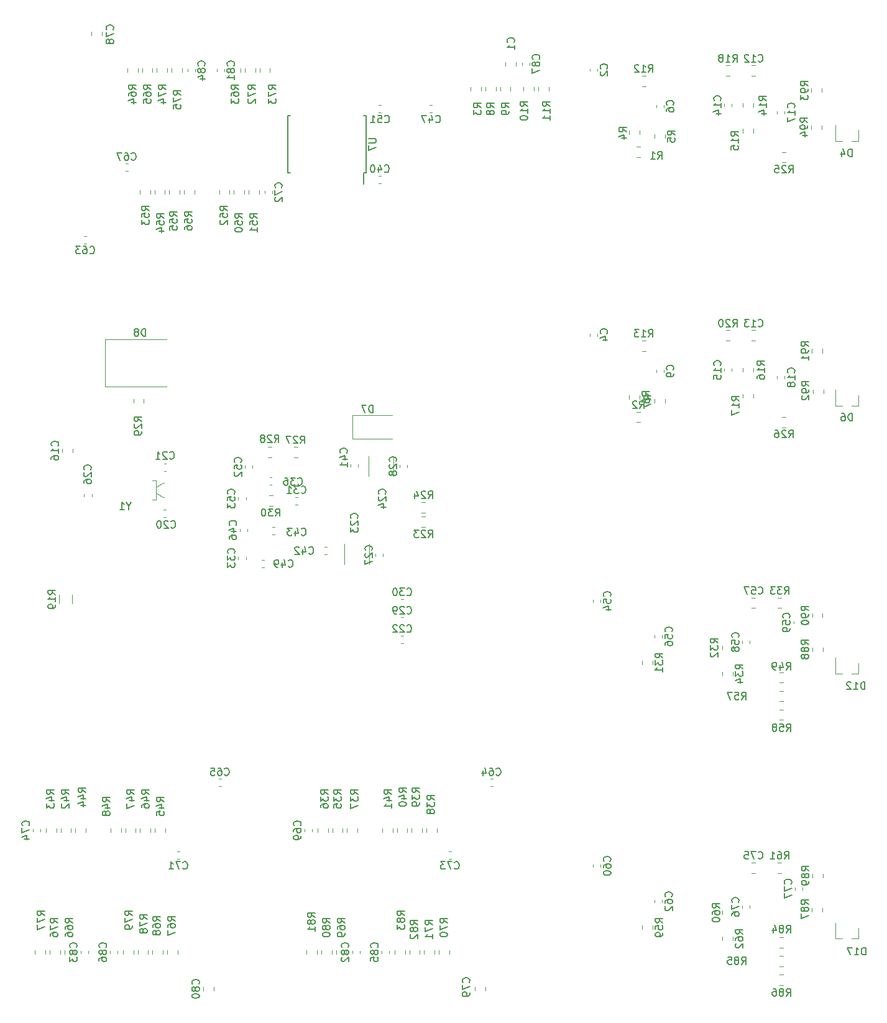
<source format=gbr>
G04 #@! TF.GenerationSoftware,KiCad,Pcbnew,(5.1.0)-1*
G04 #@! TF.CreationDate,2020-04-23T00:51:15+08:00*
G04 #@! TF.ProjectId,main_plat,6d61696e-5f70-46c6-9174-2e6b69636164,rev?*
G04 #@! TF.SameCoordinates,Original*
G04 #@! TF.FileFunction,Legend,Bot*
G04 #@! TF.FilePolarity,Positive*
%FSLAX46Y46*%
G04 Gerber Fmt 4.6, Leading zero omitted, Abs format (unit mm)*
G04 Created by KiCad (PCBNEW (5.1.0)-1) date 2020-04-23 00:51:15*
%MOMM*%
%LPD*%
G04 APERTURE LIST*
%ADD10C,0.120000*%
%ADD11C,0.150000*%
G04 APERTURE END LIST*
D10*
X340770000Y-74941422D02*
X340770000Y-75458578D01*
X339350000Y-74941422D02*
X339350000Y-75458578D01*
X238654000Y-143923936D02*
X238654000Y-145128064D01*
X236834000Y-143923936D02*
X236834000Y-145128064D01*
X242690000Y-67221422D02*
X242690000Y-67738578D01*
X241270000Y-67221422D02*
X241270000Y-67738578D01*
X263590000Y-72221422D02*
X263590000Y-72738578D01*
X262170000Y-72221422D02*
X262170000Y-72738578D01*
X265590000Y-72221422D02*
X265590000Y-72738578D01*
X264170000Y-72221422D02*
X264170000Y-72738578D01*
X255290000Y-88821422D02*
X255290000Y-89338578D01*
X253870000Y-88821422D02*
X253870000Y-89338578D01*
X251290000Y-88821422D02*
X251290000Y-89338578D01*
X249870000Y-88821422D02*
X249870000Y-89338578D01*
X253590000Y-72221422D02*
X253590000Y-72738578D01*
X252170000Y-72221422D02*
X252170000Y-72738578D01*
X246170000Y-72738578D02*
X246170000Y-72221422D01*
X247590000Y-72738578D02*
X247590000Y-72221422D01*
X264090000Y-88821422D02*
X264090000Y-89338578D01*
X262670000Y-88821422D02*
X262670000Y-89338578D01*
X248170000Y-72738578D02*
X248170000Y-72221422D01*
X249590000Y-72738578D02*
X249590000Y-72221422D01*
X251590000Y-72221422D02*
X251590000Y-72738578D01*
X250170000Y-72221422D02*
X250170000Y-72738578D01*
X253290000Y-88821422D02*
X253290000Y-89338578D01*
X251870000Y-88821422D02*
X251870000Y-89338578D01*
X262090000Y-88821422D02*
X262090000Y-89338578D01*
X260670000Y-88821422D02*
X260670000Y-89338578D01*
X260170000Y-72738578D02*
X260170000Y-72221422D01*
X261590000Y-72738578D02*
X261590000Y-72221422D01*
X260090000Y-88821422D02*
X260090000Y-89338578D01*
X258670000Y-88821422D02*
X258670000Y-89338578D01*
X249290000Y-88821422D02*
X249290000Y-89338578D01*
X247870000Y-88821422D02*
X247870000Y-89338578D01*
X251010000Y-192341422D02*
X251010000Y-192858578D01*
X249590000Y-192341422D02*
X249590000Y-192858578D01*
X245890000Y-176258578D02*
X245890000Y-175741422D01*
X247310000Y-176258578D02*
X247310000Y-175741422D01*
X253010000Y-192341422D02*
X253010000Y-192858578D01*
X251590000Y-192341422D02*
X251590000Y-192858578D01*
X239010000Y-192341422D02*
X239010000Y-192858578D01*
X237590000Y-192341422D02*
X237590000Y-192858578D01*
X233590000Y-192858578D02*
X233590000Y-192341422D01*
X235010000Y-192858578D02*
X235010000Y-192341422D01*
X243890000Y-176258578D02*
X243890000Y-175741422D01*
X245310000Y-176258578D02*
X245310000Y-175741422D01*
X235590000Y-192858578D02*
X235590000Y-192341422D01*
X237010000Y-192858578D02*
X237010000Y-192341422D01*
X247890000Y-176258578D02*
X247890000Y-175741422D01*
X249310000Y-176258578D02*
X249310000Y-175741422D01*
X249890000Y-176258578D02*
X249890000Y-175741422D01*
X251310000Y-176258578D02*
X251310000Y-175741422D01*
X239090000Y-176258578D02*
X239090000Y-175741422D01*
X240510000Y-176258578D02*
X240510000Y-175741422D01*
X235090000Y-176258578D02*
X235090000Y-175741422D01*
X236510000Y-176258578D02*
X236510000Y-175741422D01*
X237090000Y-176258578D02*
X237090000Y-175741422D01*
X238510000Y-176258578D02*
X238510000Y-175741422D01*
X247590000Y-192858578D02*
X247590000Y-192341422D01*
X249010000Y-192858578D02*
X249010000Y-192341422D01*
X245590000Y-192858578D02*
X245590000Y-192341422D01*
X247010000Y-192858578D02*
X247010000Y-192341422D01*
X256490000Y-197858578D02*
X256490000Y-197341422D01*
X257910000Y-197858578D02*
X257910000Y-197341422D01*
X319410000Y-81198922D02*
X319410000Y-81716078D01*
X317990000Y-81198922D02*
X317990000Y-81716078D01*
X335341422Y-83610000D02*
X335858578Y-83610000D01*
X335341422Y-85030000D02*
X335858578Y-85030000D01*
X314490000Y-81178578D02*
X314490000Y-80661422D01*
X315910000Y-81178578D02*
X315910000Y-80661422D01*
X316021078Y-84330000D02*
X315503922Y-84330000D01*
X316021078Y-82910000D02*
X315503922Y-82910000D01*
X328258578Y-73230000D02*
X327741422Y-73230000D01*
X328258578Y-71810000D02*
X327741422Y-71810000D01*
X331410000Y-80461422D02*
X331410000Y-80978578D01*
X329990000Y-80461422D02*
X329990000Y-80978578D01*
X331410000Y-76961422D02*
X331410000Y-77478578D01*
X329990000Y-76961422D02*
X329990000Y-77478578D01*
X316758578Y-74630000D02*
X316241422Y-74630000D01*
X316758578Y-73210000D02*
X316241422Y-73210000D01*
X345755000Y-82080000D02*
X345755000Y-80620000D01*
X342595000Y-82080000D02*
X342595000Y-79920000D01*
X342595000Y-82080000D02*
X343525000Y-82080000D01*
X345755000Y-82080000D02*
X344825000Y-82080000D01*
X331733578Y-73230000D02*
X331216422Y-73230000D01*
X331733578Y-71810000D02*
X331216422Y-71810000D01*
X335543578Y-160969000D02*
X335026422Y-160969000D01*
X335543578Y-159549000D02*
X335026422Y-159549000D01*
X335543578Y-158429000D02*
X335026422Y-158429000D01*
X335543578Y-157009000D02*
X335026422Y-157009000D01*
X335026422Y-154469000D02*
X335543578Y-154469000D01*
X335026422Y-155889000D02*
X335543578Y-155889000D01*
X331733578Y-145729000D02*
X331216422Y-145729000D01*
X331733578Y-144309000D02*
X331216422Y-144309000D01*
X345755000Y-154669000D02*
X345755000Y-153209000D01*
X342595000Y-154669000D02*
X342595000Y-152509000D01*
X342595000Y-154669000D02*
X343525000Y-154669000D01*
X345755000Y-154669000D02*
X344825000Y-154669000D01*
X327209000Y-151373578D02*
X327209000Y-150856422D01*
X328629000Y-151373578D02*
X328629000Y-150856422D01*
X316287000Y-153405578D02*
X316287000Y-152888422D01*
X317707000Y-153405578D02*
X317707000Y-152888422D01*
X335289578Y-145729000D02*
X334772422Y-145729000D01*
X335289578Y-144309000D02*
X334772422Y-144309000D01*
X327209000Y-154929578D02*
X327209000Y-154412422D01*
X328629000Y-154929578D02*
X328629000Y-154412422D01*
X331728578Y-181812000D02*
X331211422Y-181812000D01*
X331728578Y-180392000D02*
X331211422Y-180392000D01*
X345750000Y-190752000D02*
X345750000Y-189292000D01*
X342590000Y-190752000D02*
X342590000Y-188592000D01*
X342590000Y-190752000D02*
X343520000Y-190752000D01*
X345750000Y-190752000D02*
X344820000Y-190752000D01*
X316282000Y-189488578D02*
X316282000Y-188971422D01*
X317702000Y-189488578D02*
X317702000Y-188971422D01*
X327204000Y-187456578D02*
X327204000Y-186939422D01*
X328624000Y-187456578D02*
X328624000Y-186939422D01*
X335284578Y-181812000D02*
X334767422Y-181812000D01*
X335284578Y-180392000D02*
X334767422Y-180392000D01*
X327204000Y-191012578D02*
X327204000Y-190495422D01*
X328624000Y-191012578D02*
X328624000Y-190495422D01*
X335021422Y-190552000D02*
X335538578Y-190552000D01*
X335021422Y-191972000D02*
X335538578Y-191972000D01*
X335538578Y-194512000D02*
X335021422Y-194512000D01*
X335538578Y-193092000D02*
X335021422Y-193092000D01*
X335538578Y-197052000D02*
X335021422Y-197052000D01*
X335538578Y-195632000D02*
X335021422Y-195632000D01*
X331733578Y-109310000D02*
X331216422Y-109310000D01*
X331733578Y-107890000D02*
X331216422Y-107890000D01*
X345755000Y-118160000D02*
X345755000Y-116700000D01*
X342595000Y-118160000D02*
X342595000Y-116000000D01*
X342595000Y-118160000D02*
X343525000Y-118160000D01*
X345755000Y-118160000D02*
X344825000Y-118160000D01*
X316021078Y-120410000D02*
X315503922Y-120410000D01*
X316021078Y-118990000D02*
X315503922Y-118990000D01*
X314490000Y-117258578D02*
X314490000Y-116741422D01*
X315910000Y-117258578D02*
X315910000Y-116741422D01*
X319410000Y-117278922D02*
X319410000Y-117796078D01*
X317990000Y-117278922D02*
X317990000Y-117796078D01*
X316758578Y-110710000D02*
X316241422Y-110710000D01*
X316758578Y-109290000D02*
X316241422Y-109290000D01*
X331410000Y-113041422D02*
X331410000Y-113558578D01*
X329990000Y-113041422D02*
X329990000Y-113558578D01*
X331410000Y-116541422D02*
X331410000Y-117058578D01*
X329990000Y-116541422D02*
X329990000Y-117058578D01*
X328258578Y-109310000D02*
X327741422Y-109310000D01*
X328258578Y-107890000D02*
X327741422Y-107890000D01*
X335341422Y-119690000D02*
X335858578Y-119690000D01*
X335341422Y-121110000D02*
X335858578Y-121110000D01*
X293490000Y-197858578D02*
X293490000Y-197341422D01*
X294910000Y-197858578D02*
X294910000Y-197341422D01*
X274090000Y-176258578D02*
X274090000Y-175741422D01*
X275510000Y-176258578D02*
X275510000Y-175741422D01*
X272090000Y-176258578D02*
X272090000Y-175741422D01*
X273510000Y-176258578D02*
X273510000Y-175741422D01*
X276090000Y-176258578D02*
X276090000Y-175741422D01*
X277510000Y-176258578D02*
X277510000Y-175741422D01*
X286890000Y-176258578D02*
X286890000Y-175741422D01*
X288310000Y-176258578D02*
X288310000Y-175741422D01*
X284890000Y-176258578D02*
X284890000Y-175741422D01*
X286310000Y-176258578D02*
X286310000Y-175741422D01*
X282890000Y-176258578D02*
X282890000Y-175741422D01*
X284310000Y-176258578D02*
X284310000Y-175741422D01*
X280890000Y-176258578D02*
X280890000Y-175741422D01*
X282310000Y-176258578D02*
X282310000Y-175741422D01*
X276010000Y-192341422D02*
X276010000Y-192858578D01*
X274590000Y-192341422D02*
X274590000Y-192858578D01*
X290010000Y-192341422D02*
X290010000Y-192858578D01*
X288590000Y-192341422D02*
X288590000Y-192858578D01*
X288010000Y-192341422D02*
X288010000Y-192858578D01*
X286590000Y-192341422D02*
X286590000Y-192858578D01*
X272590000Y-192858578D02*
X272590000Y-192341422D01*
X274010000Y-192858578D02*
X274010000Y-192341422D01*
X270590000Y-192858578D02*
X270590000Y-192341422D01*
X272010000Y-192858578D02*
X272010000Y-192341422D01*
X284590000Y-192858578D02*
X284590000Y-192341422D01*
X286010000Y-192858578D02*
X286010000Y-192341422D01*
X282590000Y-192858578D02*
X282590000Y-192341422D01*
X284010000Y-192858578D02*
X284010000Y-192341422D01*
X297640000Y-71858578D02*
X297640000Y-71341422D01*
X299060000Y-71858578D02*
X299060000Y-71341422D01*
X238708000Y-124025922D02*
X238708000Y-124543078D01*
X237288000Y-124025922D02*
X237288000Y-124543078D01*
X243110000Y-115590000D02*
X251510000Y-115590000D01*
X243110000Y-109090000D02*
X251510000Y-109090000D01*
X243110000Y-109090000D02*
X243110000Y-115590000D01*
X292940000Y-75258578D02*
X292940000Y-74741422D01*
X294360000Y-75258578D02*
X294360000Y-74741422D01*
X294940000Y-75258578D02*
X294940000Y-74741422D01*
X296360000Y-75258578D02*
X296360000Y-74741422D01*
X296940000Y-75258578D02*
X296940000Y-74741422D01*
X298360000Y-75258578D02*
X298360000Y-74741422D01*
X300140000Y-75258578D02*
X300140000Y-74741422D01*
X301560000Y-75258578D02*
X301560000Y-74741422D01*
X302140000Y-75258578D02*
X302140000Y-74741422D01*
X303560000Y-75258578D02*
X303560000Y-74741422D01*
X286241422Y-133290000D02*
X286758578Y-133290000D01*
X286241422Y-134710000D02*
X286758578Y-134710000D01*
X286758578Y-132710000D02*
X286241422Y-132710000D01*
X286758578Y-131290000D02*
X286241422Y-131290000D01*
X269358578Y-125210000D02*
X268841422Y-125210000D01*
X269358578Y-123790000D02*
X268841422Y-123790000D01*
X265303922Y-123790000D02*
X265821078Y-123790000D01*
X265303922Y-125210000D02*
X265821078Y-125210000D01*
X247000000Y-117798578D02*
X247000000Y-117281422D01*
X248420000Y-117798578D02*
X248420000Y-117281422D01*
X265441422Y-130390000D02*
X265958578Y-130390000D01*
X265441422Y-131810000D02*
X265958578Y-131810000D01*
D11*
X278390000Y-86415000D02*
X278390000Y-87940000D01*
X268015000Y-86415000D02*
X268015000Y-78665000D01*
X278665000Y-86415000D02*
X278665000Y-78665000D01*
X268015000Y-86415000D02*
X268370000Y-86415000D01*
X268015000Y-78665000D02*
X268370000Y-78665000D01*
X278665000Y-78665000D02*
X278310000Y-78665000D01*
X278665000Y-86415000D02*
X278390000Y-86415000D01*
D10*
X275690000Y-139786252D02*
X275690000Y-137013748D01*
X279110000Y-139786252D02*
X279110000Y-137013748D01*
X278990000Y-127786252D02*
X278990000Y-125013748D01*
X282410000Y-127786252D02*
X282410000Y-125013748D01*
X251450279Y-133310000D02*
X251124721Y-133310000D01*
X251450279Y-132290000D02*
X251124721Y-132290000D01*
X251137221Y-126090000D02*
X251462779Y-126090000D01*
X251137221Y-127110000D02*
X251462779Y-127110000D01*
X241310000Y-130237221D02*
X241310000Y-130562779D01*
X240290000Y-130237221D02*
X240290000Y-130562779D01*
X251000000Y-128700000D02*
X251200000Y-128700000D01*
X250100000Y-129300000D02*
X251000000Y-128700000D01*
X251000000Y-130600000D02*
X251200000Y-130600000D01*
X250100000Y-130000000D02*
X251000000Y-130600000D01*
X250100000Y-128350000D02*
X249600000Y-128350000D01*
X250100000Y-130950000D02*
X250100000Y-128350000D01*
X249600000Y-130950000D02*
X250100000Y-130950000D01*
X276840000Y-122710000D02*
X282240000Y-122710000D01*
X276840000Y-119410000D02*
X282240000Y-119410000D01*
X276840000Y-122710000D02*
X276840000Y-119410000D01*
X265537221Y-127890000D02*
X265862779Y-127890000D01*
X265537221Y-128910000D02*
X265862779Y-128910000D01*
X277610000Y-126137221D02*
X277610000Y-126462779D01*
X276590000Y-126137221D02*
X276590000Y-126462779D01*
X273362779Y-138410000D02*
X273037221Y-138410000D01*
X273362779Y-137390000D02*
X273037221Y-137390000D01*
X266262779Y-135710000D02*
X265937221Y-135710000D01*
X266262779Y-134690000D02*
X265937221Y-134690000D01*
X262510000Y-134937221D02*
X262510000Y-135262779D01*
X261490000Y-134937221D02*
X261490000Y-135262779D01*
X264762779Y-140210000D02*
X264437221Y-140210000D01*
X264762779Y-139190000D02*
X264437221Y-139190000D01*
X263210000Y-126337221D02*
X263210000Y-126662779D01*
X262190000Y-126337221D02*
X262190000Y-126662779D01*
X261290000Y-130962779D02*
X261290000Y-130637221D01*
X262310000Y-130962779D02*
X262310000Y-130637221D01*
X309190000Y-72582779D02*
X309190000Y-72257221D01*
X310210000Y-72582779D02*
X310210000Y-72257221D01*
X309190000Y-108662779D02*
X309190000Y-108337221D01*
X310210000Y-108662779D02*
X310210000Y-108337221D01*
X318190000Y-77520279D02*
X318190000Y-77194721D01*
X319210000Y-77520279D02*
X319210000Y-77194721D01*
X318190000Y-113600279D02*
X318190000Y-113274721D01*
X319210000Y-113600279D02*
X319210000Y-113274721D01*
X328510000Y-77057221D02*
X328510000Y-77382779D01*
X327490000Y-77057221D02*
X327490000Y-77382779D01*
X328510000Y-113137221D02*
X328510000Y-113462779D01*
X327490000Y-113137221D02*
X327490000Y-113462779D01*
X334690000Y-78382779D02*
X334690000Y-78057221D01*
X335710000Y-78382779D02*
X335710000Y-78057221D01*
X334690000Y-114462779D02*
X334690000Y-114137221D01*
X335710000Y-114462779D02*
X335710000Y-114137221D01*
X283762779Y-150510000D02*
X283437221Y-150510000D01*
X283762779Y-149490000D02*
X283437221Y-149490000D01*
X281010000Y-138337221D02*
X281010000Y-138662779D01*
X279990000Y-138337221D02*
X279990000Y-138662779D01*
X284310000Y-126237221D02*
X284310000Y-126562779D01*
X283290000Y-126237221D02*
X283290000Y-126562779D01*
X283762779Y-148010000D02*
X283437221Y-148010000D01*
X283762779Y-146990000D02*
X283437221Y-146990000D01*
X283762779Y-145510000D02*
X283437221Y-145510000D01*
X283762779Y-144490000D02*
X283437221Y-144490000D01*
X269362779Y-131610000D02*
X269037221Y-131610000D01*
X269362779Y-130590000D02*
X269037221Y-130590000D01*
X262310000Y-138737221D02*
X262310000Y-139062779D01*
X261290000Y-138737221D02*
X261290000Y-139062779D01*
X280722779Y-87860000D02*
X280397221Y-87860000D01*
X280722779Y-86840000D02*
X280397221Y-86840000D01*
X287365221Y-77214000D02*
X287690779Y-77214000D01*
X287365221Y-78234000D02*
X287690779Y-78234000D01*
X280417221Y-77214000D02*
X280742779Y-77214000D01*
X280417221Y-78234000D02*
X280742779Y-78234000D01*
X309629000Y-144927779D02*
X309629000Y-144602221D01*
X310649000Y-144927779D02*
X310649000Y-144602221D01*
X318011000Y-149753779D02*
X318011000Y-149428221D01*
X319031000Y-149753779D02*
X319031000Y-149428221D01*
X330969000Y-150190221D02*
X330969000Y-150515779D01*
X329949000Y-150190221D02*
X329949000Y-150515779D01*
X337920000Y-147527221D02*
X337920000Y-147852779D01*
X336900000Y-147527221D02*
X336900000Y-147852779D01*
X309624000Y-181010779D02*
X309624000Y-180685221D01*
X310644000Y-181010779D02*
X310644000Y-180685221D01*
X318006000Y-185836779D02*
X318006000Y-185511221D01*
X319026000Y-185836779D02*
X319026000Y-185511221D01*
X240254721Y-95070000D02*
X240580279Y-95070000D01*
X240254721Y-96090000D02*
X240580279Y-96090000D01*
X295925279Y-170010000D02*
X295599721Y-170010000D01*
X295925279Y-168990000D02*
X295599721Y-168990000D01*
X258925279Y-170010000D02*
X258599721Y-170010000D01*
X258925279Y-168990000D02*
X258599721Y-168990000D01*
X246242779Y-86190000D02*
X245917221Y-86190000D01*
X246242779Y-85170000D02*
X245917221Y-85170000D01*
X271310000Y-175837221D02*
X271310000Y-176162779D01*
X270290000Y-175837221D02*
X270290000Y-176162779D01*
X252937221Y-178890000D02*
X253262779Y-178890000D01*
X252937221Y-179910000D02*
X253262779Y-179910000D01*
X264870000Y-89242779D02*
X264870000Y-88917221D01*
X265890000Y-89242779D02*
X265890000Y-88917221D01*
X289937221Y-178890000D02*
X290262779Y-178890000D01*
X289937221Y-179910000D02*
X290262779Y-179910000D01*
X234310000Y-175837221D02*
X234310000Y-176162779D01*
X233290000Y-175837221D02*
X233290000Y-176162779D01*
X330964000Y-186273221D02*
X330964000Y-186598779D01*
X329944000Y-186273221D02*
X329944000Y-186598779D01*
X338140000Y-183777221D02*
X338140000Y-184102779D01*
X337120000Y-183777221D02*
X337120000Y-184102779D01*
X258370000Y-72642779D02*
X258370000Y-72317221D01*
X259390000Y-72642779D02*
X259390000Y-72317221D01*
X277810000Y-192437221D02*
X277810000Y-192762779D01*
X276790000Y-192437221D02*
X276790000Y-192762779D01*
X240810000Y-192437221D02*
X240810000Y-192762779D01*
X239790000Y-192437221D02*
X239790000Y-192762779D01*
X254370000Y-72642779D02*
X254370000Y-72317221D01*
X255390000Y-72642779D02*
X255390000Y-72317221D01*
X281810000Y-192437221D02*
X281810000Y-192762779D01*
X280790000Y-192437221D02*
X280790000Y-192762779D01*
X244810000Y-192437221D02*
X244810000Y-192762779D01*
X243790000Y-192437221D02*
X243790000Y-192762779D01*
X299940000Y-71762779D02*
X299940000Y-71437221D01*
X300960000Y-71762779D02*
X300960000Y-71437221D01*
X340850000Y-187068578D02*
X340850000Y-186551422D01*
X339430000Y-187068578D02*
X339430000Y-186551422D01*
X340880000Y-151658578D02*
X340880000Y-151141422D01*
X339460000Y-151658578D02*
X339460000Y-151141422D01*
X340910000Y-181911422D02*
X340910000Y-182428578D01*
X339490000Y-181911422D02*
X339490000Y-182428578D01*
X340870000Y-146458922D02*
X340870000Y-146976078D01*
X339450000Y-146458922D02*
X339450000Y-146976078D01*
X340850000Y-110431422D02*
X340850000Y-110948578D01*
X339430000Y-110431422D02*
X339430000Y-110948578D01*
X340980000Y-116458578D02*
X340980000Y-115941422D01*
X339560000Y-116458578D02*
X339560000Y-115941422D01*
X340770000Y-80478578D02*
X340770000Y-79961422D01*
X339350000Y-80478578D02*
X339350000Y-79961422D01*
D11*
X338862380Y-74557142D02*
X338386190Y-74223809D01*
X338862380Y-73985714D02*
X337862380Y-73985714D01*
X337862380Y-74366666D01*
X337910000Y-74461904D01*
X337957619Y-74509523D01*
X338052857Y-74557142D01*
X338195714Y-74557142D01*
X338290952Y-74509523D01*
X338338571Y-74461904D01*
X338386190Y-74366666D01*
X338386190Y-73985714D01*
X338862380Y-75033333D02*
X338862380Y-75223809D01*
X338814761Y-75319047D01*
X338767142Y-75366666D01*
X338624285Y-75461904D01*
X338433809Y-75509523D01*
X338052857Y-75509523D01*
X337957619Y-75461904D01*
X337910000Y-75414285D01*
X337862380Y-75319047D01*
X337862380Y-75128571D01*
X337910000Y-75033333D01*
X337957619Y-74985714D01*
X338052857Y-74938095D01*
X338290952Y-74938095D01*
X338386190Y-74985714D01*
X338433809Y-75033333D01*
X338481428Y-75128571D01*
X338481428Y-75319047D01*
X338433809Y-75414285D01*
X338386190Y-75461904D01*
X338290952Y-75509523D01*
X337862380Y-75842857D02*
X337862380Y-76461904D01*
X338243333Y-76128571D01*
X338243333Y-76271428D01*
X338290952Y-76366666D01*
X338338571Y-76414285D01*
X338433809Y-76461904D01*
X338671904Y-76461904D01*
X338767142Y-76414285D01*
X338814761Y-76366666D01*
X338862380Y-76271428D01*
X338862380Y-75985714D01*
X338814761Y-75890476D01*
X338767142Y-75842857D01*
X236376380Y-143883142D02*
X235900190Y-143549809D01*
X236376380Y-143311714D02*
X235376380Y-143311714D01*
X235376380Y-143692666D01*
X235424000Y-143787904D01*
X235471619Y-143835523D01*
X235566857Y-143883142D01*
X235709714Y-143883142D01*
X235804952Y-143835523D01*
X235852571Y-143787904D01*
X235900190Y-143692666D01*
X235900190Y-143311714D01*
X236376380Y-144835523D02*
X236376380Y-144264095D01*
X236376380Y-144549809D02*
X235376380Y-144549809D01*
X235519238Y-144454571D01*
X235614476Y-144359333D01*
X235662095Y-144264095D01*
X236376380Y-145311714D02*
X236376380Y-145502190D01*
X236328761Y-145597428D01*
X236281142Y-145645047D01*
X236138285Y-145740285D01*
X235947809Y-145787904D01*
X235566857Y-145787904D01*
X235471619Y-145740285D01*
X235424000Y-145692666D01*
X235376380Y-145597428D01*
X235376380Y-145406952D01*
X235424000Y-145311714D01*
X235471619Y-145264095D01*
X235566857Y-145216476D01*
X235804952Y-145216476D01*
X235900190Y-145264095D01*
X235947809Y-145311714D01*
X235995428Y-145406952D01*
X235995428Y-145597428D01*
X235947809Y-145692666D01*
X235900190Y-145740285D01*
X235804952Y-145787904D01*
X244197142Y-66921142D02*
X244244761Y-66873523D01*
X244292380Y-66730666D01*
X244292380Y-66635428D01*
X244244761Y-66492571D01*
X244149523Y-66397333D01*
X244054285Y-66349714D01*
X243863809Y-66302095D01*
X243720952Y-66302095D01*
X243530476Y-66349714D01*
X243435238Y-66397333D01*
X243340000Y-66492571D01*
X243292380Y-66635428D01*
X243292380Y-66730666D01*
X243340000Y-66873523D01*
X243387619Y-66921142D01*
X243292380Y-67254476D02*
X243292380Y-67921142D01*
X244292380Y-67492571D01*
X243720952Y-68444952D02*
X243673333Y-68349714D01*
X243625714Y-68302095D01*
X243530476Y-68254476D01*
X243482857Y-68254476D01*
X243387619Y-68302095D01*
X243340000Y-68349714D01*
X243292380Y-68444952D01*
X243292380Y-68635428D01*
X243340000Y-68730666D01*
X243387619Y-68778285D01*
X243482857Y-68825904D01*
X243530476Y-68825904D01*
X243625714Y-68778285D01*
X243673333Y-68730666D01*
X243720952Y-68635428D01*
X243720952Y-68444952D01*
X243768571Y-68349714D01*
X243816190Y-68302095D01*
X243911428Y-68254476D01*
X244101904Y-68254476D01*
X244197142Y-68302095D01*
X244244761Y-68349714D01*
X244292380Y-68444952D01*
X244292380Y-68635428D01*
X244244761Y-68730666D01*
X244197142Y-68778285D01*
X244101904Y-68825904D01*
X243911428Y-68825904D01*
X243816190Y-68778285D01*
X243768571Y-68730666D01*
X243720952Y-68635428D01*
X263596380Y-75049142D02*
X263120190Y-74715809D01*
X263596380Y-74477714D02*
X262596380Y-74477714D01*
X262596380Y-74858666D01*
X262644000Y-74953904D01*
X262691619Y-75001523D01*
X262786857Y-75049142D01*
X262929714Y-75049142D01*
X263024952Y-75001523D01*
X263072571Y-74953904D01*
X263120190Y-74858666D01*
X263120190Y-74477714D01*
X262596380Y-75382476D02*
X262596380Y-76049142D01*
X263596380Y-75620571D01*
X262691619Y-76382476D02*
X262644000Y-76430095D01*
X262596380Y-76525333D01*
X262596380Y-76763428D01*
X262644000Y-76858666D01*
X262691619Y-76906285D01*
X262786857Y-76953904D01*
X262882095Y-76953904D01*
X263024952Y-76906285D01*
X263596380Y-76334857D01*
X263596380Y-76953904D01*
X266390380Y-75049142D02*
X265914190Y-74715809D01*
X266390380Y-74477714D02*
X265390380Y-74477714D01*
X265390380Y-74858666D01*
X265438000Y-74953904D01*
X265485619Y-75001523D01*
X265580857Y-75049142D01*
X265723714Y-75049142D01*
X265818952Y-75001523D01*
X265866571Y-74953904D01*
X265914190Y-74858666D01*
X265914190Y-74477714D01*
X265390380Y-75382476D02*
X265390380Y-76049142D01*
X266390380Y-75620571D01*
X265390380Y-76334857D02*
X265390380Y-76953904D01*
X265771333Y-76620571D01*
X265771333Y-76763428D01*
X265818952Y-76858666D01*
X265866571Y-76906285D01*
X265961809Y-76953904D01*
X266199904Y-76953904D01*
X266295142Y-76906285D01*
X266342761Y-76858666D01*
X266390380Y-76763428D01*
X266390380Y-76477714D01*
X266342761Y-76382476D01*
X266295142Y-76334857D01*
X254960380Y-92321142D02*
X254484190Y-91987809D01*
X254960380Y-91749714D02*
X253960380Y-91749714D01*
X253960380Y-92130666D01*
X254008000Y-92225904D01*
X254055619Y-92273523D01*
X254150857Y-92321142D01*
X254293714Y-92321142D01*
X254388952Y-92273523D01*
X254436571Y-92225904D01*
X254484190Y-92130666D01*
X254484190Y-91749714D01*
X253960380Y-93225904D02*
X253960380Y-92749714D01*
X254436571Y-92702095D01*
X254388952Y-92749714D01*
X254341333Y-92844952D01*
X254341333Y-93083047D01*
X254388952Y-93178285D01*
X254436571Y-93225904D01*
X254531809Y-93273523D01*
X254769904Y-93273523D01*
X254865142Y-93225904D01*
X254912761Y-93178285D01*
X254960380Y-93083047D01*
X254960380Y-92844952D01*
X254912761Y-92749714D01*
X254865142Y-92702095D01*
X253960380Y-94130666D02*
X253960380Y-93940190D01*
X254008000Y-93844952D01*
X254055619Y-93797333D01*
X254198476Y-93702095D01*
X254388952Y-93654476D01*
X254769904Y-93654476D01*
X254865142Y-93702095D01*
X254912761Y-93749714D01*
X254960380Y-93844952D01*
X254960380Y-94035428D01*
X254912761Y-94130666D01*
X254865142Y-94178285D01*
X254769904Y-94225904D01*
X254531809Y-94225904D01*
X254436571Y-94178285D01*
X254388952Y-94130666D01*
X254341333Y-94035428D01*
X254341333Y-93844952D01*
X254388952Y-93749714D01*
X254436571Y-93702095D01*
X254531809Y-93654476D01*
X251150380Y-92575142D02*
X250674190Y-92241809D01*
X251150380Y-92003714D02*
X250150380Y-92003714D01*
X250150380Y-92384666D01*
X250198000Y-92479904D01*
X250245619Y-92527523D01*
X250340857Y-92575142D01*
X250483714Y-92575142D01*
X250578952Y-92527523D01*
X250626571Y-92479904D01*
X250674190Y-92384666D01*
X250674190Y-92003714D01*
X250150380Y-93479904D02*
X250150380Y-93003714D01*
X250626571Y-92956095D01*
X250578952Y-93003714D01*
X250531333Y-93098952D01*
X250531333Y-93337047D01*
X250578952Y-93432285D01*
X250626571Y-93479904D01*
X250721809Y-93527523D01*
X250959904Y-93527523D01*
X251055142Y-93479904D01*
X251102761Y-93432285D01*
X251150380Y-93337047D01*
X251150380Y-93098952D01*
X251102761Y-93003714D01*
X251055142Y-92956095D01*
X250483714Y-94384666D02*
X251150380Y-94384666D01*
X250102761Y-94146571D02*
X250817047Y-93908476D01*
X250817047Y-94527523D01*
X253436380Y-75811142D02*
X252960190Y-75477809D01*
X253436380Y-75239714D02*
X252436380Y-75239714D01*
X252436380Y-75620666D01*
X252484000Y-75715904D01*
X252531619Y-75763523D01*
X252626857Y-75811142D01*
X252769714Y-75811142D01*
X252864952Y-75763523D01*
X252912571Y-75715904D01*
X252960190Y-75620666D01*
X252960190Y-75239714D01*
X252436380Y-76144476D02*
X252436380Y-76811142D01*
X253436380Y-76382571D01*
X252436380Y-77668285D02*
X252436380Y-77192095D01*
X252912571Y-77144476D01*
X252864952Y-77192095D01*
X252817333Y-77287333D01*
X252817333Y-77525428D01*
X252864952Y-77620666D01*
X252912571Y-77668285D01*
X253007809Y-77715904D01*
X253245904Y-77715904D01*
X253341142Y-77668285D01*
X253388761Y-77620666D01*
X253436380Y-77525428D01*
X253436380Y-77287333D01*
X253388761Y-77192095D01*
X253341142Y-77144476D01*
X247340380Y-75049142D02*
X246864190Y-74715809D01*
X247340380Y-74477714D02*
X246340380Y-74477714D01*
X246340380Y-74858666D01*
X246388000Y-74953904D01*
X246435619Y-75001523D01*
X246530857Y-75049142D01*
X246673714Y-75049142D01*
X246768952Y-75001523D01*
X246816571Y-74953904D01*
X246864190Y-74858666D01*
X246864190Y-74477714D01*
X246340380Y-75906285D02*
X246340380Y-75715809D01*
X246388000Y-75620571D01*
X246435619Y-75572952D01*
X246578476Y-75477714D01*
X246768952Y-75430095D01*
X247149904Y-75430095D01*
X247245142Y-75477714D01*
X247292761Y-75525333D01*
X247340380Y-75620571D01*
X247340380Y-75811047D01*
X247292761Y-75906285D01*
X247245142Y-75953904D01*
X247149904Y-76001523D01*
X246911809Y-76001523D01*
X246816571Y-75953904D01*
X246768952Y-75906285D01*
X246721333Y-75811047D01*
X246721333Y-75620571D01*
X246768952Y-75525333D01*
X246816571Y-75477714D01*
X246911809Y-75430095D01*
X246673714Y-76858666D02*
X247340380Y-76858666D01*
X246292761Y-76620571D02*
X247007047Y-76382476D01*
X247007047Y-77001523D01*
X263850380Y-92575142D02*
X263374190Y-92241809D01*
X263850380Y-92003714D02*
X262850380Y-92003714D01*
X262850380Y-92384666D01*
X262898000Y-92479904D01*
X262945619Y-92527523D01*
X263040857Y-92575142D01*
X263183714Y-92575142D01*
X263278952Y-92527523D01*
X263326571Y-92479904D01*
X263374190Y-92384666D01*
X263374190Y-92003714D01*
X262850380Y-93479904D02*
X262850380Y-93003714D01*
X263326571Y-92956095D01*
X263278952Y-93003714D01*
X263231333Y-93098952D01*
X263231333Y-93337047D01*
X263278952Y-93432285D01*
X263326571Y-93479904D01*
X263421809Y-93527523D01*
X263659904Y-93527523D01*
X263755142Y-93479904D01*
X263802761Y-93432285D01*
X263850380Y-93337047D01*
X263850380Y-93098952D01*
X263802761Y-93003714D01*
X263755142Y-92956095D01*
X263850380Y-94479904D02*
X263850380Y-93908476D01*
X263850380Y-94194190D02*
X262850380Y-94194190D01*
X262993238Y-94098952D01*
X263088476Y-94003714D01*
X263136095Y-93908476D01*
X249372380Y-75049142D02*
X248896190Y-74715809D01*
X249372380Y-74477714D02*
X248372380Y-74477714D01*
X248372380Y-74858666D01*
X248420000Y-74953904D01*
X248467619Y-75001523D01*
X248562857Y-75049142D01*
X248705714Y-75049142D01*
X248800952Y-75001523D01*
X248848571Y-74953904D01*
X248896190Y-74858666D01*
X248896190Y-74477714D01*
X248372380Y-75906285D02*
X248372380Y-75715809D01*
X248420000Y-75620571D01*
X248467619Y-75572952D01*
X248610476Y-75477714D01*
X248800952Y-75430095D01*
X249181904Y-75430095D01*
X249277142Y-75477714D01*
X249324761Y-75525333D01*
X249372380Y-75620571D01*
X249372380Y-75811047D01*
X249324761Y-75906285D01*
X249277142Y-75953904D01*
X249181904Y-76001523D01*
X248943809Y-76001523D01*
X248848571Y-75953904D01*
X248800952Y-75906285D01*
X248753333Y-75811047D01*
X248753333Y-75620571D01*
X248800952Y-75525333D01*
X248848571Y-75477714D01*
X248943809Y-75430095D01*
X248372380Y-76906285D02*
X248372380Y-76430095D01*
X248848571Y-76382476D01*
X248800952Y-76430095D01*
X248753333Y-76525333D01*
X248753333Y-76763428D01*
X248800952Y-76858666D01*
X248848571Y-76906285D01*
X248943809Y-76953904D01*
X249181904Y-76953904D01*
X249277142Y-76906285D01*
X249324761Y-76858666D01*
X249372380Y-76763428D01*
X249372380Y-76525333D01*
X249324761Y-76430095D01*
X249277142Y-76382476D01*
X251404380Y-75049142D02*
X250928190Y-74715809D01*
X251404380Y-74477714D02*
X250404380Y-74477714D01*
X250404380Y-74858666D01*
X250452000Y-74953904D01*
X250499619Y-75001523D01*
X250594857Y-75049142D01*
X250737714Y-75049142D01*
X250832952Y-75001523D01*
X250880571Y-74953904D01*
X250928190Y-74858666D01*
X250928190Y-74477714D01*
X250404380Y-75382476D02*
X250404380Y-76049142D01*
X251404380Y-75620571D01*
X250737714Y-76858666D02*
X251404380Y-76858666D01*
X250356761Y-76620571D02*
X251071047Y-76382476D01*
X251071047Y-77001523D01*
X252928380Y-92321142D02*
X252452190Y-91987809D01*
X252928380Y-91749714D02*
X251928380Y-91749714D01*
X251928380Y-92130666D01*
X251976000Y-92225904D01*
X252023619Y-92273523D01*
X252118857Y-92321142D01*
X252261714Y-92321142D01*
X252356952Y-92273523D01*
X252404571Y-92225904D01*
X252452190Y-92130666D01*
X252452190Y-91749714D01*
X251928380Y-93225904D02*
X251928380Y-92749714D01*
X252404571Y-92702095D01*
X252356952Y-92749714D01*
X252309333Y-92844952D01*
X252309333Y-93083047D01*
X252356952Y-93178285D01*
X252404571Y-93225904D01*
X252499809Y-93273523D01*
X252737904Y-93273523D01*
X252833142Y-93225904D01*
X252880761Y-93178285D01*
X252928380Y-93083047D01*
X252928380Y-92844952D01*
X252880761Y-92749714D01*
X252833142Y-92702095D01*
X251928380Y-94178285D02*
X251928380Y-93702095D01*
X252404571Y-93654476D01*
X252356952Y-93702095D01*
X252309333Y-93797333D01*
X252309333Y-94035428D01*
X252356952Y-94130666D01*
X252404571Y-94178285D01*
X252499809Y-94225904D01*
X252737904Y-94225904D01*
X252833142Y-94178285D01*
X252880761Y-94130666D01*
X252928380Y-94035428D01*
X252928380Y-93797333D01*
X252880761Y-93702095D01*
X252833142Y-93654476D01*
X261818380Y-92575142D02*
X261342190Y-92241809D01*
X261818380Y-92003714D02*
X260818380Y-92003714D01*
X260818380Y-92384666D01*
X260866000Y-92479904D01*
X260913619Y-92527523D01*
X261008857Y-92575142D01*
X261151714Y-92575142D01*
X261246952Y-92527523D01*
X261294571Y-92479904D01*
X261342190Y-92384666D01*
X261342190Y-92003714D01*
X260818380Y-93479904D02*
X260818380Y-93003714D01*
X261294571Y-92956095D01*
X261246952Y-93003714D01*
X261199333Y-93098952D01*
X261199333Y-93337047D01*
X261246952Y-93432285D01*
X261294571Y-93479904D01*
X261389809Y-93527523D01*
X261627904Y-93527523D01*
X261723142Y-93479904D01*
X261770761Y-93432285D01*
X261818380Y-93337047D01*
X261818380Y-93098952D01*
X261770761Y-93003714D01*
X261723142Y-92956095D01*
X260818380Y-94146571D02*
X260818380Y-94241809D01*
X260866000Y-94337047D01*
X260913619Y-94384666D01*
X261008857Y-94432285D01*
X261199333Y-94479904D01*
X261437428Y-94479904D01*
X261627904Y-94432285D01*
X261723142Y-94384666D01*
X261770761Y-94337047D01*
X261818380Y-94241809D01*
X261818380Y-94146571D01*
X261770761Y-94051333D01*
X261723142Y-94003714D01*
X261627904Y-93956095D01*
X261437428Y-93908476D01*
X261199333Y-93908476D01*
X261008857Y-93956095D01*
X260913619Y-94003714D01*
X260866000Y-94051333D01*
X260818380Y-94146571D01*
X261310380Y-75049142D02*
X260834190Y-74715809D01*
X261310380Y-74477714D02*
X260310380Y-74477714D01*
X260310380Y-74858666D01*
X260358000Y-74953904D01*
X260405619Y-75001523D01*
X260500857Y-75049142D01*
X260643714Y-75049142D01*
X260738952Y-75001523D01*
X260786571Y-74953904D01*
X260834190Y-74858666D01*
X260834190Y-74477714D01*
X260310380Y-75906285D02*
X260310380Y-75715809D01*
X260358000Y-75620571D01*
X260405619Y-75572952D01*
X260548476Y-75477714D01*
X260738952Y-75430095D01*
X261119904Y-75430095D01*
X261215142Y-75477714D01*
X261262761Y-75525333D01*
X261310380Y-75620571D01*
X261310380Y-75811047D01*
X261262761Y-75906285D01*
X261215142Y-75953904D01*
X261119904Y-76001523D01*
X260881809Y-76001523D01*
X260786571Y-75953904D01*
X260738952Y-75906285D01*
X260691333Y-75811047D01*
X260691333Y-75620571D01*
X260738952Y-75525333D01*
X260786571Y-75477714D01*
X260881809Y-75430095D01*
X260310380Y-76334857D02*
X260310380Y-76953904D01*
X260691333Y-76620571D01*
X260691333Y-76763428D01*
X260738952Y-76858666D01*
X260786571Y-76906285D01*
X260881809Y-76953904D01*
X261119904Y-76953904D01*
X261215142Y-76906285D01*
X261262761Y-76858666D01*
X261310380Y-76763428D01*
X261310380Y-76477714D01*
X261262761Y-76382476D01*
X261215142Y-76334857D01*
X259786380Y-91559142D02*
X259310190Y-91225809D01*
X259786380Y-90987714D02*
X258786380Y-90987714D01*
X258786380Y-91368666D01*
X258834000Y-91463904D01*
X258881619Y-91511523D01*
X258976857Y-91559142D01*
X259119714Y-91559142D01*
X259214952Y-91511523D01*
X259262571Y-91463904D01*
X259310190Y-91368666D01*
X259310190Y-90987714D01*
X258786380Y-92463904D02*
X258786380Y-91987714D01*
X259262571Y-91940095D01*
X259214952Y-91987714D01*
X259167333Y-92082952D01*
X259167333Y-92321047D01*
X259214952Y-92416285D01*
X259262571Y-92463904D01*
X259357809Y-92511523D01*
X259595904Y-92511523D01*
X259691142Y-92463904D01*
X259738761Y-92416285D01*
X259786380Y-92321047D01*
X259786380Y-92082952D01*
X259738761Y-91987714D01*
X259691142Y-91940095D01*
X258881619Y-92892476D02*
X258834000Y-92940095D01*
X258786380Y-93035333D01*
X258786380Y-93273428D01*
X258834000Y-93368666D01*
X258881619Y-93416285D01*
X258976857Y-93463904D01*
X259072095Y-93463904D01*
X259214952Y-93416285D01*
X259786380Y-92844857D01*
X259786380Y-93463904D01*
X249118380Y-91559142D02*
X248642190Y-91225809D01*
X249118380Y-90987714D02*
X248118380Y-90987714D01*
X248118380Y-91368666D01*
X248166000Y-91463904D01*
X248213619Y-91511523D01*
X248308857Y-91559142D01*
X248451714Y-91559142D01*
X248546952Y-91511523D01*
X248594571Y-91463904D01*
X248642190Y-91368666D01*
X248642190Y-90987714D01*
X248118380Y-92463904D02*
X248118380Y-91987714D01*
X248594571Y-91940095D01*
X248546952Y-91987714D01*
X248499333Y-92082952D01*
X248499333Y-92321047D01*
X248546952Y-92416285D01*
X248594571Y-92463904D01*
X248689809Y-92511523D01*
X248927904Y-92511523D01*
X249023142Y-92463904D01*
X249070761Y-92416285D01*
X249118380Y-92321047D01*
X249118380Y-92082952D01*
X249070761Y-91987714D01*
X249023142Y-91940095D01*
X248118380Y-92844857D02*
X248118380Y-93463904D01*
X248499333Y-93130571D01*
X248499333Y-93273428D01*
X248546952Y-93368666D01*
X248594571Y-93416285D01*
X248689809Y-93463904D01*
X248927904Y-93463904D01*
X249023142Y-93416285D01*
X249070761Y-93368666D01*
X249118380Y-93273428D01*
X249118380Y-92987714D01*
X249070761Y-92892476D01*
X249023142Y-92844857D01*
X250642380Y-188333142D02*
X250166190Y-187999809D01*
X250642380Y-187761714D02*
X249642380Y-187761714D01*
X249642380Y-188142666D01*
X249690000Y-188237904D01*
X249737619Y-188285523D01*
X249832857Y-188333142D01*
X249975714Y-188333142D01*
X250070952Y-188285523D01*
X250118571Y-188237904D01*
X250166190Y-188142666D01*
X250166190Y-187761714D01*
X249642380Y-189190285D02*
X249642380Y-188999809D01*
X249690000Y-188904571D01*
X249737619Y-188856952D01*
X249880476Y-188761714D01*
X250070952Y-188714095D01*
X250451904Y-188714095D01*
X250547142Y-188761714D01*
X250594761Y-188809333D01*
X250642380Y-188904571D01*
X250642380Y-189095047D01*
X250594761Y-189190285D01*
X250547142Y-189237904D01*
X250451904Y-189285523D01*
X250213809Y-189285523D01*
X250118571Y-189237904D01*
X250070952Y-189190285D01*
X250023333Y-189095047D01*
X250023333Y-188904571D01*
X250070952Y-188809333D01*
X250118571Y-188761714D01*
X250213809Y-188714095D01*
X250070952Y-189856952D02*
X250023333Y-189761714D01*
X249975714Y-189714095D01*
X249880476Y-189666476D01*
X249832857Y-189666476D01*
X249737619Y-189714095D01*
X249690000Y-189761714D01*
X249642380Y-189856952D01*
X249642380Y-190047428D01*
X249690000Y-190142666D01*
X249737619Y-190190285D01*
X249832857Y-190237904D01*
X249880476Y-190237904D01*
X249975714Y-190190285D01*
X250023333Y-190142666D01*
X250070952Y-190047428D01*
X250070952Y-189856952D01*
X250118571Y-189761714D01*
X250166190Y-189714095D01*
X250261428Y-189666476D01*
X250451904Y-189666476D01*
X250547142Y-189714095D01*
X250594761Y-189761714D01*
X250642380Y-189856952D01*
X250642380Y-190047428D01*
X250594761Y-190142666D01*
X250547142Y-190190285D01*
X250451904Y-190237904D01*
X250261428Y-190237904D01*
X250166190Y-190190285D01*
X250118571Y-190142666D01*
X250070952Y-190047428D01*
X247086380Y-171061142D02*
X246610190Y-170727809D01*
X247086380Y-170489714D02*
X246086380Y-170489714D01*
X246086380Y-170870666D01*
X246134000Y-170965904D01*
X246181619Y-171013523D01*
X246276857Y-171061142D01*
X246419714Y-171061142D01*
X246514952Y-171013523D01*
X246562571Y-170965904D01*
X246610190Y-170870666D01*
X246610190Y-170489714D01*
X246419714Y-171918285D02*
X247086380Y-171918285D01*
X246038761Y-171680190D02*
X246753047Y-171442095D01*
X246753047Y-172061142D01*
X246086380Y-172346857D02*
X246086380Y-173013523D01*
X247086380Y-172584952D01*
X252674380Y-188333142D02*
X252198190Y-187999809D01*
X252674380Y-187761714D02*
X251674380Y-187761714D01*
X251674380Y-188142666D01*
X251722000Y-188237904D01*
X251769619Y-188285523D01*
X251864857Y-188333142D01*
X252007714Y-188333142D01*
X252102952Y-188285523D01*
X252150571Y-188237904D01*
X252198190Y-188142666D01*
X252198190Y-187761714D01*
X251674380Y-189190285D02*
X251674380Y-188999809D01*
X251722000Y-188904571D01*
X251769619Y-188856952D01*
X251912476Y-188761714D01*
X252102952Y-188714095D01*
X252483904Y-188714095D01*
X252579142Y-188761714D01*
X252626761Y-188809333D01*
X252674380Y-188904571D01*
X252674380Y-189095047D01*
X252626761Y-189190285D01*
X252579142Y-189237904D01*
X252483904Y-189285523D01*
X252245809Y-189285523D01*
X252150571Y-189237904D01*
X252102952Y-189190285D01*
X252055333Y-189095047D01*
X252055333Y-188904571D01*
X252102952Y-188809333D01*
X252150571Y-188761714D01*
X252245809Y-188714095D01*
X251674380Y-189618857D02*
X251674380Y-190285523D01*
X252674380Y-189856952D01*
X238704380Y-188587142D02*
X238228190Y-188253809D01*
X238704380Y-188015714D02*
X237704380Y-188015714D01*
X237704380Y-188396666D01*
X237752000Y-188491904D01*
X237799619Y-188539523D01*
X237894857Y-188587142D01*
X238037714Y-188587142D01*
X238132952Y-188539523D01*
X238180571Y-188491904D01*
X238228190Y-188396666D01*
X238228190Y-188015714D01*
X237704380Y-189444285D02*
X237704380Y-189253809D01*
X237752000Y-189158571D01*
X237799619Y-189110952D01*
X237942476Y-189015714D01*
X238132952Y-188968095D01*
X238513904Y-188968095D01*
X238609142Y-189015714D01*
X238656761Y-189063333D01*
X238704380Y-189158571D01*
X238704380Y-189349047D01*
X238656761Y-189444285D01*
X238609142Y-189491904D01*
X238513904Y-189539523D01*
X238275809Y-189539523D01*
X238180571Y-189491904D01*
X238132952Y-189444285D01*
X238085333Y-189349047D01*
X238085333Y-189158571D01*
X238132952Y-189063333D01*
X238180571Y-189015714D01*
X238275809Y-188968095D01*
X237704380Y-190396666D02*
X237704380Y-190206190D01*
X237752000Y-190110952D01*
X237799619Y-190063333D01*
X237942476Y-189968095D01*
X238132952Y-189920476D01*
X238513904Y-189920476D01*
X238609142Y-189968095D01*
X238656761Y-190015714D01*
X238704380Y-190110952D01*
X238704380Y-190301428D01*
X238656761Y-190396666D01*
X238609142Y-190444285D01*
X238513904Y-190491904D01*
X238275809Y-190491904D01*
X238180571Y-190444285D01*
X238132952Y-190396666D01*
X238085333Y-190301428D01*
X238085333Y-190110952D01*
X238132952Y-190015714D01*
X238180571Y-189968095D01*
X238275809Y-189920476D01*
X234894380Y-187571142D02*
X234418190Y-187237809D01*
X234894380Y-186999714D02*
X233894380Y-186999714D01*
X233894380Y-187380666D01*
X233942000Y-187475904D01*
X233989619Y-187523523D01*
X234084857Y-187571142D01*
X234227714Y-187571142D01*
X234322952Y-187523523D01*
X234370571Y-187475904D01*
X234418190Y-187380666D01*
X234418190Y-186999714D01*
X233894380Y-187904476D02*
X233894380Y-188571142D01*
X234894380Y-188142571D01*
X233894380Y-188856857D02*
X233894380Y-189523523D01*
X234894380Y-189094952D01*
X243784380Y-172077142D02*
X243308190Y-171743809D01*
X243784380Y-171505714D02*
X242784380Y-171505714D01*
X242784380Y-171886666D01*
X242832000Y-171981904D01*
X242879619Y-172029523D01*
X242974857Y-172077142D01*
X243117714Y-172077142D01*
X243212952Y-172029523D01*
X243260571Y-171981904D01*
X243308190Y-171886666D01*
X243308190Y-171505714D01*
X243117714Y-172934285D02*
X243784380Y-172934285D01*
X242736761Y-172696190D02*
X243451047Y-172458095D01*
X243451047Y-173077142D01*
X243212952Y-173600952D02*
X243165333Y-173505714D01*
X243117714Y-173458095D01*
X243022476Y-173410476D01*
X242974857Y-173410476D01*
X242879619Y-173458095D01*
X242832000Y-173505714D01*
X242784380Y-173600952D01*
X242784380Y-173791428D01*
X242832000Y-173886666D01*
X242879619Y-173934285D01*
X242974857Y-173981904D01*
X243022476Y-173981904D01*
X243117714Y-173934285D01*
X243165333Y-173886666D01*
X243212952Y-173791428D01*
X243212952Y-173600952D01*
X243260571Y-173505714D01*
X243308190Y-173458095D01*
X243403428Y-173410476D01*
X243593904Y-173410476D01*
X243689142Y-173458095D01*
X243736761Y-173505714D01*
X243784380Y-173600952D01*
X243784380Y-173791428D01*
X243736761Y-173886666D01*
X243689142Y-173934285D01*
X243593904Y-173981904D01*
X243403428Y-173981904D01*
X243308190Y-173934285D01*
X243260571Y-173886666D01*
X243212952Y-173791428D01*
X236672380Y-188587142D02*
X236196190Y-188253809D01*
X236672380Y-188015714D02*
X235672380Y-188015714D01*
X235672380Y-188396666D01*
X235720000Y-188491904D01*
X235767619Y-188539523D01*
X235862857Y-188587142D01*
X236005714Y-188587142D01*
X236100952Y-188539523D01*
X236148571Y-188491904D01*
X236196190Y-188396666D01*
X236196190Y-188015714D01*
X235672380Y-188920476D02*
X235672380Y-189587142D01*
X236672380Y-189158571D01*
X235672380Y-190396666D02*
X235672380Y-190206190D01*
X235720000Y-190110952D01*
X235767619Y-190063333D01*
X235910476Y-189968095D01*
X236100952Y-189920476D01*
X236481904Y-189920476D01*
X236577142Y-189968095D01*
X236624761Y-190015714D01*
X236672380Y-190110952D01*
X236672380Y-190301428D01*
X236624761Y-190396666D01*
X236577142Y-190444285D01*
X236481904Y-190491904D01*
X236243809Y-190491904D01*
X236148571Y-190444285D01*
X236100952Y-190396666D01*
X236053333Y-190301428D01*
X236053333Y-190110952D01*
X236100952Y-190015714D01*
X236148571Y-189968095D01*
X236243809Y-189920476D01*
X249118380Y-171061142D02*
X248642190Y-170727809D01*
X249118380Y-170489714D02*
X248118380Y-170489714D01*
X248118380Y-170870666D01*
X248166000Y-170965904D01*
X248213619Y-171013523D01*
X248308857Y-171061142D01*
X248451714Y-171061142D01*
X248546952Y-171013523D01*
X248594571Y-170965904D01*
X248642190Y-170870666D01*
X248642190Y-170489714D01*
X248451714Y-171918285D02*
X249118380Y-171918285D01*
X248070761Y-171680190D02*
X248785047Y-171442095D01*
X248785047Y-172061142D01*
X248118380Y-172870666D02*
X248118380Y-172680190D01*
X248166000Y-172584952D01*
X248213619Y-172537333D01*
X248356476Y-172442095D01*
X248546952Y-172394476D01*
X248927904Y-172394476D01*
X249023142Y-172442095D01*
X249070761Y-172489714D01*
X249118380Y-172584952D01*
X249118380Y-172775428D01*
X249070761Y-172870666D01*
X249023142Y-172918285D01*
X248927904Y-172965904D01*
X248689809Y-172965904D01*
X248594571Y-172918285D01*
X248546952Y-172870666D01*
X248499333Y-172775428D01*
X248499333Y-172584952D01*
X248546952Y-172489714D01*
X248594571Y-172442095D01*
X248689809Y-172394476D01*
X251150380Y-172077142D02*
X250674190Y-171743809D01*
X251150380Y-171505714D02*
X250150380Y-171505714D01*
X250150380Y-171886666D01*
X250198000Y-171981904D01*
X250245619Y-172029523D01*
X250340857Y-172077142D01*
X250483714Y-172077142D01*
X250578952Y-172029523D01*
X250626571Y-171981904D01*
X250674190Y-171886666D01*
X250674190Y-171505714D01*
X250483714Y-172934285D02*
X251150380Y-172934285D01*
X250102761Y-172696190D02*
X250817047Y-172458095D01*
X250817047Y-173077142D01*
X250150380Y-173934285D02*
X250150380Y-173458095D01*
X250626571Y-173410476D01*
X250578952Y-173458095D01*
X250531333Y-173553333D01*
X250531333Y-173791428D01*
X250578952Y-173886666D01*
X250626571Y-173934285D01*
X250721809Y-173981904D01*
X250959904Y-173981904D01*
X251055142Y-173934285D01*
X251102761Y-173886666D01*
X251150380Y-173791428D01*
X251150380Y-173553333D01*
X251102761Y-173458095D01*
X251055142Y-173410476D01*
X240482380Y-170807142D02*
X240006190Y-170473809D01*
X240482380Y-170235714D02*
X239482380Y-170235714D01*
X239482380Y-170616666D01*
X239530000Y-170711904D01*
X239577619Y-170759523D01*
X239672857Y-170807142D01*
X239815714Y-170807142D01*
X239910952Y-170759523D01*
X239958571Y-170711904D01*
X240006190Y-170616666D01*
X240006190Y-170235714D01*
X239815714Y-171664285D02*
X240482380Y-171664285D01*
X239434761Y-171426190D02*
X240149047Y-171188095D01*
X240149047Y-171807142D01*
X239815714Y-172616666D02*
X240482380Y-172616666D01*
X239434761Y-172378571D02*
X240149047Y-172140476D01*
X240149047Y-172759523D01*
X236164380Y-171061142D02*
X235688190Y-170727809D01*
X236164380Y-170489714D02*
X235164380Y-170489714D01*
X235164380Y-170870666D01*
X235212000Y-170965904D01*
X235259619Y-171013523D01*
X235354857Y-171061142D01*
X235497714Y-171061142D01*
X235592952Y-171013523D01*
X235640571Y-170965904D01*
X235688190Y-170870666D01*
X235688190Y-170489714D01*
X235497714Y-171918285D02*
X236164380Y-171918285D01*
X235116761Y-171680190D02*
X235831047Y-171442095D01*
X235831047Y-172061142D01*
X235164380Y-172346857D02*
X235164380Y-172965904D01*
X235545333Y-172632571D01*
X235545333Y-172775428D01*
X235592952Y-172870666D01*
X235640571Y-172918285D01*
X235735809Y-172965904D01*
X235973904Y-172965904D01*
X236069142Y-172918285D01*
X236116761Y-172870666D01*
X236164380Y-172775428D01*
X236164380Y-172489714D01*
X236116761Y-172394476D01*
X236069142Y-172346857D01*
X238196380Y-171061142D02*
X237720190Y-170727809D01*
X238196380Y-170489714D02*
X237196380Y-170489714D01*
X237196380Y-170870666D01*
X237244000Y-170965904D01*
X237291619Y-171013523D01*
X237386857Y-171061142D01*
X237529714Y-171061142D01*
X237624952Y-171013523D01*
X237672571Y-170965904D01*
X237720190Y-170870666D01*
X237720190Y-170489714D01*
X237529714Y-171918285D02*
X238196380Y-171918285D01*
X237148761Y-171680190D02*
X237863047Y-171442095D01*
X237863047Y-172061142D01*
X237291619Y-172394476D02*
X237244000Y-172442095D01*
X237196380Y-172537333D01*
X237196380Y-172775428D01*
X237244000Y-172870666D01*
X237291619Y-172918285D01*
X237386857Y-172965904D01*
X237482095Y-172965904D01*
X237624952Y-172918285D01*
X238196380Y-172346857D01*
X238196380Y-172965904D01*
X248864380Y-188079142D02*
X248388190Y-187745809D01*
X248864380Y-187507714D02*
X247864380Y-187507714D01*
X247864380Y-187888666D01*
X247912000Y-187983904D01*
X247959619Y-188031523D01*
X248054857Y-188079142D01*
X248197714Y-188079142D01*
X248292952Y-188031523D01*
X248340571Y-187983904D01*
X248388190Y-187888666D01*
X248388190Y-187507714D01*
X247864380Y-188412476D02*
X247864380Y-189079142D01*
X248864380Y-188650571D01*
X248292952Y-189602952D02*
X248245333Y-189507714D01*
X248197714Y-189460095D01*
X248102476Y-189412476D01*
X248054857Y-189412476D01*
X247959619Y-189460095D01*
X247912000Y-189507714D01*
X247864380Y-189602952D01*
X247864380Y-189793428D01*
X247912000Y-189888666D01*
X247959619Y-189936285D01*
X248054857Y-189983904D01*
X248102476Y-189983904D01*
X248197714Y-189936285D01*
X248245333Y-189888666D01*
X248292952Y-189793428D01*
X248292952Y-189602952D01*
X248340571Y-189507714D01*
X248388190Y-189460095D01*
X248483428Y-189412476D01*
X248673904Y-189412476D01*
X248769142Y-189460095D01*
X248816761Y-189507714D01*
X248864380Y-189602952D01*
X248864380Y-189793428D01*
X248816761Y-189888666D01*
X248769142Y-189936285D01*
X248673904Y-189983904D01*
X248483428Y-189983904D01*
X248388190Y-189936285D01*
X248340571Y-189888666D01*
X248292952Y-189793428D01*
X246832380Y-187571142D02*
X246356190Y-187237809D01*
X246832380Y-186999714D02*
X245832380Y-186999714D01*
X245832380Y-187380666D01*
X245880000Y-187475904D01*
X245927619Y-187523523D01*
X246022857Y-187571142D01*
X246165714Y-187571142D01*
X246260952Y-187523523D01*
X246308571Y-187475904D01*
X246356190Y-187380666D01*
X246356190Y-186999714D01*
X245832380Y-187904476D02*
X245832380Y-188571142D01*
X246832380Y-188142571D01*
X246832380Y-188999714D02*
X246832380Y-189190190D01*
X246784761Y-189285428D01*
X246737142Y-189333047D01*
X246594285Y-189428285D01*
X246403809Y-189475904D01*
X246022857Y-189475904D01*
X245927619Y-189428285D01*
X245880000Y-189380666D01*
X245832380Y-189285428D01*
X245832380Y-189094952D01*
X245880000Y-188999714D01*
X245927619Y-188952095D01*
X246022857Y-188904476D01*
X246260952Y-188904476D01*
X246356190Y-188952095D01*
X246403809Y-188999714D01*
X246451428Y-189094952D01*
X246451428Y-189285428D01*
X246403809Y-189380666D01*
X246356190Y-189428285D01*
X246260952Y-189475904D01*
X255881142Y-196957142D02*
X255928761Y-196909523D01*
X255976380Y-196766666D01*
X255976380Y-196671428D01*
X255928761Y-196528571D01*
X255833523Y-196433333D01*
X255738285Y-196385714D01*
X255547809Y-196338095D01*
X255404952Y-196338095D01*
X255214476Y-196385714D01*
X255119238Y-196433333D01*
X255024000Y-196528571D01*
X254976380Y-196671428D01*
X254976380Y-196766666D01*
X255024000Y-196909523D01*
X255071619Y-196957142D01*
X255404952Y-197528571D02*
X255357333Y-197433333D01*
X255309714Y-197385714D01*
X255214476Y-197338095D01*
X255166857Y-197338095D01*
X255071619Y-197385714D01*
X255024000Y-197433333D01*
X254976380Y-197528571D01*
X254976380Y-197719047D01*
X255024000Y-197814285D01*
X255071619Y-197861904D01*
X255166857Y-197909523D01*
X255214476Y-197909523D01*
X255309714Y-197861904D01*
X255357333Y-197814285D01*
X255404952Y-197719047D01*
X255404952Y-197528571D01*
X255452571Y-197433333D01*
X255500190Y-197385714D01*
X255595428Y-197338095D01*
X255785904Y-197338095D01*
X255881142Y-197385714D01*
X255928761Y-197433333D01*
X255976380Y-197528571D01*
X255976380Y-197719047D01*
X255928761Y-197814285D01*
X255881142Y-197861904D01*
X255785904Y-197909523D01*
X255595428Y-197909523D01*
X255500190Y-197861904D01*
X255452571Y-197814285D01*
X255404952Y-197719047D01*
X254976380Y-198528571D02*
X254976380Y-198623809D01*
X255024000Y-198719047D01*
X255071619Y-198766666D01*
X255166857Y-198814285D01*
X255357333Y-198861904D01*
X255595428Y-198861904D01*
X255785904Y-198814285D01*
X255881142Y-198766666D01*
X255928761Y-198719047D01*
X255976380Y-198623809D01*
X255976380Y-198528571D01*
X255928761Y-198433333D01*
X255881142Y-198385714D01*
X255785904Y-198338095D01*
X255595428Y-198290476D01*
X255357333Y-198290476D01*
X255166857Y-198338095D01*
X255071619Y-198385714D01*
X255024000Y-198433333D01*
X254976380Y-198528571D01*
X320746380Y-81290833D02*
X320270190Y-80957500D01*
X320746380Y-80719404D02*
X319746380Y-80719404D01*
X319746380Y-81100357D01*
X319794000Y-81195595D01*
X319841619Y-81243214D01*
X319936857Y-81290833D01*
X320079714Y-81290833D01*
X320174952Y-81243214D01*
X320222571Y-81195595D01*
X320270190Y-81100357D01*
X320270190Y-80719404D01*
X319746380Y-82195595D02*
X319746380Y-81719404D01*
X320222571Y-81671785D01*
X320174952Y-81719404D01*
X320127333Y-81814642D01*
X320127333Y-82052738D01*
X320174952Y-82147976D01*
X320222571Y-82195595D01*
X320317809Y-82243214D01*
X320555904Y-82243214D01*
X320651142Y-82195595D01*
X320698761Y-82147976D01*
X320746380Y-82052738D01*
X320746380Y-81814642D01*
X320698761Y-81719404D01*
X320651142Y-81671785D01*
X336242857Y-86422380D02*
X336576190Y-85946190D01*
X336814285Y-86422380D02*
X336814285Y-85422380D01*
X336433333Y-85422380D01*
X336338095Y-85470000D01*
X336290476Y-85517619D01*
X336242857Y-85612857D01*
X336242857Y-85755714D01*
X336290476Y-85850952D01*
X336338095Y-85898571D01*
X336433333Y-85946190D01*
X336814285Y-85946190D01*
X335861904Y-85517619D02*
X335814285Y-85470000D01*
X335719047Y-85422380D01*
X335480952Y-85422380D01*
X335385714Y-85470000D01*
X335338095Y-85517619D01*
X335290476Y-85612857D01*
X335290476Y-85708095D01*
X335338095Y-85850952D01*
X335909523Y-86422380D01*
X335290476Y-86422380D01*
X334385714Y-85422380D02*
X334861904Y-85422380D01*
X334909523Y-85898571D01*
X334861904Y-85850952D01*
X334766666Y-85803333D01*
X334528571Y-85803333D01*
X334433333Y-85850952D01*
X334385714Y-85898571D01*
X334338095Y-85993809D01*
X334338095Y-86231904D01*
X334385714Y-86327142D01*
X334433333Y-86374761D01*
X334528571Y-86422380D01*
X334766666Y-86422380D01*
X334861904Y-86374761D01*
X334909523Y-86327142D01*
X314142380Y-80859333D02*
X313666190Y-80526000D01*
X314142380Y-80287904D02*
X313142380Y-80287904D01*
X313142380Y-80668857D01*
X313190000Y-80764095D01*
X313237619Y-80811714D01*
X313332857Y-80859333D01*
X313475714Y-80859333D01*
X313570952Y-80811714D01*
X313618571Y-80764095D01*
X313666190Y-80668857D01*
X313666190Y-80287904D01*
X313475714Y-81716476D02*
X314142380Y-81716476D01*
X313094761Y-81478380D02*
X313809047Y-81240285D01*
X313809047Y-81859333D01*
X318428666Y-84526380D02*
X318762000Y-84050190D01*
X319000095Y-84526380D02*
X319000095Y-83526380D01*
X318619142Y-83526380D01*
X318523904Y-83574000D01*
X318476285Y-83621619D01*
X318428666Y-83716857D01*
X318428666Y-83859714D01*
X318476285Y-83954952D01*
X318523904Y-84002571D01*
X318619142Y-84050190D01*
X319000095Y-84050190D01*
X317476285Y-84526380D02*
X318047714Y-84526380D01*
X317762000Y-84526380D02*
X317762000Y-83526380D01*
X317857238Y-83669238D01*
X317952476Y-83764476D01*
X318047714Y-83812095D01*
X328642857Y-71322380D02*
X328976190Y-70846190D01*
X329214285Y-71322380D02*
X329214285Y-70322380D01*
X328833333Y-70322380D01*
X328738095Y-70370000D01*
X328690476Y-70417619D01*
X328642857Y-70512857D01*
X328642857Y-70655714D01*
X328690476Y-70750952D01*
X328738095Y-70798571D01*
X328833333Y-70846190D01*
X329214285Y-70846190D01*
X327690476Y-71322380D02*
X328261904Y-71322380D01*
X327976190Y-71322380D02*
X327976190Y-70322380D01*
X328071428Y-70465238D01*
X328166666Y-70560476D01*
X328261904Y-70608095D01*
X327119047Y-70750952D02*
X327214285Y-70703333D01*
X327261904Y-70655714D01*
X327309523Y-70560476D01*
X327309523Y-70512857D01*
X327261904Y-70417619D01*
X327214285Y-70370000D01*
X327119047Y-70322380D01*
X326928571Y-70322380D01*
X326833333Y-70370000D01*
X326785714Y-70417619D01*
X326738095Y-70512857D01*
X326738095Y-70560476D01*
X326785714Y-70655714D01*
X326833333Y-70703333D01*
X326928571Y-70750952D01*
X327119047Y-70750952D01*
X327214285Y-70798571D01*
X327261904Y-70846190D01*
X327309523Y-70941428D01*
X327309523Y-71131904D01*
X327261904Y-71227142D01*
X327214285Y-71274761D01*
X327119047Y-71322380D01*
X326928571Y-71322380D01*
X326833333Y-71274761D01*
X326785714Y-71227142D01*
X326738095Y-71131904D01*
X326738095Y-70941428D01*
X326785714Y-70846190D01*
X326833333Y-70798571D01*
X326928571Y-70750952D01*
X329382380Y-81399142D02*
X328906190Y-81065809D01*
X329382380Y-80827714D02*
X328382380Y-80827714D01*
X328382380Y-81208666D01*
X328430000Y-81303904D01*
X328477619Y-81351523D01*
X328572857Y-81399142D01*
X328715714Y-81399142D01*
X328810952Y-81351523D01*
X328858571Y-81303904D01*
X328906190Y-81208666D01*
X328906190Y-80827714D01*
X329382380Y-82351523D02*
X329382380Y-81780095D01*
X329382380Y-82065809D02*
X328382380Y-82065809D01*
X328525238Y-81970571D01*
X328620476Y-81875333D01*
X328668095Y-81780095D01*
X328382380Y-83256285D02*
X328382380Y-82780095D01*
X328858571Y-82732476D01*
X328810952Y-82780095D01*
X328763333Y-82875333D01*
X328763333Y-83113428D01*
X328810952Y-83208666D01*
X328858571Y-83256285D01*
X328953809Y-83303904D01*
X329191904Y-83303904D01*
X329287142Y-83256285D01*
X329334761Y-83208666D01*
X329382380Y-83113428D01*
X329382380Y-82875333D01*
X329334761Y-82780095D01*
X329287142Y-82732476D01*
X333192380Y-76573142D02*
X332716190Y-76239809D01*
X333192380Y-76001714D02*
X332192380Y-76001714D01*
X332192380Y-76382666D01*
X332240000Y-76477904D01*
X332287619Y-76525523D01*
X332382857Y-76573142D01*
X332525714Y-76573142D01*
X332620952Y-76525523D01*
X332668571Y-76477904D01*
X332716190Y-76382666D01*
X332716190Y-76001714D01*
X333192380Y-77525523D02*
X333192380Y-76954095D01*
X333192380Y-77239809D02*
X332192380Y-77239809D01*
X332335238Y-77144571D01*
X332430476Y-77049333D01*
X332478095Y-76954095D01*
X332525714Y-78382666D02*
X333192380Y-78382666D01*
X332144761Y-78144571D02*
X332859047Y-77906476D01*
X332859047Y-78525523D01*
X317142857Y-72722380D02*
X317476190Y-72246190D01*
X317714285Y-72722380D02*
X317714285Y-71722380D01*
X317333333Y-71722380D01*
X317238095Y-71770000D01*
X317190476Y-71817619D01*
X317142857Y-71912857D01*
X317142857Y-72055714D01*
X317190476Y-72150952D01*
X317238095Y-72198571D01*
X317333333Y-72246190D01*
X317714285Y-72246190D01*
X316190476Y-72722380D02*
X316761904Y-72722380D01*
X316476190Y-72722380D02*
X316476190Y-71722380D01*
X316571428Y-71865238D01*
X316666666Y-71960476D01*
X316761904Y-72008095D01*
X315809523Y-71817619D02*
X315761904Y-71770000D01*
X315666666Y-71722380D01*
X315428571Y-71722380D01*
X315333333Y-71770000D01*
X315285714Y-71817619D01*
X315238095Y-71912857D01*
X315238095Y-72008095D01*
X315285714Y-72150952D01*
X315857142Y-72722380D01*
X315238095Y-72722380D01*
X344858095Y-84192380D02*
X344858095Y-83192380D01*
X344620000Y-83192380D01*
X344477142Y-83240000D01*
X344381904Y-83335238D01*
X344334285Y-83430476D01*
X344286666Y-83620952D01*
X344286666Y-83763809D01*
X344334285Y-83954285D01*
X344381904Y-84049523D01*
X344477142Y-84144761D01*
X344620000Y-84192380D01*
X344858095Y-84192380D01*
X343429523Y-83525714D02*
X343429523Y-84192380D01*
X343667619Y-83144761D02*
X343905714Y-83859047D01*
X343286666Y-83859047D01*
X332117857Y-71227142D02*
X332165476Y-71274761D01*
X332308333Y-71322380D01*
X332403571Y-71322380D01*
X332546428Y-71274761D01*
X332641666Y-71179523D01*
X332689285Y-71084285D01*
X332736904Y-70893809D01*
X332736904Y-70750952D01*
X332689285Y-70560476D01*
X332641666Y-70465238D01*
X332546428Y-70370000D01*
X332403571Y-70322380D01*
X332308333Y-70322380D01*
X332165476Y-70370000D01*
X332117857Y-70417619D01*
X331165476Y-71322380D02*
X331736904Y-71322380D01*
X331451190Y-71322380D02*
X331451190Y-70322380D01*
X331546428Y-70465238D01*
X331641666Y-70560476D01*
X331736904Y-70608095D01*
X330784523Y-70417619D02*
X330736904Y-70370000D01*
X330641666Y-70322380D01*
X330403571Y-70322380D01*
X330308333Y-70370000D01*
X330260714Y-70417619D01*
X330213095Y-70512857D01*
X330213095Y-70608095D01*
X330260714Y-70750952D01*
X330832142Y-71322380D01*
X330213095Y-71322380D01*
X335927857Y-162504380D02*
X336261190Y-162028190D01*
X336499285Y-162504380D02*
X336499285Y-161504380D01*
X336118333Y-161504380D01*
X336023095Y-161552000D01*
X335975476Y-161599619D01*
X335927857Y-161694857D01*
X335927857Y-161837714D01*
X335975476Y-161932952D01*
X336023095Y-161980571D01*
X336118333Y-162028190D01*
X336499285Y-162028190D01*
X335023095Y-161504380D02*
X335499285Y-161504380D01*
X335546904Y-161980571D01*
X335499285Y-161932952D01*
X335404047Y-161885333D01*
X335165952Y-161885333D01*
X335070714Y-161932952D01*
X335023095Y-161980571D01*
X334975476Y-162075809D01*
X334975476Y-162313904D01*
X335023095Y-162409142D01*
X335070714Y-162456761D01*
X335165952Y-162504380D01*
X335404047Y-162504380D01*
X335499285Y-162456761D01*
X335546904Y-162409142D01*
X334404047Y-161932952D02*
X334499285Y-161885333D01*
X334546904Y-161837714D01*
X334594523Y-161742476D01*
X334594523Y-161694857D01*
X334546904Y-161599619D01*
X334499285Y-161552000D01*
X334404047Y-161504380D01*
X334213571Y-161504380D01*
X334118333Y-161552000D01*
X334070714Y-161599619D01*
X334023095Y-161694857D01*
X334023095Y-161742476D01*
X334070714Y-161837714D01*
X334118333Y-161885333D01*
X334213571Y-161932952D01*
X334404047Y-161932952D01*
X334499285Y-161980571D01*
X334546904Y-162028190D01*
X334594523Y-162123428D01*
X334594523Y-162313904D01*
X334546904Y-162409142D01*
X334499285Y-162456761D01*
X334404047Y-162504380D01*
X334213571Y-162504380D01*
X334118333Y-162456761D01*
X334070714Y-162409142D01*
X334023095Y-162313904D01*
X334023095Y-162123428D01*
X334070714Y-162028190D01*
X334118333Y-161980571D01*
X334213571Y-161932952D01*
X329826857Y-158186380D02*
X330160190Y-157710190D01*
X330398285Y-158186380D02*
X330398285Y-157186380D01*
X330017333Y-157186380D01*
X329922095Y-157234000D01*
X329874476Y-157281619D01*
X329826857Y-157376857D01*
X329826857Y-157519714D01*
X329874476Y-157614952D01*
X329922095Y-157662571D01*
X330017333Y-157710190D01*
X330398285Y-157710190D01*
X328922095Y-157186380D02*
X329398285Y-157186380D01*
X329445904Y-157662571D01*
X329398285Y-157614952D01*
X329303047Y-157567333D01*
X329064952Y-157567333D01*
X328969714Y-157614952D01*
X328922095Y-157662571D01*
X328874476Y-157757809D01*
X328874476Y-157995904D01*
X328922095Y-158091142D01*
X328969714Y-158138761D01*
X329064952Y-158186380D01*
X329303047Y-158186380D01*
X329398285Y-158138761D01*
X329445904Y-158091142D01*
X328541142Y-157186380D02*
X327874476Y-157186380D01*
X328303047Y-158186380D01*
X335922857Y-154122380D02*
X336256190Y-153646190D01*
X336494285Y-154122380D02*
X336494285Y-153122380D01*
X336113333Y-153122380D01*
X336018095Y-153170000D01*
X335970476Y-153217619D01*
X335922857Y-153312857D01*
X335922857Y-153455714D01*
X335970476Y-153550952D01*
X336018095Y-153598571D01*
X336113333Y-153646190D01*
X336494285Y-153646190D01*
X335065714Y-153455714D02*
X335065714Y-154122380D01*
X335303809Y-153074761D02*
X335541904Y-153789047D01*
X334922857Y-153789047D01*
X334494285Y-154122380D02*
X334303809Y-154122380D01*
X334208571Y-154074761D01*
X334160952Y-154027142D01*
X334065714Y-153884285D01*
X334018095Y-153693809D01*
X334018095Y-153312857D01*
X334065714Y-153217619D01*
X334113333Y-153170000D01*
X334208571Y-153122380D01*
X334399047Y-153122380D01*
X334494285Y-153170000D01*
X334541904Y-153217619D01*
X334589523Y-153312857D01*
X334589523Y-153550952D01*
X334541904Y-153646190D01*
X334494285Y-153693809D01*
X334399047Y-153741428D01*
X334208571Y-153741428D01*
X334113333Y-153693809D01*
X334065714Y-153646190D01*
X334018095Y-153550952D01*
X332117857Y-143726142D02*
X332165476Y-143773761D01*
X332308333Y-143821380D01*
X332403571Y-143821380D01*
X332546428Y-143773761D01*
X332641666Y-143678523D01*
X332689285Y-143583285D01*
X332736904Y-143392809D01*
X332736904Y-143249952D01*
X332689285Y-143059476D01*
X332641666Y-142964238D01*
X332546428Y-142869000D01*
X332403571Y-142821380D01*
X332308333Y-142821380D01*
X332165476Y-142869000D01*
X332117857Y-142916619D01*
X331213095Y-142821380D02*
X331689285Y-142821380D01*
X331736904Y-143297571D01*
X331689285Y-143249952D01*
X331594047Y-143202333D01*
X331355952Y-143202333D01*
X331260714Y-143249952D01*
X331213095Y-143297571D01*
X331165476Y-143392809D01*
X331165476Y-143630904D01*
X331213095Y-143726142D01*
X331260714Y-143773761D01*
X331355952Y-143821380D01*
X331594047Y-143821380D01*
X331689285Y-143773761D01*
X331736904Y-143726142D01*
X330832142Y-142821380D02*
X330165476Y-142821380D01*
X330594047Y-143821380D01*
X346624285Y-156802380D02*
X346624285Y-155802380D01*
X346386190Y-155802380D01*
X346243333Y-155850000D01*
X346148095Y-155945238D01*
X346100476Y-156040476D01*
X346052857Y-156230952D01*
X346052857Y-156373809D01*
X346100476Y-156564285D01*
X346148095Y-156659523D01*
X346243333Y-156754761D01*
X346386190Y-156802380D01*
X346624285Y-156802380D01*
X345100476Y-156802380D02*
X345671904Y-156802380D01*
X345386190Y-156802380D02*
X345386190Y-155802380D01*
X345481428Y-155945238D01*
X345576666Y-156040476D01*
X345671904Y-156088095D01*
X344719523Y-155897619D02*
X344671904Y-155850000D01*
X344576666Y-155802380D01*
X344338571Y-155802380D01*
X344243333Y-155850000D01*
X344195714Y-155897619D01*
X344148095Y-155992857D01*
X344148095Y-156088095D01*
X344195714Y-156230952D01*
X344767142Y-156802380D01*
X344148095Y-156802380D01*
X326588380Y-150472142D02*
X326112190Y-150138809D01*
X326588380Y-149900714D02*
X325588380Y-149900714D01*
X325588380Y-150281666D01*
X325636000Y-150376904D01*
X325683619Y-150424523D01*
X325778857Y-150472142D01*
X325921714Y-150472142D01*
X326016952Y-150424523D01*
X326064571Y-150376904D01*
X326112190Y-150281666D01*
X326112190Y-149900714D01*
X325588380Y-150805476D02*
X325588380Y-151424523D01*
X325969333Y-151091190D01*
X325969333Y-151234047D01*
X326016952Y-151329285D01*
X326064571Y-151376904D01*
X326159809Y-151424523D01*
X326397904Y-151424523D01*
X326493142Y-151376904D01*
X326540761Y-151329285D01*
X326588380Y-151234047D01*
X326588380Y-150948333D01*
X326540761Y-150853095D01*
X326493142Y-150805476D01*
X325683619Y-151805476D02*
X325636000Y-151853095D01*
X325588380Y-151948333D01*
X325588380Y-152186428D01*
X325636000Y-152281666D01*
X325683619Y-152329285D01*
X325778857Y-152376904D01*
X325874095Y-152376904D01*
X326016952Y-152329285D01*
X326588380Y-151757857D01*
X326588380Y-152376904D01*
X319099380Y-152504142D02*
X318623190Y-152170809D01*
X319099380Y-151932714D02*
X318099380Y-151932714D01*
X318099380Y-152313666D01*
X318147000Y-152408904D01*
X318194619Y-152456523D01*
X318289857Y-152504142D01*
X318432714Y-152504142D01*
X318527952Y-152456523D01*
X318575571Y-152408904D01*
X318623190Y-152313666D01*
X318623190Y-151932714D01*
X318099380Y-152837476D02*
X318099380Y-153456523D01*
X318480333Y-153123190D01*
X318480333Y-153266047D01*
X318527952Y-153361285D01*
X318575571Y-153408904D01*
X318670809Y-153456523D01*
X318908904Y-153456523D01*
X319004142Y-153408904D01*
X319051761Y-153361285D01*
X319099380Y-153266047D01*
X319099380Y-152980333D01*
X319051761Y-152885095D01*
X319004142Y-152837476D01*
X319099380Y-154408904D02*
X319099380Y-153837476D01*
X319099380Y-154123190D02*
X318099380Y-154123190D01*
X318242238Y-154027952D01*
X318337476Y-153932714D01*
X318385095Y-153837476D01*
X335673857Y-143821380D02*
X336007190Y-143345190D01*
X336245285Y-143821380D02*
X336245285Y-142821380D01*
X335864333Y-142821380D01*
X335769095Y-142869000D01*
X335721476Y-142916619D01*
X335673857Y-143011857D01*
X335673857Y-143154714D01*
X335721476Y-143249952D01*
X335769095Y-143297571D01*
X335864333Y-143345190D01*
X336245285Y-143345190D01*
X335340523Y-142821380D02*
X334721476Y-142821380D01*
X335054809Y-143202333D01*
X334911952Y-143202333D01*
X334816714Y-143249952D01*
X334769095Y-143297571D01*
X334721476Y-143392809D01*
X334721476Y-143630904D01*
X334769095Y-143726142D01*
X334816714Y-143773761D01*
X334911952Y-143821380D01*
X335197666Y-143821380D01*
X335292904Y-143773761D01*
X335340523Y-143726142D01*
X334388142Y-142821380D02*
X333769095Y-142821380D01*
X334102428Y-143202333D01*
X333959571Y-143202333D01*
X333864333Y-143249952D01*
X333816714Y-143297571D01*
X333769095Y-143392809D01*
X333769095Y-143630904D01*
X333816714Y-143726142D01*
X333864333Y-143773761D01*
X333959571Y-143821380D01*
X334245285Y-143821380D01*
X334340523Y-143773761D01*
X334388142Y-143726142D01*
X330021380Y-154028142D02*
X329545190Y-153694809D01*
X330021380Y-153456714D02*
X329021380Y-153456714D01*
X329021380Y-153837666D01*
X329069000Y-153932904D01*
X329116619Y-153980523D01*
X329211857Y-154028142D01*
X329354714Y-154028142D01*
X329449952Y-153980523D01*
X329497571Y-153932904D01*
X329545190Y-153837666D01*
X329545190Y-153456714D01*
X329021380Y-154361476D02*
X329021380Y-154980523D01*
X329402333Y-154647190D01*
X329402333Y-154790047D01*
X329449952Y-154885285D01*
X329497571Y-154932904D01*
X329592809Y-154980523D01*
X329830904Y-154980523D01*
X329926142Y-154932904D01*
X329973761Y-154885285D01*
X330021380Y-154790047D01*
X330021380Y-154504333D01*
X329973761Y-154409095D01*
X329926142Y-154361476D01*
X329354714Y-155837666D02*
X330021380Y-155837666D01*
X328973761Y-155599571D02*
X329688047Y-155361476D01*
X329688047Y-155980523D01*
X332112857Y-179809142D02*
X332160476Y-179856761D01*
X332303333Y-179904380D01*
X332398571Y-179904380D01*
X332541428Y-179856761D01*
X332636666Y-179761523D01*
X332684285Y-179666285D01*
X332731904Y-179475809D01*
X332731904Y-179332952D01*
X332684285Y-179142476D01*
X332636666Y-179047238D01*
X332541428Y-178952000D01*
X332398571Y-178904380D01*
X332303333Y-178904380D01*
X332160476Y-178952000D01*
X332112857Y-178999619D01*
X331779523Y-178904380D02*
X331112857Y-178904380D01*
X331541428Y-179904380D01*
X330255714Y-178904380D02*
X330731904Y-178904380D01*
X330779523Y-179380571D01*
X330731904Y-179332952D01*
X330636666Y-179285333D01*
X330398571Y-179285333D01*
X330303333Y-179332952D01*
X330255714Y-179380571D01*
X330208095Y-179475809D01*
X330208095Y-179713904D01*
X330255714Y-179809142D01*
X330303333Y-179856761D01*
X330398571Y-179904380D01*
X330636666Y-179904380D01*
X330731904Y-179856761D01*
X330779523Y-179809142D01*
X346724285Y-192972380D02*
X346724285Y-191972380D01*
X346486190Y-191972380D01*
X346343333Y-192020000D01*
X346248095Y-192115238D01*
X346200476Y-192210476D01*
X346152857Y-192400952D01*
X346152857Y-192543809D01*
X346200476Y-192734285D01*
X346248095Y-192829523D01*
X346343333Y-192924761D01*
X346486190Y-192972380D01*
X346724285Y-192972380D01*
X345200476Y-192972380D02*
X345771904Y-192972380D01*
X345486190Y-192972380D02*
X345486190Y-191972380D01*
X345581428Y-192115238D01*
X345676666Y-192210476D01*
X345771904Y-192258095D01*
X344867142Y-191972380D02*
X344200476Y-191972380D01*
X344629047Y-192972380D01*
X319094380Y-188587142D02*
X318618190Y-188253809D01*
X319094380Y-188015714D02*
X318094380Y-188015714D01*
X318094380Y-188396666D01*
X318142000Y-188491904D01*
X318189619Y-188539523D01*
X318284857Y-188587142D01*
X318427714Y-188587142D01*
X318522952Y-188539523D01*
X318570571Y-188491904D01*
X318618190Y-188396666D01*
X318618190Y-188015714D01*
X318094380Y-189491904D02*
X318094380Y-189015714D01*
X318570571Y-188968095D01*
X318522952Y-189015714D01*
X318475333Y-189110952D01*
X318475333Y-189349047D01*
X318522952Y-189444285D01*
X318570571Y-189491904D01*
X318665809Y-189539523D01*
X318903904Y-189539523D01*
X318999142Y-189491904D01*
X319046761Y-189444285D01*
X319094380Y-189349047D01*
X319094380Y-189110952D01*
X319046761Y-189015714D01*
X318999142Y-188968095D01*
X319094380Y-190015714D02*
X319094380Y-190206190D01*
X319046761Y-190301428D01*
X318999142Y-190349047D01*
X318856285Y-190444285D01*
X318665809Y-190491904D01*
X318284857Y-190491904D01*
X318189619Y-190444285D01*
X318142000Y-190396666D01*
X318094380Y-190301428D01*
X318094380Y-190110952D01*
X318142000Y-190015714D01*
X318189619Y-189968095D01*
X318284857Y-189920476D01*
X318522952Y-189920476D01*
X318618190Y-189968095D01*
X318665809Y-190015714D01*
X318713428Y-190110952D01*
X318713428Y-190301428D01*
X318665809Y-190396666D01*
X318618190Y-190444285D01*
X318522952Y-190491904D01*
X326842380Y-186555142D02*
X326366190Y-186221809D01*
X326842380Y-185983714D02*
X325842380Y-185983714D01*
X325842380Y-186364666D01*
X325890000Y-186459904D01*
X325937619Y-186507523D01*
X326032857Y-186555142D01*
X326175714Y-186555142D01*
X326270952Y-186507523D01*
X326318571Y-186459904D01*
X326366190Y-186364666D01*
X326366190Y-185983714D01*
X325842380Y-187412285D02*
X325842380Y-187221809D01*
X325890000Y-187126571D01*
X325937619Y-187078952D01*
X326080476Y-186983714D01*
X326270952Y-186936095D01*
X326651904Y-186936095D01*
X326747142Y-186983714D01*
X326794761Y-187031333D01*
X326842380Y-187126571D01*
X326842380Y-187317047D01*
X326794761Y-187412285D01*
X326747142Y-187459904D01*
X326651904Y-187507523D01*
X326413809Y-187507523D01*
X326318571Y-187459904D01*
X326270952Y-187412285D01*
X326223333Y-187317047D01*
X326223333Y-187126571D01*
X326270952Y-187031333D01*
X326318571Y-186983714D01*
X326413809Y-186936095D01*
X325842380Y-188126571D02*
X325842380Y-188221809D01*
X325890000Y-188317047D01*
X325937619Y-188364666D01*
X326032857Y-188412285D01*
X326223333Y-188459904D01*
X326461428Y-188459904D01*
X326651904Y-188412285D01*
X326747142Y-188364666D01*
X326794761Y-188317047D01*
X326842380Y-188221809D01*
X326842380Y-188126571D01*
X326794761Y-188031333D01*
X326747142Y-187983714D01*
X326651904Y-187936095D01*
X326461428Y-187888476D01*
X326223333Y-187888476D01*
X326032857Y-187936095D01*
X325937619Y-187983714D01*
X325890000Y-188031333D01*
X325842380Y-188126571D01*
X335668857Y-179904380D02*
X336002190Y-179428190D01*
X336240285Y-179904380D02*
X336240285Y-178904380D01*
X335859333Y-178904380D01*
X335764095Y-178952000D01*
X335716476Y-178999619D01*
X335668857Y-179094857D01*
X335668857Y-179237714D01*
X335716476Y-179332952D01*
X335764095Y-179380571D01*
X335859333Y-179428190D01*
X336240285Y-179428190D01*
X334811714Y-178904380D02*
X335002190Y-178904380D01*
X335097428Y-178952000D01*
X335145047Y-178999619D01*
X335240285Y-179142476D01*
X335287904Y-179332952D01*
X335287904Y-179713904D01*
X335240285Y-179809142D01*
X335192666Y-179856761D01*
X335097428Y-179904380D01*
X334906952Y-179904380D01*
X334811714Y-179856761D01*
X334764095Y-179809142D01*
X334716476Y-179713904D01*
X334716476Y-179475809D01*
X334764095Y-179380571D01*
X334811714Y-179332952D01*
X334906952Y-179285333D01*
X335097428Y-179285333D01*
X335192666Y-179332952D01*
X335240285Y-179380571D01*
X335287904Y-179475809D01*
X333764095Y-179904380D02*
X334335523Y-179904380D01*
X334049809Y-179904380D02*
X334049809Y-178904380D01*
X334145047Y-179047238D01*
X334240285Y-179142476D01*
X334335523Y-179190095D01*
X330016380Y-190111142D02*
X329540190Y-189777809D01*
X330016380Y-189539714D02*
X329016380Y-189539714D01*
X329016380Y-189920666D01*
X329064000Y-190015904D01*
X329111619Y-190063523D01*
X329206857Y-190111142D01*
X329349714Y-190111142D01*
X329444952Y-190063523D01*
X329492571Y-190015904D01*
X329540190Y-189920666D01*
X329540190Y-189539714D01*
X329016380Y-190968285D02*
X329016380Y-190777809D01*
X329064000Y-190682571D01*
X329111619Y-190634952D01*
X329254476Y-190539714D01*
X329444952Y-190492095D01*
X329825904Y-190492095D01*
X329921142Y-190539714D01*
X329968761Y-190587333D01*
X330016380Y-190682571D01*
X330016380Y-190873047D01*
X329968761Y-190968285D01*
X329921142Y-191015904D01*
X329825904Y-191063523D01*
X329587809Y-191063523D01*
X329492571Y-191015904D01*
X329444952Y-190968285D01*
X329397333Y-190873047D01*
X329397333Y-190682571D01*
X329444952Y-190587333D01*
X329492571Y-190539714D01*
X329587809Y-190492095D01*
X329111619Y-191444476D02*
X329064000Y-191492095D01*
X329016380Y-191587333D01*
X329016380Y-191825428D01*
X329064000Y-191920666D01*
X329111619Y-191968285D01*
X329206857Y-192015904D01*
X329302095Y-192015904D01*
X329444952Y-191968285D01*
X330016380Y-191396857D01*
X330016380Y-192015904D01*
X335922857Y-189936380D02*
X336256190Y-189460190D01*
X336494285Y-189936380D02*
X336494285Y-188936380D01*
X336113333Y-188936380D01*
X336018095Y-188984000D01*
X335970476Y-189031619D01*
X335922857Y-189126857D01*
X335922857Y-189269714D01*
X335970476Y-189364952D01*
X336018095Y-189412571D01*
X336113333Y-189460190D01*
X336494285Y-189460190D01*
X335351428Y-189364952D02*
X335446666Y-189317333D01*
X335494285Y-189269714D01*
X335541904Y-189174476D01*
X335541904Y-189126857D01*
X335494285Y-189031619D01*
X335446666Y-188984000D01*
X335351428Y-188936380D01*
X335160952Y-188936380D01*
X335065714Y-188984000D01*
X335018095Y-189031619D01*
X334970476Y-189126857D01*
X334970476Y-189174476D01*
X335018095Y-189269714D01*
X335065714Y-189317333D01*
X335160952Y-189364952D01*
X335351428Y-189364952D01*
X335446666Y-189412571D01*
X335494285Y-189460190D01*
X335541904Y-189555428D01*
X335541904Y-189745904D01*
X335494285Y-189841142D01*
X335446666Y-189888761D01*
X335351428Y-189936380D01*
X335160952Y-189936380D01*
X335065714Y-189888761D01*
X335018095Y-189841142D01*
X334970476Y-189745904D01*
X334970476Y-189555428D01*
X335018095Y-189460190D01*
X335065714Y-189412571D01*
X335160952Y-189364952D01*
X334113333Y-189269714D02*
X334113333Y-189936380D01*
X334351428Y-188888761D02*
X334589523Y-189603047D01*
X333970476Y-189603047D01*
X329826857Y-194254380D02*
X330160190Y-193778190D01*
X330398285Y-194254380D02*
X330398285Y-193254380D01*
X330017333Y-193254380D01*
X329922095Y-193302000D01*
X329874476Y-193349619D01*
X329826857Y-193444857D01*
X329826857Y-193587714D01*
X329874476Y-193682952D01*
X329922095Y-193730571D01*
X330017333Y-193778190D01*
X330398285Y-193778190D01*
X329255428Y-193682952D02*
X329350666Y-193635333D01*
X329398285Y-193587714D01*
X329445904Y-193492476D01*
X329445904Y-193444857D01*
X329398285Y-193349619D01*
X329350666Y-193302000D01*
X329255428Y-193254380D01*
X329064952Y-193254380D01*
X328969714Y-193302000D01*
X328922095Y-193349619D01*
X328874476Y-193444857D01*
X328874476Y-193492476D01*
X328922095Y-193587714D01*
X328969714Y-193635333D01*
X329064952Y-193682952D01*
X329255428Y-193682952D01*
X329350666Y-193730571D01*
X329398285Y-193778190D01*
X329445904Y-193873428D01*
X329445904Y-194063904D01*
X329398285Y-194159142D01*
X329350666Y-194206761D01*
X329255428Y-194254380D01*
X329064952Y-194254380D01*
X328969714Y-194206761D01*
X328922095Y-194159142D01*
X328874476Y-194063904D01*
X328874476Y-193873428D01*
X328922095Y-193778190D01*
X328969714Y-193730571D01*
X329064952Y-193682952D01*
X327969714Y-193254380D02*
X328445904Y-193254380D01*
X328493523Y-193730571D01*
X328445904Y-193682952D01*
X328350666Y-193635333D01*
X328112571Y-193635333D01*
X328017333Y-193682952D01*
X327969714Y-193730571D01*
X327922095Y-193825809D01*
X327922095Y-194063904D01*
X327969714Y-194159142D01*
X328017333Y-194206761D01*
X328112571Y-194254380D01*
X328350666Y-194254380D01*
X328445904Y-194206761D01*
X328493523Y-194159142D01*
X335922857Y-198572380D02*
X336256190Y-198096190D01*
X336494285Y-198572380D02*
X336494285Y-197572380D01*
X336113333Y-197572380D01*
X336018095Y-197620000D01*
X335970476Y-197667619D01*
X335922857Y-197762857D01*
X335922857Y-197905714D01*
X335970476Y-198000952D01*
X336018095Y-198048571D01*
X336113333Y-198096190D01*
X336494285Y-198096190D01*
X335351428Y-198000952D02*
X335446666Y-197953333D01*
X335494285Y-197905714D01*
X335541904Y-197810476D01*
X335541904Y-197762857D01*
X335494285Y-197667619D01*
X335446666Y-197620000D01*
X335351428Y-197572380D01*
X335160952Y-197572380D01*
X335065714Y-197620000D01*
X335018095Y-197667619D01*
X334970476Y-197762857D01*
X334970476Y-197810476D01*
X335018095Y-197905714D01*
X335065714Y-197953333D01*
X335160952Y-198000952D01*
X335351428Y-198000952D01*
X335446666Y-198048571D01*
X335494285Y-198096190D01*
X335541904Y-198191428D01*
X335541904Y-198381904D01*
X335494285Y-198477142D01*
X335446666Y-198524761D01*
X335351428Y-198572380D01*
X335160952Y-198572380D01*
X335065714Y-198524761D01*
X335018095Y-198477142D01*
X334970476Y-198381904D01*
X334970476Y-198191428D01*
X335018095Y-198096190D01*
X335065714Y-198048571D01*
X335160952Y-198000952D01*
X334113333Y-197572380D02*
X334303809Y-197572380D01*
X334399047Y-197620000D01*
X334446666Y-197667619D01*
X334541904Y-197810476D01*
X334589523Y-198000952D01*
X334589523Y-198381904D01*
X334541904Y-198477142D01*
X334494285Y-198524761D01*
X334399047Y-198572380D01*
X334208571Y-198572380D01*
X334113333Y-198524761D01*
X334065714Y-198477142D01*
X334018095Y-198381904D01*
X334018095Y-198143809D01*
X334065714Y-198048571D01*
X334113333Y-198000952D01*
X334208571Y-197953333D01*
X334399047Y-197953333D01*
X334494285Y-198000952D01*
X334541904Y-198048571D01*
X334589523Y-198143809D01*
X332117857Y-107307142D02*
X332165476Y-107354761D01*
X332308333Y-107402380D01*
X332403571Y-107402380D01*
X332546428Y-107354761D01*
X332641666Y-107259523D01*
X332689285Y-107164285D01*
X332736904Y-106973809D01*
X332736904Y-106830952D01*
X332689285Y-106640476D01*
X332641666Y-106545238D01*
X332546428Y-106450000D01*
X332403571Y-106402380D01*
X332308333Y-106402380D01*
X332165476Y-106450000D01*
X332117857Y-106497619D01*
X331165476Y-107402380D02*
X331736904Y-107402380D01*
X331451190Y-107402380D02*
X331451190Y-106402380D01*
X331546428Y-106545238D01*
X331641666Y-106640476D01*
X331736904Y-106688095D01*
X330832142Y-106402380D02*
X330213095Y-106402380D01*
X330546428Y-106783333D01*
X330403571Y-106783333D01*
X330308333Y-106830952D01*
X330260714Y-106878571D01*
X330213095Y-106973809D01*
X330213095Y-107211904D01*
X330260714Y-107307142D01*
X330308333Y-107354761D01*
X330403571Y-107402380D01*
X330689285Y-107402380D01*
X330784523Y-107354761D01*
X330832142Y-107307142D01*
X344918095Y-120222380D02*
X344918095Y-119222380D01*
X344680000Y-119222380D01*
X344537142Y-119270000D01*
X344441904Y-119365238D01*
X344394285Y-119460476D01*
X344346666Y-119650952D01*
X344346666Y-119793809D01*
X344394285Y-119984285D01*
X344441904Y-120079523D01*
X344537142Y-120174761D01*
X344680000Y-120222380D01*
X344918095Y-120222380D01*
X343489523Y-119222380D02*
X343680000Y-119222380D01*
X343775238Y-119270000D01*
X343822857Y-119317619D01*
X343918095Y-119460476D01*
X343965714Y-119650952D01*
X343965714Y-120031904D01*
X343918095Y-120127142D01*
X343870476Y-120174761D01*
X343775238Y-120222380D01*
X343584761Y-120222380D01*
X343489523Y-120174761D01*
X343441904Y-120127142D01*
X343394285Y-120031904D01*
X343394285Y-119793809D01*
X343441904Y-119698571D01*
X343489523Y-119650952D01*
X343584761Y-119603333D01*
X343775238Y-119603333D01*
X343870476Y-119650952D01*
X343918095Y-119698571D01*
X343965714Y-119793809D01*
X315929166Y-118502380D02*
X316262500Y-118026190D01*
X316500595Y-118502380D02*
X316500595Y-117502380D01*
X316119642Y-117502380D01*
X316024404Y-117550000D01*
X315976785Y-117597619D01*
X315929166Y-117692857D01*
X315929166Y-117835714D01*
X315976785Y-117930952D01*
X316024404Y-117978571D01*
X316119642Y-118026190D01*
X316500595Y-118026190D01*
X315548214Y-117597619D02*
X315500595Y-117550000D01*
X315405357Y-117502380D01*
X315167261Y-117502380D01*
X315072023Y-117550000D01*
X315024404Y-117597619D01*
X314976785Y-117692857D01*
X314976785Y-117788095D01*
X315024404Y-117930952D01*
X315595833Y-118502380D01*
X314976785Y-118502380D01*
X317302380Y-116833333D02*
X316826190Y-116500000D01*
X317302380Y-116261904D02*
X316302380Y-116261904D01*
X316302380Y-116642857D01*
X316350000Y-116738095D01*
X316397619Y-116785714D01*
X316492857Y-116833333D01*
X316635714Y-116833333D01*
X316730952Y-116785714D01*
X316778571Y-116738095D01*
X316826190Y-116642857D01*
X316826190Y-116261904D01*
X316302380Y-117690476D02*
X316302380Y-117500000D01*
X316350000Y-117404761D01*
X316397619Y-117357142D01*
X316540476Y-117261904D01*
X316730952Y-117214285D01*
X317111904Y-117214285D01*
X317207142Y-117261904D01*
X317254761Y-117309523D01*
X317302380Y-117404761D01*
X317302380Y-117595238D01*
X317254761Y-117690476D01*
X317207142Y-117738095D01*
X317111904Y-117785714D01*
X316873809Y-117785714D01*
X316778571Y-117738095D01*
X316730952Y-117690476D01*
X316683333Y-117595238D01*
X316683333Y-117404761D01*
X316730952Y-117309523D01*
X316778571Y-117261904D01*
X316873809Y-117214285D01*
X317502380Y-117370833D02*
X317026190Y-117037500D01*
X317502380Y-116799404D02*
X316502380Y-116799404D01*
X316502380Y-117180357D01*
X316550000Y-117275595D01*
X316597619Y-117323214D01*
X316692857Y-117370833D01*
X316835714Y-117370833D01*
X316930952Y-117323214D01*
X316978571Y-117275595D01*
X317026190Y-117180357D01*
X317026190Y-116799404D01*
X316502380Y-117704166D02*
X316502380Y-118370833D01*
X317502380Y-117942261D01*
X317142857Y-108802380D02*
X317476190Y-108326190D01*
X317714285Y-108802380D02*
X317714285Y-107802380D01*
X317333333Y-107802380D01*
X317238095Y-107850000D01*
X317190476Y-107897619D01*
X317142857Y-107992857D01*
X317142857Y-108135714D01*
X317190476Y-108230952D01*
X317238095Y-108278571D01*
X317333333Y-108326190D01*
X317714285Y-108326190D01*
X316190476Y-108802380D02*
X316761904Y-108802380D01*
X316476190Y-108802380D02*
X316476190Y-107802380D01*
X316571428Y-107945238D01*
X316666666Y-108040476D01*
X316761904Y-108088095D01*
X315857142Y-107802380D02*
X315238095Y-107802380D01*
X315571428Y-108183333D01*
X315428571Y-108183333D01*
X315333333Y-108230952D01*
X315285714Y-108278571D01*
X315238095Y-108373809D01*
X315238095Y-108611904D01*
X315285714Y-108707142D01*
X315333333Y-108754761D01*
X315428571Y-108802380D01*
X315714285Y-108802380D01*
X315809523Y-108754761D01*
X315857142Y-108707142D01*
X332938380Y-112641142D02*
X332462190Y-112307809D01*
X332938380Y-112069714D02*
X331938380Y-112069714D01*
X331938380Y-112450666D01*
X331986000Y-112545904D01*
X332033619Y-112593523D01*
X332128857Y-112641142D01*
X332271714Y-112641142D01*
X332366952Y-112593523D01*
X332414571Y-112545904D01*
X332462190Y-112450666D01*
X332462190Y-112069714D01*
X332938380Y-113593523D02*
X332938380Y-113022095D01*
X332938380Y-113307809D02*
X331938380Y-113307809D01*
X332081238Y-113212571D01*
X332176476Y-113117333D01*
X332224095Y-113022095D01*
X331938380Y-114450666D02*
X331938380Y-114260190D01*
X331986000Y-114164952D01*
X332033619Y-114117333D01*
X332176476Y-114022095D01*
X332366952Y-113974476D01*
X332747904Y-113974476D01*
X332843142Y-114022095D01*
X332890761Y-114069714D01*
X332938380Y-114164952D01*
X332938380Y-114355428D01*
X332890761Y-114450666D01*
X332843142Y-114498285D01*
X332747904Y-114545904D01*
X332509809Y-114545904D01*
X332414571Y-114498285D01*
X332366952Y-114450666D01*
X332319333Y-114355428D01*
X332319333Y-114164952D01*
X332366952Y-114069714D01*
X332414571Y-114022095D01*
X332509809Y-113974476D01*
X329502380Y-117467142D02*
X329026190Y-117133809D01*
X329502380Y-116895714D02*
X328502380Y-116895714D01*
X328502380Y-117276666D01*
X328550000Y-117371904D01*
X328597619Y-117419523D01*
X328692857Y-117467142D01*
X328835714Y-117467142D01*
X328930952Y-117419523D01*
X328978571Y-117371904D01*
X329026190Y-117276666D01*
X329026190Y-116895714D01*
X329502380Y-118419523D02*
X329502380Y-117848095D01*
X329502380Y-118133809D02*
X328502380Y-118133809D01*
X328645238Y-118038571D01*
X328740476Y-117943333D01*
X328788095Y-117848095D01*
X328502380Y-118752857D02*
X328502380Y-119419523D01*
X329502380Y-118990952D01*
X328642857Y-107402380D02*
X328976190Y-106926190D01*
X329214285Y-107402380D02*
X329214285Y-106402380D01*
X328833333Y-106402380D01*
X328738095Y-106450000D01*
X328690476Y-106497619D01*
X328642857Y-106592857D01*
X328642857Y-106735714D01*
X328690476Y-106830952D01*
X328738095Y-106878571D01*
X328833333Y-106926190D01*
X329214285Y-106926190D01*
X328261904Y-106497619D02*
X328214285Y-106450000D01*
X328119047Y-106402380D01*
X327880952Y-106402380D01*
X327785714Y-106450000D01*
X327738095Y-106497619D01*
X327690476Y-106592857D01*
X327690476Y-106688095D01*
X327738095Y-106830952D01*
X328309523Y-107402380D01*
X327690476Y-107402380D01*
X327071428Y-106402380D02*
X326976190Y-106402380D01*
X326880952Y-106450000D01*
X326833333Y-106497619D01*
X326785714Y-106592857D01*
X326738095Y-106783333D01*
X326738095Y-107021428D01*
X326785714Y-107211904D01*
X326833333Y-107307142D01*
X326880952Y-107354761D01*
X326976190Y-107402380D01*
X327071428Y-107402380D01*
X327166666Y-107354761D01*
X327214285Y-107307142D01*
X327261904Y-107211904D01*
X327309523Y-107021428D01*
X327309523Y-106783333D01*
X327261904Y-106592857D01*
X327214285Y-106497619D01*
X327166666Y-106450000D01*
X327071428Y-106402380D01*
X336242857Y-122502380D02*
X336576190Y-122026190D01*
X336814285Y-122502380D02*
X336814285Y-121502380D01*
X336433333Y-121502380D01*
X336338095Y-121550000D01*
X336290476Y-121597619D01*
X336242857Y-121692857D01*
X336242857Y-121835714D01*
X336290476Y-121930952D01*
X336338095Y-121978571D01*
X336433333Y-122026190D01*
X336814285Y-122026190D01*
X335861904Y-121597619D02*
X335814285Y-121550000D01*
X335719047Y-121502380D01*
X335480952Y-121502380D01*
X335385714Y-121550000D01*
X335338095Y-121597619D01*
X335290476Y-121692857D01*
X335290476Y-121788095D01*
X335338095Y-121930952D01*
X335909523Y-122502380D01*
X335290476Y-122502380D01*
X334433333Y-121502380D02*
X334623809Y-121502380D01*
X334719047Y-121550000D01*
X334766666Y-121597619D01*
X334861904Y-121740476D01*
X334909523Y-121930952D01*
X334909523Y-122311904D01*
X334861904Y-122407142D01*
X334814285Y-122454761D01*
X334719047Y-122502380D01*
X334528571Y-122502380D01*
X334433333Y-122454761D01*
X334385714Y-122407142D01*
X334338095Y-122311904D01*
X334338095Y-122073809D01*
X334385714Y-121978571D01*
X334433333Y-121930952D01*
X334528571Y-121883333D01*
X334719047Y-121883333D01*
X334814285Y-121930952D01*
X334861904Y-121978571D01*
X334909523Y-122073809D01*
X292711142Y-196715142D02*
X292758761Y-196667523D01*
X292806380Y-196524666D01*
X292806380Y-196429428D01*
X292758761Y-196286571D01*
X292663523Y-196191333D01*
X292568285Y-196143714D01*
X292377809Y-196096095D01*
X292234952Y-196096095D01*
X292044476Y-196143714D01*
X291949238Y-196191333D01*
X291854000Y-196286571D01*
X291806380Y-196429428D01*
X291806380Y-196524666D01*
X291854000Y-196667523D01*
X291901619Y-196715142D01*
X291806380Y-197048476D02*
X291806380Y-197715142D01*
X292806380Y-197286571D01*
X292806380Y-198143714D02*
X292806380Y-198334190D01*
X292758761Y-198429428D01*
X292711142Y-198477047D01*
X292568285Y-198572285D01*
X292377809Y-198619904D01*
X291996857Y-198619904D01*
X291901619Y-198572285D01*
X291854000Y-198524666D01*
X291806380Y-198429428D01*
X291806380Y-198238952D01*
X291854000Y-198143714D01*
X291901619Y-198096095D01*
X291996857Y-198048476D01*
X292234952Y-198048476D01*
X292330190Y-198096095D01*
X292377809Y-198143714D01*
X292425428Y-198238952D01*
X292425428Y-198429428D01*
X292377809Y-198524666D01*
X292330190Y-198572285D01*
X292234952Y-198619904D01*
X275280380Y-171061142D02*
X274804190Y-170727809D01*
X275280380Y-170489714D02*
X274280380Y-170489714D01*
X274280380Y-170870666D01*
X274328000Y-170965904D01*
X274375619Y-171013523D01*
X274470857Y-171061142D01*
X274613714Y-171061142D01*
X274708952Y-171013523D01*
X274756571Y-170965904D01*
X274804190Y-170870666D01*
X274804190Y-170489714D01*
X274280380Y-171394476D02*
X274280380Y-172013523D01*
X274661333Y-171680190D01*
X274661333Y-171823047D01*
X274708952Y-171918285D01*
X274756571Y-171965904D01*
X274851809Y-172013523D01*
X275089904Y-172013523D01*
X275185142Y-171965904D01*
X275232761Y-171918285D01*
X275280380Y-171823047D01*
X275280380Y-171537333D01*
X275232761Y-171442095D01*
X275185142Y-171394476D01*
X274280380Y-172918285D02*
X274280380Y-172442095D01*
X274756571Y-172394476D01*
X274708952Y-172442095D01*
X274661333Y-172537333D01*
X274661333Y-172775428D01*
X274708952Y-172870666D01*
X274756571Y-172918285D01*
X274851809Y-172965904D01*
X275089904Y-172965904D01*
X275185142Y-172918285D01*
X275232761Y-172870666D01*
X275280380Y-172775428D01*
X275280380Y-172537333D01*
X275232761Y-172442095D01*
X275185142Y-172394476D01*
X273502380Y-171061142D02*
X273026190Y-170727809D01*
X273502380Y-170489714D02*
X272502380Y-170489714D01*
X272502380Y-170870666D01*
X272550000Y-170965904D01*
X272597619Y-171013523D01*
X272692857Y-171061142D01*
X272835714Y-171061142D01*
X272930952Y-171013523D01*
X272978571Y-170965904D01*
X273026190Y-170870666D01*
X273026190Y-170489714D01*
X272502380Y-171394476D02*
X272502380Y-172013523D01*
X272883333Y-171680190D01*
X272883333Y-171823047D01*
X272930952Y-171918285D01*
X272978571Y-171965904D01*
X273073809Y-172013523D01*
X273311904Y-172013523D01*
X273407142Y-171965904D01*
X273454761Y-171918285D01*
X273502380Y-171823047D01*
X273502380Y-171537333D01*
X273454761Y-171442095D01*
X273407142Y-171394476D01*
X272502380Y-172870666D02*
X272502380Y-172680190D01*
X272550000Y-172584952D01*
X272597619Y-172537333D01*
X272740476Y-172442095D01*
X272930952Y-172394476D01*
X273311904Y-172394476D01*
X273407142Y-172442095D01*
X273454761Y-172489714D01*
X273502380Y-172584952D01*
X273502380Y-172775428D01*
X273454761Y-172870666D01*
X273407142Y-172918285D01*
X273311904Y-172965904D01*
X273073809Y-172965904D01*
X272978571Y-172918285D01*
X272930952Y-172870666D01*
X272883333Y-172775428D01*
X272883333Y-172584952D01*
X272930952Y-172489714D01*
X272978571Y-172442095D01*
X273073809Y-172394476D01*
X277566380Y-171061142D02*
X277090190Y-170727809D01*
X277566380Y-170489714D02*
X276566380Y-170489714D01*
X276566380Y-170870666D01*
X276614000Y-170965904D01*
X276661619Y-171013523D01*
X276756857Y-171061142D01*
X276899714Y-171061142D01*
X276994952Y-171013523D01*
X277042571Y-170965904D01*
X277090190Y-170870666D01*
X277090190Y-170489714D01*
X276566380Y-171394476D02*
X276566380Y-172013523D01*
X276947333Y-171680190D01*
X276947333Y-171823047D01*
X276994952Y-171918285D01*
X277042571Y-171965904D01*
X277137809Y-172013523D01*
X277375904Y-172013523D01*
X277471142Y-171965904D01*
X277518761Y-171918285D01*
X277566380Y-171823047D01*
X277566380Y-171537333D01*
X277518761Y-171442095D01*
X277471142Y-171394476D01*
X276566380Y-172346857D02*
X276566380Y-173013523D01*
X277566380Y-172584952D01*
X287980380Y-171823142D02*
X287504190Y-171489809D01*
X287980380Y-171251714D02*
X286980380Y-171251714D01*
X286980380Y-171632666D01*
X287028000Y-171727904D01*
X287075619Y-171775523D01*
X287170857Y-171823142D01*
X287313714Y-171823142D01*
X287408952Y-171775523D01*
X287456571Y-171727904D01*
X287504190Y-171632666D01*
X287504190Y-171251714D01*
X286980380Y-172156476D02*
X286980380Y-172775523D01*
X287361333Y-172442190D01*
X287361333Y-172585047D01*
X287408952Y-172680285D01*
X287456571Y-172727904D01*
X287551809Y-172775523D01*
X287789904Y-172775523D01*
X287885142Y-172727904D01*
X287932761Y-172680285D01*
X287980380Y-172585047D01*
X287980380Y-172299333D01*
X287932761Y-172204095D01*
X287885142Y-172156476D01*
X287408952Y-173346952D02*
X287361333Y-173251714D01*
X287313714Y-173204095D01*
X287218476Y-173156476D01*
X287170857Y-173156476D01*
X287075619Y-173204095D01*
X287028000Y-173251714D01*
X286980380Y-173346952D01*
X286980380Y-173537428D01*
X287028000Y-173632666D01*
X287075619Y-173680285D01*
X287170857Y-173727904D01*
X287218476Y-173727904D01*
X287313714Y-173680285D01*
X287361333Y-173632666D01*
X287408952Y-173537428D01*
X287408952Y-173346952D01*
X287456571Y-173251714D01*
X287504190Y-173204095D01*
X287599428Y-173156476D01*
X287789904Y-173156476D01*
X287885142Y-173204095D01*
X287932761Y-173251714D01*
X287980380Y-173346952D01*
X287980380Y-173537428D01*
X287932761Y-173632666D01*
X287885142Y-173680285D01*
X287789904Y-173727904D01*
X287599428Y-173727904D01*
X287504190Y-173680285D01*
X287456571Y-173632666D01*
X287408952Y-173537428D01*
X285948380Y-170807142D02*
X285472190Y-170473809D01*
X285948380Y-170235714D02*
X284948380Y-170235714D01*
X284948380Y-170616666D01*
X284996000Y-170711904D01*
X285043619Y-170759523D01*
X285138857Y-170807142D01*
X285281714Y-170807142D01*
X285376952Y-170759523D01*
X285424571Y-170711904D01*
X285472190Y-170616666D01*
X285472190Y-170235714D01*
X284948380Y-171140476D02*
X284948380Y-171759523D01*
X285329333Y-171426190D01*
X285329333Y-171569047D01*
X285376952Y-171664285D01*
X285424571Y-171711904D01*
X285519809Y-171759523D01*
X285757904Y-171759523D01*
X285853142Y-171711904D01*
X285900761Y-171664285D01*
X285948380Y-171569047D01*
X285948380Y-171283333D01*
X285900761Y-171188095D01*
X285853142Y-171140476D01*
X285948380Y-172235714D02*
X285948380Y-172426190D01*
X285900761Y-172521428D01*
X285853142Y-172569047D01*
X285710285Y-172664285D01*
X285519809Y-172711904D01*
X285138857Y-172711904D01*
X285043619Y-172664285D01*
X284996000Y-172616666D01*
X284948380Y-172521428D01*
X284948380Y-172330952D01*
X284996000Y-172235714D01*
X285043619Y-172188095D01*
X285138857Y-172140476D01*
X285376952Y-172140476D01*
X285472190Y-172188095D01*
X285519809Y-172235714D01*
X285567428Y-172330952D01*
X285567428Y-172521428D01*
X285519809Y-172616666D01*
X285472190Y-172664285D01*
X285376952Y-172711904D01*
X284170380Y-170807142D02*
X283694190Y-170473809D01*
X284170380Y-170235714D02*
X283170380Y-170235714D01*
X283170380Y-170616666D01*
X283218000Y-170711904D01*
X283265619Y-170759523D01*
X283360857Y-170807142D01*
X283503714Y-170807142D01*
X283598952Y-170759523D01*
X283646571Y-170711904D01*
X283694190Y-170616666D01*
X283694190Y-170235714D01*
X283503714Y-171664285D02*
X284170380Y-171664285D01*
X283122761Y-171426190D02*
X283837047Y-171188095D01*
X283837047Y-171807142D01*
X283170380Y-172378571D02*
X283170380Y-172473809D01*
X283218000Y-172569047D01*
X283265619Y-172616666D01*
X283360857Y-172664285D01*
X283551333Y-172711904D01*
X283789428Y-172711904D01*
X283979904Y-172664285D01*
X284075142Y-172616666D01*
X284122761Y-172569047D01*
X284170380Y-172473809D01*
X284170380Y-172378571D01*
X284122761Y-172283333D01*
X284075142Y-172235714D01*
X283979904Y-172188095D01*
X283789428Y-172140476D01*
X283551333Y-172140476D01*
X283360857Y-172188095D01*
X283265619Y-172235714D01*
X283218000Y-172283333D01*
X283170380Y-172378571D01*
X282138380Y-171061142D02*
X281662190Y-170727809D01*
X282138380Y-170489714D02*
X281138380Y-170489714D01*
X281138380Y-170870666D01*
X281186000Y-170965904D01*
X281233619Y-171013523D01*
X281328857Y-171061142D01*
X281471714Y-171061142D01*
X281566952Y-171013523D01*
X281614571Y-170965904D01*
X281662190Y-170870666D01*
X281662190Y-170489714D01*
X281471714Y-171918285D02*
X282138380Y-171918285D01*
X281090761Y-171680190D02*
X281805047Y-171442095D01*
X281805047Y-172061142D01*
X282138380Y-172965904D02*
X282138380Y-172394476D01*
X282138380Y-172680190D02*
X281138380Y-172680190D01*
X281281238Y-172584952D01*
X281376476Y-172489714D01*
X281424095Y-172394476D01*
X275788380Y-188587142D02*
X275312190Y-188253809D01*
X275788380Y-188015714D02*
X274788380Y-188015714D01*
X274788380Y-188396666D01*
X274836000Y-188491904D01*
X274883619Y-188539523D01*
X274978857Y-188587142D01*
X275121714Y-188587142D01*
X275216952Y-188539523D01*
X275264571Y-188491904D01*
X275312190Y-188396666D01*
X275312190Y-188015714D01*
X274788380Y-189444285D02*
X274788380Y-189253809D01*
X274836000Y-189158571D01*
X274883619Y-189110952D01*
X275026476Y-189015714D01*
X275216952Y-188968095D01*
X275597904Y-188968095D01*
X275693142Y-189015714D01*
X275740761Y-189063333D01*
X275788380Y-189158571D01*
X275788380Y-189349047D01*
X275740761Y-189444285D01*
X275693142Y-189491904D01*
X275597904Y-189539523D01*
X275359809Y-189539523D01*
X275264571Y-189491904D01*
X275216952Y-189444285D01*
X275169333Y-189349047D01*
X275169333Y-189158571D01*
X275216952Y-189063333D01*
X275264571Y-189015714D01*
X275359809Y-188968095D01*
X275788380Y-190015714D02*
X275788380Y-190206190D01*
X275740761Y-190301428D01*
X275693142Y-190349047D01*
X275550285Y-190444285D01*
X275359809Y-190491904D01*
X274978857Y-190491904D01*
X274883619Y-190444285D01*
X274836000Y-190396666D01*
X274788380Y-190301428D01*
X274788380Y-190110952D01*
X274836000Y-190015714D01*
X274883619Y-189968095D01*
X274978857Y-189920476D01*
X275216952Y-189920476D01*
X275312190Y-189968095D01*
X275359809Y-190015714D01*
X275407428Y-190110952D01*
X275407428Y-190301428D01*
X275359809Y-190396666D01*
X275312190Y-190444285D01*
X275216952Y-190491904D01*
X289758380Y-188587142D02*
X289282190Y-188253809D01*
X289758380Y-188015714D02*
X288758380Y-188015714D01*
X288758380Y-188396666D01*
X288806000Y-188491904D01*
X288853619Y-188539523D01*
X288948857Y-188587142D01*
X289091714Y-188587142D01*
X289186952Y-188539523D01*
X289234571Y-188491904D01*
X289282190Y-188396666D01*
X289282190Y-188015714D01*
X288758380Y-188920476D02*
X288758380Y-189587142D01*
X289758380Y-189158571D01*
X288758380Y-190158571D02*
X288758380Y-190253809D01*
X288806000Y-190349047D01*
X288853619Y-190396666D01*
X288948857Y-190444285D01*
X289139333Y-190491904D01*
X289377428Y-190491904D01*
X289567904Y-190444285D01*
X289663142Y-190396666D01*
X289710761Y-190349047D01*
X289758380Y-190253809D01*
X289758380Y-190158571D01*
X289710761Y-190063333D01*
X289663142Y-190015714D01*
X289567904Y-189968095D01*
X289377428Y-189920476D01*
X289139333Y-189920476D01*
X288948857Y-189968095D01*
X288853619Y-190015714D01*
X288806000Y-190063333D01*
X288758380Y-190158571D01*
X287726380Y-188841142D02*
X287250190Y-188507809D01*
X287726380Y-188269714D02*
X286726380Y-188269714D01*
X286726380Y-188650666D01*
X286774000Y-188745904D01*
X286821619Y-188793523D01*
X286916857Y-188841142D01*
X287059714Y-188841142D01*
X287154952Y-188793523D01*
X287202571Y-188745904D01*
X287250190Y-188650666D01*
X287250190Y-188269714D01*
X286726380Y-189174476D02*
X286726380Y-189841142D01*
X287726380Y-189412571D01*
X287726380Y-190745904D02*
X287726380Y-190174476D01*
X287726380Y-190460190D02*
X286726380Y-190460190D01*
X286869238Y-190364952D01*
X286964476Y-190269714D01*
X287012095Y-190174476D01*
X273756380Y-188587142D02*
X273280190Y-188253809D01*
X273756380Y-188015714D02*
X272756380Y-188015714D01*
X272756380Y-188396666D01*
X272804000Y-188491904D01*
X272851619Y-188539523D01*
X272946857Y-188587142D01*
X273089714Y-188587142D01*
X273184952Y-188539523D01*
X273232571Y-188491904D01*
X273280190Y-188396666D01*
X273280190Y-188015714D01*
X273184952Y-189158571D02*
X273137333Y-189063333D01*
X273089714Y-189015714D01*
X272994476Y-188968095D01*
X272946857Y-188968095D01*
X272851619Y-189015714D01*
X272804000Y-189063333D01*
X272756380Y-189158571D01*
X272756380Y-189349047D01*
X272804000Y-189444285D01*
X272851619Y-189491904D01*
X272946857Y-189539523D01*
X272994476Y-189539523D01*
X273089714Y-189491904D01*
X273137333Y-189444285D01*
X273184952Y-189349047D01*
X273184952Y-189158571D01*
X273232571Y-189063333D01*
X273280190Y-189015714D01*
X273375428Y-188968095D01*
X273565904Y-188968095D01*
X273661142Y-189015714D01*
X273708761Y-189063333D01*
X273756380Y-189158571D01*
X273756380Y-189349047D01*
X273708761Y-189444285D01*
X273661142Y-189491904D01*
X273565904Y-189539523D01*
X273375428Y-189539523D01*
X273280190Y-189491904D01*
X273232571Y-189444285D01*
X273184952Y-189349047D01*
X272756380Y-190158571D02*
X272756380Y-190253809D01*
X272804000Y-190349047D01*
X272851619Y-190396666D01*
X272946857Y-190444285D01*
X273137333Y-190491904D01*
X273375428Y-190491904D01*
X273565904Y-190444285D01*
X273661142Y-190396666D01*
X273708761Y-190349047D01*
X273756380Y-190253809D01*
X273756380Y-190158571D01*
X273708761Y-190063333D01*
X273661142Y-190015714D01*
X273565904Y-189968095D01*
X273375428Y-189920476D01*
X273137333Y-189920476D01*
X272946857Y-189968095D01*
X272851619Y-190015714D01*
X272804000Y-190063333D01*
X272756380Y-190158571D01*
X271724380Y-187825142D02*
X271248190Y-187491809D01*
X271724380Y-187253714D02*
X270724380Y-187253714D01*
X270724380Y-187634666D01*
X270772000Y-187729904D01*
X270819619Y-187777523D01*
X270914857Y-187825142D01*
X271057714Y-187825142D01*
X271152952Y-187777523D01*
X271200571Y-187729904D01*
X271248190Y-187634666D01*
X271248190Y-187253714D01*
X271152952Y-188396571D02*
X271105333Y-188301333D01*
X271057714Y-188253714D01*
X270962476Y-188206095D01*
X270914857Y-188206095D01*
X270819619Y-188253714D01*
X270772000Y-188301333D01*
X270724380Y-188396571D01*
X270724380Y-188587047D01*
X270772000Y-188682285D01*
X270819619Y-188729904D01*
X270914857Y-188777523D01*
X270962476Y-188777523D01*
X271057714Y-188729904D01*
X271105333Y-188682285D01*
X271152952Y-188587047D01*
X271152952Y-188396571D01*
X271200571Y-188301333D01*
X271248190Y-188253714D01*
X271343428Y-188206095D01*
X271533904Y-188206095D01*
X271629142Y-188253714D01*
X271676761Y-188301333D01*
X271724380Y-188396571D01*
X271724380Y-188587047D01*
X271676761Y-188682285D01*
X271629142Y-188729904D01*
X271533904Y-188777523D01*
X271343428Y-188777523D01*
X271248190Y-188729904D01*
X271200571Y-188682285D01*
X271152952Y-188587047D01*
X271724380Y-189729904D02*
X271724380Y-189158476D01*
X271724380Y-189444190D02*
X270724380Y-189444190D01*
X270867238Y-189348952D01*
X270962476Y-189253714D01*
X271010095Y-189158476D01*
X285694380Y-188841142D02*
X285218190Y-188507809D01*
X285694380Y-188269714D02*
X284694380Y-188269714D01*
X284694380Y-188650666D01*
X284742000Y-188745904D01*
X284789619Y-188793523D01*
X284884857Y-188841142D01*
X285027714Y-188841142D01*
X285122952Y-188793523D01*
X285170571Y-188745904D01*
X285218190Y-188650666D01*
X285218190Y-188269714D01*
X285122952Y-189412571D02*
X285075333Y-189317333D01*
X285027714Y-189269714D01*
X284932476Y-189222095D01*
X284884857Y-189222095D01*
X284789619Y-189269714D01*
X284742000Y-189317333D01*
X284694380Y-189412571D01*
X284694380Y-189603047D01*
X284742000Y-189698285D01*
X284789619Y-189745904D01*
X284884857Y-189793523D01*
X284932476Y-189793523D01*
X285027714Y-189745904D01*
X285075333Y-189698285D01*
X285122952Y-189603047D01*
X285122952Y-189412571D01*
X285170571Y-189317333D01*
X285218190Y-189269714D01*
X285313428Y-189222095D01*
X285503904Y-189222095D01*
X285599142Y-189269714D01*
X285646761Y-189317333D01*
X285694380Y-189412571D01*
X285694380Y-189603047D01*
X285646761Y-189698285D01*
X285599142Y-189745904D01*
X285503904Y-189793523D01*
X285313428Y-189793523D01*
X285218190Y-189745904D01*
X285170571Y-189698285D01*
X285122952Y-189603047D01*
X284789619Y-190174476D02*
X284742000Y-190222095D01*
X284694380Y-190317333D01*
X284694380Y-190555428D01*
X284742000Y-190650666D01*
X284789619Y-190698285D01*
X284884857Y-190745904D01*
X284980095Y-190745904D01*
X285122952Y-190698285D01*
X285694380Y-190126857D01*
X285694380Y-190745904D01*
X283916380Y-187571142D02*
X283440190Y-187237809D01*
X283916380Y-186999714D02*
X282916380Y-186999714D01*
X282916380Y-187380666D01*
X282964000Y-187475904D01*
X283011619Y-187523523D01*
X283106857Y-187571142D01*
X283249714Y-187571142D01*
X283344952Y-187523523D01*
X283392571Y-187475904D01*
X283440190Y-187380666D01*
X283440190Y-186999714D01*
X283344952Y-188142571D02*
X283297333Y-188047333D01*
X283249714Y-187999714D01*
X283154476Y-187952095D01*
X283106857Y-187952095D01*
X283011619Y-187999714D01*
X282964000Y-188047333D01*
X282916380Y-188142571D01*
X282916380Y-188333047D01*
X282964000Y-188428285D01*
X283011619Y-188475904D01*
X283106857Y-188523523D01*
X283154476Y-188523523D01*
X283249714Y-188475904D01*
X283297333Y-188428285D01*
X283344952Y-188333047D01*
X283344952Y-188142571D01*
X283392571Y-188047333D01*
X283440190Y-187999714D01*
X283535428Y-187952095D01*
X283725904Y-187952095D01*
X283821142Y-187999714D01*
X283868761Y-188047333D01*
X283916380Y-188142571D01*
X283916380Y-188333047D01*
X283868761Y-188428285D01*
X283821142Y-188475904D01*
X283725904Y-188523523D01*
X283535428Y-188523523D01*
X283440190Y-188475904D01*
X283392571Y-188428285D01*
X283344952Y-188333047D01*
X282916380Y-188856857D02*
X282916380Y-189475904D01*
X283297333Y-189142571D01*
X283297333Y-189285428D01*
X283344952Y-189380666D01*
X283392571Y-189428285D01*
X283487809Y-189475904D01*
X283725904Y-189475904D01*
X283821142Y-189428285D01*
X283868761Y-189380666D01*
X283916380Y-189285428D01*
X283916380Y-188999714D01*
X283868761Y-188904476D01*
X283821142Y-188856857D01*
X298807142Y-68667333D02*
X298854761Y-68619714D01*
X298902380Y-68476857D01*
X298902380Y-68381619D01*
X298854761Y-68238761D01*
X298759523Y-68143523D01*
X298664285Y-68095904D01*
X298473809Y-68048285D01*
X298330952Y-68048285D01*
X298140476Y-68095904D01*
X298045238Y-68143523D01*
X297950000Y-68238761D01*
X297902380Y-68381619D01*
X297902380Y-68476857D01*
X297950000Y-68619714D01*
X297997619Y-68667333D01*
X298902380Y-69619714D02*
X298902380Y-69048285D01*
X298902380Y-69334000D02*
X297902380Y-69334000D01*
X298045238Y-69238761D01*
X298140476Y-69143523D01*
X298188095Y-69048285D01*
X236705142Y-123641642D02*
X236752761Y-123594023D01*
X236800380Y-123451166D01*
X236800380Y-123355928D01*
X236752761Y-123213071D01*
X236657523Y-123117833D01*
X236562285Y-123070214D01*
X236371809Y-123022595D01*
X236228952Y-123022595D01*
X236038476Y-123070214D01*
X235943238Y-123117833D01*
X235848000Y-123213071D01*
X235800380Y-123355928D01*
X235800380Y-123451166D01*
X235848000Y-123594023D01*
X235895619Y-123641642D01*
X236800380Y-124594023D02*
X236800380Y-124022595D01*
X236800380Y-124308309D02*
X235800380Y-124308309D01*
X235943238Y-124213071D01*
X236038476Y-124117833D01*
X236086095Y-124022595D01*
X235800380Y-125451166D02*
X235800380Y-125260690D01*
X235848000Y-125165452D01*
X235895619Y-125117833D01*
X236038476Y-125022595D01*
X236228952Y-124974976D01*
X236609904Y-124974976D01*
X236705142Y-125022595D01*
X236752761Y-125070214D01*
X236800380Y-125165452D01*
X236800380Y-125355928D01*
X236752761Y-125451166D01*
X236705142Y-125498785D01*
X236609904Y-125546404D01*
X236371809Y-125546404D01*
X236276571Y-125498785D01*
X236228952Y-125451166D01*
X236181333Y-125355928D01*
X236181333Y-125165452D01*
X236228952Y-125070214D01*
X236276571Y-125022595D01*
X236371809Y-124974976D01*
X248648095Y-108656380D02*
X248648095Y-107656380D01*
X248410000Y-107656380D01*
X248267142Y-107704000D01*
X248171904Y-107799238D01*
X248124285Y-107894476D01*
X248076666Y-108084952D01*
X248076666Y-108227809D01*
X248124285Y-108418285D01*
X248171904Y-108513523D01*
X248267142Y-108608761D01*
X248410000Y-108656380D01*
X248648095Y-108656380D01*
X247505238Y-108084952D02*
X247600476Y-108037333D01*
X247648095Y-107989714D01*
X247695714Y-107894476D01*
X247695714Y-107846857D01*
X247648095Y-107751619D01*
X247600476Y-107704000D01*
X247505238Y-107656380D01*
X247314761Y-107656380D01*
X247219523Y-107704000D01*
X247171904Y-107751619D01*
X247124285Y-107846857D01*
X247124285Y-107894476D01*
X247171904Y-107989714D01*
X247219523Y-108037333D01*
X247314761Y-108084952D01*
X247505238Y-108084952D01*
X247600476Y-108132571D01*
X247648095Y-108180190D01*
X247695714Y-108275428D01*
X247695714Y-108465904D01*
X247648095Y-108561142D01*
X247600476Y-108608761D01*
X247505238Y-108656380D01*
X247314761Y-108656380D01*
X247219523Y-108608761D01*
X247171904Y-108561142D01*
X247124285Y-108465904D01*
X247124285Y-108275428D01*
X247171904Y-108180190D01*
X247219523Y-108132571D01*
X247314761Y-108084952D01*
X294330380Y-77557333D02*
X293854190Y-77224000D01*
X294330380Y-76985904D02*
X293330380Y-76985904D01*
X293330380Y-77366857D01*
X293378000Y-77462095D01*
X293425619Y-77509714D01*
X293520857Y-77557333D01*
X293663714Y-77557333D01*
X293758952Y-77509714D01*
X293806571Y-77462095D01*
X293854190Y-77366857D01*
X293854190Y-76985904D01*
X293330380Y-77890666D02*
X293330380Y-78509714D01*
X293711333Y-78176380D01*
X293711333Y-78319238D01*
X293758952Y-78414476D01*
X293806571Y-78462095D01*
X293901809Y-78509714D01*
X294139904Y-78509714D01*
X294235142Y-78462095D01*
X294282761Y-78414476D01*
X294330380Y-78319238D01*
X294330380Y-78033523D01*
X294282761Y-77938285D01*
X294235142Y-77890666D01*
X296108380Y-77557333D02*
X295632190Y-77224000D01*
X296108380Y-76985904D02*
X295108380Y-76985904D01*
X295108380Y-77366857D01*
X295156000Y-77462095D01*
X295203619Y-77509714D01*
X295298857Y-77557333D01*
X295441714Y-77557333D01*
X295536952Y-77509714D01*
X295584571Y-77462095D01*
X295632190Y-77366857D01*
X295632190Y-76985904D01*
X295536952Y-78128761D02*
X295489333Y-78033523D01*
X295441714Y-77985904D01*
X295346476Y-77938285D01*
X295298857Y-77938285D01*
X295203619Y-77985904D01*
X295156000Y-78033523D01*
X295108380Y-78128761D01*
X295108380Y-78319238D01*
X295156000Y-78414476D01*
X295203619Y-78462095D01*
X295298857Y-78509714D01*
X295346476Y-78509714D01*
X295441714Y-78462095D01*
X295489333Y-78414476D01*
X295536952Y-78319238D01*
X295536952Y-78128761D01*
X295584571Y-78033523D01*
X295632190Y-77985904D01*
X295727428Y-77938285D01*
X295917904Y-77938285D01*
X296013142Y-77985904D01*
X296060761Y-78033523D01*
X296108380Y-78128761D01*
X296108380Y-78319238D01*
X296060761Y-78414476D01*
X296013142Y-78462095D01*
X295917904Y-78509714D01*
X295727428Y-78509714D01*
X295632190Y-78462095D01*
X295584571Y-78414476D01*
X295536952Y-78319238D01*
X298140380Y-77557333D02*
X297664190Y-77224000D01*
X298140380Y-76985904D02*
X297140380Y-76985904D01*
X297140380Y-77366857D01*
X297188000Y-77462095D01*
X297235619Y-77509714D01*
X297330857Y-77557333D01*
X297473714Y-77557333D01*
X297568952Y-77509714D01*
X297616571Y-77462095D01*
X297664190Y-77366857D01*
X297664190Y-76985904D01*
X298140380Y-78033523D02*
X298140380Y-78224000D01*
X298092761Y-78319238D01*
X298045142Y-78366857D01*
X297902285Y-78462095D01*
X297711809Y-78509714D01*
X297330857Y-78509714D01*
X297235619Y-78462095D01*
X297188000Y-78414476D01*
X297140380Y-78319238D01*
X297140380Y-78128761D01*
X297188000Y-78033523D01*
X297235619Y-77985904D01*
X297330857Y-77938285D01*
X297568952Y-77938285D01*
X297664190Y-77985904D01*
X297711809Y-78033523D01*
X297759428Y-78128761D01*
X297759428Y-78319238D01*
X297711809Y-78414476D01*
X297664190Y-78462095D01*
X297568952Y-78509714D01*
X300680380Y-77335142D02*
X300204190Y-77001809D01*
X300680380Y-76763714D02*
X299680380Y-76763714D01*
X299680380Y-77144666D01*
X299728000Y-77239904D01*
X299775619Y-77287523D01*
X299870857Y-77335142D01*
X300013714Y-77335142D01*
X300108952Y-77287523D01*
X300156571Y-77239904D01*
X300204190Y-77144666D01*
X300204190Y-76763714D01*
X300680380Y-78287523D02*
X300680380Y-77716095D01*
X300680380Y-78001809D02*
X299680380Y-78001809D01*
X299823238Y-77906571D01*
X299918476Y-77811333D01*
X299966095Y-77716095D01*
X299680380Y-78906571D02*
X299680380Y-79001809D01*
X299728000Y-79097047D01*
X299775619Y-79144666D01*
X299870857Y-79192285D01*
X300061333Y-79239904D01*
X300299428Y-79239904D01*
X300489904Y-79192285D01*
X300585142Y-79144666D01*
X300632761Y-79097047D01*
X300680380Y-79001809D01*
X300680380Y-78906571D01*
X300632761Y-78811333D01*
X300585142Y-78763714D01*
X300489904Y-78716095D01*
X300299428Y-78668476D01*
X300061333Y-78668476D01*
X299870857Y-78716095D01*
X299775619Y-78763714D01*
X299728000Y-78811333D01*
X299680380Y-78906571D01*
X303728380Y-77335142D02*
X303252190Y-77001809D01*
X303728380Y-76763714D02*
X302728380Y-76763714D01*
X302728380Y-77144666D01*
X302776000Y-77239904D01*
X302823619Y-77287523D01*
X302918857Y-77335142D01*
X303061714Y-77335142D01*
X303156952Y-77287523D01*
X303204571Y-77239904D01*
X303252190Y-77144666D01*
X303252190Y-76763714D01*
X303728380Y-78287523D02*
X303728380Y-77716095D01*
X303728380Y-78001809D02*
X302728380Y-78001809D01*
X302871238Y-77906571D01*
X302966476Y-77811333D01*
X303014095Y-77716095D01*
X303728380Y-79239904D02*
X303728380Y-78668476D01*
X303728380Y-78954190D02*
X302728380Y-78954190D01*
X302871238Y-78858952D01*
X302966476Y-78763714D01*
X303014095Y-78668476D01*
X287142857Y-136102380D02*
X287476190Y-135626190D01*
X287714285Y-136102380D02*
X287714285Y-135102380D01*
X287333333Y-135102380D01*
X287238095Y-135150000D01*
X287190476Y-135197619D01*
X287142857Y-135292857D01*
X287142857Y-135435714D01*
X287190476Y-135530952D01*
X287238095Y-135578571D01*
X287333333Y-135626190D01*
X287714285Y-135626190D01*
X286761904Y-135197619D02*
X286714285Y-135150000D01*
X286619047Y-135102380D01*
X286380952Y-135102380D01*
X286285714Y-135150000D01*
X286238095Y-135197619D01*
X286190476Y-135292857D01*
X286190476Y-135388095D01*
X286238095Y-135530952D01*
X286809523Y-136102380D01*
X286190476Y-136102380D01*
X285857142Y-135102380D02*
X285238095Y-135102380D01*
X285571428Y-135483333D01*
X285428571Y-135483333D01*
X285333333Y-135530952D01*
X285285714Y-135578571D01*
X285238095Y-135673809D01*
X285238095Y-135911904D01*
X285285714Y-136007142D01*
X285333333Y-136054761D01*
X285428571Y-136102380D01*
X285714285Y-136102380D01*
X285809523Y-136054761D01*
X285857142Y-136007142D01*
X287142857Y-130802380D02*
X287476190Y-130326190D01*
X287714285Y-130802380D02*
X287714285Y-129802380D01*
X287333333Y-129802380D01*
X287238095Y-129850000D01*
X287190476Y-129897619D01*
X287142857Y-129992857D01*
X287142857Y-130135714D01*
X287190476Y-130230952D01*
X287238095Y-130278571D01*
X287333333Y-130326190D01*
X287714285Y-130326190D01*
X286761904Y-129897619D02*
X286714285Y-129850000D01*
X286619047Y-129802380D01*
X286380952Y-129802380D01*
X286285714Y-129850000D01*
X286238095Y-129897619D01*
X286190476Y-129992857D01*
X286190476Y-130088095D01*
X286238095Y-130230952D01*
X286809523Y-130802380D01*
X286190476Y-130802380D01*
X285333333Y-130135714D02*
X285333333Y-130802380D01*
X285571428Y-129754761D02*
X285809523Y-130469047D01*
X285190476Y-130469047D01*
X269742857Y-123302380D02*
X270076190Y-122826190D01*
X270314285Y-123302380D02*
X270314285Y-122302380D01*
X269933333Y-122302380D01*
X269838095Y-122350000D01*
X269790476Y-122397619D01*
X269742857Y-122492857D01*
X269742857Y-122635714D01*
X269790476Y-122730952D01*
X269838095Y-122778571D01*
X269933333Y-122826190D01*
X270314285Y-122826190D01*
X269361904Y-122397619D02*
X269314285Y-122350000D01*
X269219047Y-122302380D01*
X268980952Y-122302380D01*
X268885714Y-122350000D01*
X268838095Y-122397619D01*
X268790476Y-122492857D01*
X268790476Y-122588095D01*
X268838095Y-122730952D01*
X269409523Y-123302380D01*
X268790476Y-123302380D01*
X268457142Y-122302380D02*
X267790476Y-122302380D01*
X268219047Y-123302380D01*
X266205357Y-123134380D02*
X266538690Y-122658190D01*
X266776785Y-123134380D02*
X266776785Y-122134380D01*
X266395833Y-122134380D01*
X266300595Y-122182000D01*
X266252976Y-122229619D01*
X266205357Y-122324857D01*
X266205357Y-122467714D01*
X266252976Y-122562952D01*
X266300595Y-122610571D01*
X266395833Y-122658190D01*
X266776785Y-122658190D01*
X265824404Y-122229619D02*
X265776785Y-122182000D01*
X265681547Y-122134380D01*
X265443452Y-122134380D01*
X265348214Y-122182000D01*
X265300595Y-122229619D01*
X265252976Y-122324857D01*
X265252976Y-122420095D01*
X265300595Y-122562952D01*
X265872023Y-123134380D01*
X265252976Y-123134380D01*
X264681547Y-122562952D02*
X264776785Y-122515333D01*
X264824404Y-122467714D01*
X264872023Y-122372476D01*
X264872023Y-122324857D01*
X264824404Y-122229619D01*
X264776785Y-122182000D01*
X264681547Y-122134380D01*
X264491071Y-122134380D01*
X264395833Y-122182000D01*
X264348214Y-122229619D01*
X264300595Y-122324857D01*
X264300595Y-122372476D01*
X264348214Y-122467714D01*
X264395833Y-122515333D01*
X264491071Y-122562952D01*
X264681547Y-122562952D01*
X264776785Y-122610571D01*
X264824404Y-122658190D01*
X264872023Y-122753428D01*
X264872023Y-122943904D01*
X264824404Y-123039142D01*
X264776785Y-123086761D01*
X264681547Y-123134380D01*
X264491071Y-123134380D01*
X264395833Y-123086761D01*
X264348214Y-123039142D01*
X264300595Y-122943904D01*
X264300595Y-122753428D01*
X264348214Y-122658190D01*
X264395833Y-122610571D01*
X264491071Y-122562952D01*
X248102380Y-120261142D02*
X247626190Y-119927809D01*
X248102380Y-119689714D02*
X247102380Y-119689714D01*
X247102380Y-120070666D01*
X247150000Y-120165904D01*
X247197619Y-120213523D01*
X247292857Y-120261142D01*
X247435714Y-120261142D01*
X247530952Y-120213523D01*
X247578571Y-120165904D01*
X247626190Y-120070666D01*
X247626190Y-119689714D01*
X247197619Y-120642095D02*
X247150000Y-120689714D01*
X247102380Y-120784952D01*
X247102380Y-121023047D01*
X247150000Y-121118285D01*
X247197619Y-121165904D01*
X247292857Y-121213523D01*
X247388095Y-121213523D01*
X247530952Y-121165904D01*
X248102380Y-120594476D01*
X248102380Y-121213523D01*
X248102380Y-121689714D02*
X248102380Y-121880190D01*
X248054761Y-121975428D01*
X248007142Y-122023047D01*
X247864285Y-122118285D01*
X247673809Y-122165904D01*
X247292857Y-122165904D01*
X247197619Y-122118285D01*
X247150000Y-122070666D01*
X247102380Y-121975428D01*
X247102380Y-121784952D01*
X247150000Y-121689714D01*
X247197619Y-121642095D01*
X247292857Y-121594476D01*
X247530952Y-121594476D01*
X247626190Y-121642095D01*
X247673809Y-121689714D01*
X247721428Y-121784952D01*
X247721428Y-121975428D01*
X247673809Y-122070666D01*
X247626190Y-122118285D01*
X247530952Y-122165904D01*
X266342857Y-133202380D02*
X266676190Y-132726190D01*
X266914285Y-133202380D02*
X266914285Y-132202380D01*
X266533333Y-132202380D01*
X266438095Y-132250000D01*
X266390476Y-132297619D01*
X266342857Y-132392857D01*
X266342857Y-132535714D01*
X266390476Y-132630952D01*
X266438095Y-132678571D01*
X266533333Y-132726190D01*
X266914285Y-132726190D01*
X266009523Y-132202380D02*
X265390476Y-132202380D01*
X265723809Y-132583333D01*
X265580952Y-132583333D01*
X265485714Y-132630952D01*
X265438095Y-132678571D01*
X265390476Y-132773809D01*
X265390476Y-133011904D01*
X265438095Y-133107142D01*
X265485714Y-133154761D01*
X265580952Y-133202380D01*
X265866666Y-133202380D01*
X265961904Y-133154761D01*
X266009523Y-133107142D01*
X264771428Y-132202380D02*
X264676190Y-132202380D01*
X264580952Y-132250000D01*
X264533333Y-132297619D01*
X264485714Y-132392857D01*
X264438095Y-132583333D01*
X264438095Y-132821428D01*
X264485714Y-133011904D01*
X264533333Y-133107142D01*
X264580952Y-133154761D01*
X264676190Y-133202380D01*
X264771428Y-133202380D01*
X264866666Y-133154761D01*
X264914285Y-133107142D01*
X264961904Y-133011904D01*
X265009523Y-132821428D01*
X265009523Y-132583333D01*
X264961904Y-132392857D01*
X264914285Y-132297619D01*
X264866666Y-132250000D01*
X264771428Y-132202380D01*
X279042380Y-81778095D02*
X279851904Y-81778095D01*
X279947142Y-81825714D01*
X279994761Y-81873333D01*
X280042380Y-81968571D01*
X280042380Y-82159047D01*
X279994761Y-82254285D01*
X279947142Y-82301904D01*
X279851904Y-82349523D01*
X279042380Y-82349523D01*
X279042380Y-82730476D02*
X279042380Y-83397142D01*
X280042380Y-82968571D01*
X277471142Y-133469142D02*
X277518761Y-133421523D01*
X277566380Y-133278666D01*
X277566380Y-133183428D01*
X277518761Y-133040571D01*
X277423523Y-132945333D01*
X277328285Y-132897714D01*
X277137809Y-132850095D01*
X276994952Y-132850095D01*
X276804476Y-132897714D01*
X276709238Y-132945333D01*
X276614000Y-133040571D01*
X276566380Y-133183428D01*
X276566380Y-133278666D01*
X276614000Y-133421523D01*
X276661619Y-133469142D01*
X276661619Y-133850095D02*
X276614000Y-133897714D01*
X276566380Y-133992952D01*
X276566380Y-134231047D01*
X276614000Y-134326285D01*
X276661619Y-134373904D01*
X276756857Y-134421523D01*
X276852095Y-134421523D01*
X276994952Y-134373904D01*
X277566380Y-133802476D01*
X277566380Y-134421523D01*
X276566380Y-134754857D02*
X276566380Y-135373904D01*
X276947333Y-135040571D01*
X276947333Y-135183428D01*
X276994952Y-135278666D01*
X277042571Y-135326285D01*
X277137809Y-135373904D01*
X277375904Y-135373904D01*
X277471142Y-135326285D01*
X277518761Y-135278666D01*
X277566380Y-135183428D01*
X277566380Y-134897714D01*
X277518761Y-134802476D01*
X277471142Y-134754857D01*
X281281142Y-130167142D02*
X281328761Y-130119523D01*
X281376380Y-129976666D01*
X281376380Y-129881428D01*
X281328761Y-129738571D01*
X281233523Y-129643333D01*
X281138285Y-129595714D01*
X280947809Y-129548095D01*
X280804952Y-129548095D01*
X280614476Y-129595714D01*
X280519238Y-129643333D01*
X280424000Y-129738571D01*
X280376380Y-129881428D01*
X280376380Y-129976666D01*
X280424000Y-130119523D01*
X280471619Y-130167142D01*
X280471619Y-130548095D02*
X280424000Y-130595714D01*
X280376380Y-130690952D01*
X280376380Y-130929047D01*
X280424000Y-131024285D01*
X280471619Y-131071904D01*
X280566857Y-131119523D01*
X280662095Y-131119523D01*
X280804952Y-131071904D01*
X281376380Y-130500476D01*
X281376380Y-131119523D01*
X280709714Y-131976666D02*
X281376380Y-131976666D01*
X280328761Y-131738571D02*
X281043047Y-131500476D01*
X281043047Y-132119523D01*
X252102857Y-134723142D02*
X252150476Y-134770761D01*
X252293333Y-134818380D01*
X252388571Y-134818380D01*
X252531428Y-134770761D01*
X252626666Y-134675523D01*
X252674285Y-134580285D01*
X252721904Y-134389809D01*
X252721904Y-134246952D01*
X252674285Y-134056476D01*
X252626666Y-133961238D01*
X252531428Y-133866000D01*
X252388571Y-133818380D01*
X252293333Y-133818380D01*
X252150476Y-133866000D01*
X252102857Y-133913619D01*
X251721904Y-133913619D02*
X251674285Y-133866000D01*
X251579047Y-133818380D01*
X251340952Y-133818380D01*
X251245714Y-133866000D01*
X251198095Y-133913619D01*
X251150476Y-134008857D01*
X251150476Y-134104095D01*
X251198095Y-134246952D01*
X251769523Y-134818380D01*
X251150476Y-134818380D01*
X250531428Y-133818380D02*
X250436190Y-133818380D01*
X250340952Y-133866000D01*
X250293333Y-133913619D01*
X250245714Y-134008857D01*
X250198095Y-134199333D01*
X250198095Y-134437428D01*
X250245714Y-134627904D01*
X250293333Y-134723142D01*
X250340952Y-134770761D01*
X250436190Y-134818380D01*
X250531428Y-134818380D01*
X250626666Y-134770761D01*
X250674285Y-134723142D01*
X250721904Y-134627904D01*
X250769523Y-134437428D01*
X250769523Y-134199333D01*
X250721904Y-134008857D01*
X250674285Y-133913619D01*
X250626666Y-133866000D01*
X250531428Y-133818380D01*
X251942857Y-125325142D02*
X251990476Y-125372761D01*
X252133333Y-125420380D01*
X252228571Y-125420380D01*
X252371428Y-125372761D01*
X252466666Y-125277523D01*
X252514285Y-125182285D01*
X252561904Y-124991809D01*
X252561904Y-124848952D01*
X252514285Y-124658476D01*
X252466666Y-124563238D01*
X252371428Y-124468000D01*
X252228571Y-124420380D01*
X252133333Y-124420380D01*
X251990476Y-124468000D01*
X251942857Y-124515619D01*
X251561904Y-124515619D02*
X251514285Y-124468000D01*
X251419047Y-124420380D01*
X251180952Y-124420380D01*
X251085714Y-124468000D01*
X251038095Y-124515619D01*
X250990476Y-124610857D01*
X250990476Y-124706095D01*
X251038095Y-124848952D01*
X251609523Y-125420380D01*
X250990476Y-125420380D01*
X250038095Y-125420380D02*
X250609523Y-125420380D01*
X250323809Y-125420380D02*
X250323809Y-124420380D01*
X250419047Y-124563238D01*
X250514285Y-124658476D01*
X250609523Y-124706095D01*
X241149142Y-126865142D02*
X241196761Y-126817523D01*
X241244380Y-126674666D01*
X241244380Y-126579428D01*
X241196761Y-126436571D01*
X241101523Y-126341333D01*
X241006285Y-126293714D01*
X240815809Y-126246095D01*
X240672952Y-126246095D01*
X240482476Y-126293714D01*
X240387238Y-126341333D01*
X240292000Y-126436571D01*
X240244380Y-126579428D01*
X240244380Y-126674666D01*
X240292000Y-126817523D01*
X240339619Y-126865142D01*
X240339619Y-127246095D02*
X240292000Y-127293714D01*
X240244380Y-127388952D01*
X240244380Y-127627047D01*
X240292000Y-127722285D01*
X240339619Y-127769904D01*
X240434857Y-127817523D01*
X240530095Y-127817523D01*
X240672952Y-127769904D01*
X241244380Y-127198476D01*
X241244380Y-127817523D01*
X240244380Y-128674666D02*
X240244380Y-128484190D01*
X240292000Y-128388952D01*
X240339619Y-128341333D01*
X240482476Y-128246095D01*
X240672952Y-128198476D01*
X241053904Y-128198476D01*
X241149142Y-128246095D01*
X241196761Y-128293714D01*
X241244380Y-128388952D01*
X241244380Y-128579428D01*
X241196761Y-128674666D01*
X241149142Y-128722285D01*
X241053904Y-128769904D01*
X240815809Y-128769904D01*
X240720571Y-128722285D01*
X240672952Y-128674666D01*
X240625333Y-128579428D01*
X240625333Y-128388952D01*
X240672952Y-128293714D01*
X240720571Y-128246095D01*
X240815809Y-128198476D01*
X246348190Y-131802190D02*
X246348190Y-132278380D01*
X246681523Y-131278380D02*
X246348190Y-131802190D01*
X246014857Y-131278380D01*
X245157714Y-132278380D02*
X245729142Y-132278380D01*
X245443428Y-132278380D02*
X245443428Y-131278380D01*
X245538666Y-131421238D01*
X245633904Y-131516476D01*
X245729142Y-131564095D01*
X279630095Y-119070380D02*
X279630095Y-118070380D01*
X279392000Y-118070380D01*
X279249142Y-118118000D01*
X279153904Y-118213238D01*
X279106285Y-118308476D01*
X279058666Y-118498952D01*
X279058666Y-118641809D01*
X279106285Y-118832285D01*
X279153904Y-118927523D01*
X279249142Y-119022761D01*
X279392000Y-119070380D01*
X279630095Y-119070380D01*
X278725333Y-118070380D02*
X278058666Y-118070380D01*
X278487238Y-119070380D01*
X269374857Y-128881142D02*
X269422476Y-128928761D01*
X269565333Y-128976380D01*
X269660571Y-128976380D01*
X269803428Y-128928761D01*
X269898666Y-128833523D01*
X269946285Y-128738285D01*
X269993904Y-128547809D01*
X269993904Y-128404952D01*
X269946285Y-128214476D01*
X269898666Y-128119238D01*
X269803428Y-128024000D01*
X269660571Y-127976380D01*
X269565333Y-127976380D01*
X269422476Y-128024000D01*
X269374857Y-128071619D01*
X269041523Y-127976380D02*
X268422476Y-127976380D01*
X268755809Y-128357333D01*
X268612952Y-128357333D01*
X268517714Y-128404952D01*
X268470095Y-128452571D01*
X268422476Y-128547809D01*
X268422476Y-128785904D01*
X268470095Y-128881142D01*
X268517714Y-128928761D01*
X268612952Y-128976380D01*
X268898666Y-128976380D01*
X268993904Y-128928761D01*
X269041523Y-128881142D01*
X267565333Y-127976380D02*
X267755809Y-127976380D01*
X267851047Y-128024000D01*
X267898666Y-128071619D01*
X267993904Y-128214476D01*
X268041523Y-128404952D01*
X268041523Y-128785904D01*
X267993904Y-128881142D01*
X267946285Y-128928761D01*
X267851047Y-128976380D01*
X267660571Y-128976380D01*
X267565333Y-128928761D01*
X267517714Y-128881142D01*
X267470095Y-128785904D01*
X267470095Y-128547809D01*
X267517714Y-128452571D01*
X267565333Y-128404952D01*
X267660571Y-128357333D01*
X267851047Y-128357333D01*
X267946285Y-128404952D01*
X267993904Y-128452571D01*
X268041523Y-128547809D01*
X276027142Y-124579142D02*
X276074761Y-124531523D01*
X276122380Y-124388666D01*
X276122380Y-124293428D01*
X276074761Y-124150571D01*
X275979523Y-124055333D01*
X275884285Y-124007714D01*
X275693809Y-123960095D01*
X275550952Y-123960095D01*
X275360476Y-124007714D01*
X275265238Y-124055333D01*
X275170000Y-124150571D01*
X275122380Y-124293428D01*
X275122380Y-124388666D01*
X275170000Y-124531523D01*
X275217619Y-124579142D01*
X275455714Y-125436285D02*
X276122380Y-125436285D01*
X275074761Y-125198190D02*
X275789047Y-124960095D01*
X275789047Y-125579142D01*
X276122380Y-126483904D02*
X276122380Y-125912476D01*
X276122380Y-126198190D02*
X275122380Y-126198190D01*
X275265238Y-126102952D01*
X275360476Y-126007714D01*
X275408095Y-125912476D01*
X270898857Y-138279142D02*
X270946476Y-138326761D01*
X271089333Y-138374380D01*
X271184571Y-138374380D01*
X271327428Y-138326761D01*
X271422666Y-138231523D01*
X271470285Y-138136285D01*
X271517904Y-137945809D01*
X271517904Y-137802952D01*
X271470285Y-137612476D01*
X271422666Y-137517238D01*
X271327428Y-137422000D01*
X271184571Y-137374380D01*
X271089333Y-137374380D01*
X270946476Y-137422000D01*
X270898857Y-137469619D01*
X270041714Y-137707714D02*
X270041714Y-138374380D01*
X270279809Y-137326761D02*
X270517904Y-138041047D01*
X269898857Y-138041047D01*
X269565523Y-137469619D02*
X269517904Y-137422000D01*
X269422666Y-137374380D01*
X269184571Y-137374380D01*
X269089333Y-137422000D01*
X269041714Y-137469619D01*
X268994095Y-137564857D01*
X268994095Y-137660095D01*
X269041714Y-137802952D01*
X269613142Y-138374380D01*
X268994095Y-138374380D01*
X269882857Y-135739142D02*
X269930476Y-135786761D01*
X270073333Y-135834380D01*
X270168571Y-135834380D01*
X270311428Y-135786761D01*
X270406666Y-135691523D01*
X270454285Y-135596285D01*
X270501904Y-135405809D01*
X270501904Y-135262952D01*
X270454285Y-135072476D01*
X270406666Y-134977238D01*
X270311428Y-134882000D01*
X270168571Y-134834380D01*
X270073333Y-134834380D01*
X269930476Y-134882000D01*
X269882857Y-134929619D01*
X269025714Y-135167714D02*
X269025714Y-135834380D01*
X269263809Y-134786761D02*
X269501904Y-135501047D01*
X268882857Y-135501047D01*
X268597142Y-134834380D02*
X267978095Y-134834380D01*
X268311428Y-135215333D01*
X268168571Y-135215333D01*
X268073333Y-135262952D01*
X268025714Y-135310571D01*
X267978095Y-135405809D01*
X267978095Y-135643904D01*
X268025714Y-135739142D01*
X268073333Y-135786761D01*
X268168571Y-135834380D01*
X268454285Y-135834380D01*
X268549523Y-135786761D01*
X268597142Y-135739142D01*
X260927142Y-134457142D02*
X260974761Y-134409523D01*
X261022380Y-134266666D01*
X261022380Y-134171428D01*
X260974761Y-134028571D01*
X260879523Y-133933333D01*
X260784285Y-133885714D01*
X260593809Y-133838095D01*
X260450952Y-133838095D01*
X260260476Y-133885714D01*
X260165238Y-133933333D01*
X260070000Y-134028571D01*
X260022380Y-134171428D01*
X260022380Y-134266666D01*
X260070000Y-134409523D01*
X260117619Y-134457142D01*
X260355714Y-135314285D02*
X261022380Y-135314285D01*
X259974761Y-135076190D02*
X260689047Y-134838095D01*
X260689047Y-135457142D01*
X260022380Y-136266666D02*
X260022380Y-136076190D01*
X260070000Y-135980952D01*
X260117619Y-135933333D01*
X260260476Y-135838095D01*
X260450952Y-135790476D01*
X260831904Y-135790476D01*
X260927142Y-135838095D01*
X260974761Y-135885714D01*
X261022380Y-135980952D01*
X261022380Y-136171428D01*
X260974761Y-136266666D01*
X260927142Y-136314285D01*
X260831904Y-136361904D01*
X260593809Y-136361904D01*
X260498571Y-136314285D01*
X260450952Y-136266666D01*
X260403333Y-136171428D01*
X260403333Y-135980952D01*
X260450952Y-135885714D01*
X260498571Y-135838095D01*
X260593809Y-135790476D01*
X268104857Y-140057142D02*
X268152476Y-140104761D01*
X268295333Y-140152380D01*
X268390571Y-140152380D01*
X268533428Y-140104761D01*
X268628666Y-140009523D01*
X268676285Y-139914285D01*
X268723904Y-139723809D01*
X268723904Y-139580952D01*
X268676285Y-139390476D01*
X268628666Y-139295238D01*
X268533428Y-139200000D01*
X268390571Y-139152380D01*
X268295333Y-139152380D01*
X268152476Y-139200000D01*
X268104857Y-139247619D01*
X267247714Y-139485714D02*
X267247714Y-140152380D01*
X267485809Y-139104761D02*
X267723904Y-139819047D01*
X267104857Y-139819047D01*
X266676285Y-140152380D02*
X266485809Y-140152380D01*
X266390571Y-140104761D01*
X266342952Y-140057142D01*
X266247714Y-139914285D01*
X266200095Y-139723809D01*
X266200095Y-139342857D01*
X266247714Y-139247619D01*
X266295333Y-139200000D01*
X266390571Y-139152380D01*
X266581047Y-139152380D01*
X266676285Y-139200000D01*
X266723904Y-139247619D01*
X266771523Y-139342857D01*
X266771523Y-139580952D01*
X266723904Y-139676190D01*
X266676285Y-139723809D01*
X266581047Y-139771428D01*
X266390571Y-139771428D01*
X266295333Y-139723809D01*
X266247714Y-139676190D01*
X266200095Y-139580952D01*
X261627142Y-125857142D02*
X261674761Y-125809523D01*
X261722380Y-125666666D01*
X261722380Y-125571428D01*
X261674761Y-125428571D01*
X261579523Y-125333333D01*
X261484285Y-125285714D01*
X261293809Y-125238095D01*
X261150952Y-125238095D01*
X260960476Y-125285714D01*
X260865238Y-125333333D01*
X260770000Y-125428571D01*
X260722380Y-125571428D01*
X260722380Y-125666666D01*
X260770000Y-125809523D01*
X260817619Y-125857142D01*
X260722380Y-126761904D02*
X260722380Y-126285714D01*
X261198571Y-126238095D01*
X261150952Y-126285714D01*
X261103333Y-126380952D01*
X261103333Y-126619047D01*
X261150952Y-126714285D01*
X261198571Y-126761904D01*
X261293809Y-126809523D01*
X261531904Y-126809523D01*
X261627142Y-126761904D01*
X261674761Y-126714285D01*
X261722380Y-126619047D01*
X261722380Y-126380952D01*
X261674761Y-126285714D01*
X261627142Y-126238095D01*
X260817619Y-127190476D02*
X260770000Y-127238095D01*
X260722380Y-127333333D01*
X260722380Y-127571428D01*
X260770000Y-127666666D01*
X260817619Y-127714285D01*
X260912857Y-127761904D01*
X261008095Y-127761904D01*
X261150952Y-127714285D01*
X261722380Y-127142857D01*
X261722380Y-127761904D01*
X260707142Y-130167142D02*
X260754761Y-130119523D01*
X260802380Y-129976666D01*
X260802380Y-129881428D01*
X260754761Y-129738571D01*
X260659523Y-129643333D01*
X260564285Y-129595714D01*
X260373809Y-129548095D01*
X260230952Y-129548095D01*
X260040476Y-129595714D01*
X259945238Y-129643333D01*
X259850000Y-129738571D01*
X259802380Y-129881428D01*
X259802380Y-129976666D01*
X259850000Y-130119523D01*
X259897619Y-130167142D01*
X259802380Y-131071904D02*
X259802380Y-130595714D01*
X260278571Y-130548095D01*
X260230952Y-130595714D01*
X260183333Y-130690952D01*
X260183333Y-130929047D01*
X260230952Y-131024285D01*
X260278571Y-131071904D01*
X260373809Y-131119523D01*
X260611904Y-131119523D01*
X260707142Y-131071904D01*
X260754761Y-131024285D01*
X260802380Y-130929047D01*
X260802380Y-130690952D01*
X260754761Y-130595714D01*
X260707142Y-130548095D01*
X259802380Y-131452857D02*
X259802380Y-132071904D01*
X260183333Y-131738571D01*
X260183333Y-131881428D01*
X260230952Y-131976666D01*
X260278571Y-132024285D01*
X260373809Y-132071904D01*
X260611904Y-132071904D01*
X260707142Y-132024285D01*
X260754761Y-131976666D01*
X260802380Y-131881428D01*
X260802380Y-131595714D01*
X260754761Y-131500476D01*
X260707142Y-131452857D01*
X311487142Y-72253333D02*
X311534761Y-72205714D01*
X311582380Y-72062857D01*
X311582380Y-71967619D01*
X311534761Y-71824761D01*
X311439523Y-71729523D01*
X311344285Y-71681904D01*
X311153809Y-71634285D01*
X311010952Y-71634285D01*
X310820476Y-71681904D01*
X310725238Y-71729523D01*
X310630000Y-71824761D01*
X310582380Y-71967619D01*
X310582380Y-72062857D01*
X310630000Y-72205714D01*
X310677619Y-72253333D01*
X310677619Y-72634285D02*
X310630000Y-72681904D01*
X310582380Y-72777142D01*
X310582380Y-73015238D01*
X310630000Y-73110476D01*
X310677619Y-73158095D01*
X310772857Y-73205714D01*
X310868095Y-73205714D01*
X311010952Y-73158095D01*
X311582380Y-72586666D01*
X311582380Y-73205714D01*
X311487142Y-108333333D02*
X311534761Y-108285714D01*
X311582380Y-108142857D01*
X311582380Y-108047619D01*
X311534761Y-107904761D01*
X311439523Y-107809523D01*
X311344285Y-107761904D01*
X311153809Y-107714285D01*
X311010952Y-107714285D01*
X310820476Y-107761904D01*
X310725238Y-107809523D01*
X310630000Y-107904761D01*
X310582380Y-108047619D01*
X310582380Y-108142857D01*
X310630000Y-108285714D01*
X310677619Y-108333333D01*
X310915714Y-109190476D02*
X311582380Y-109190476D01*
X310534761Y-108952380D02*
X311249047Y-108714285D01*
X311249047Y-109333333D01*
X320487142Y-77190833D02*
X320534761Y-77143214D01*
X320582380Y-77000357D01*
X320582380Y-76905119D01*
X320534761Y-76762261D01*
X320439523Y-76667023D01*
X320344285Y-76619404D01*
X320153809Y-76571785D01*
X320010952Y-76571785D01*
X319820476Y-76619404D01*
X319725238Y-76667023D01*
X319630000Y-76762261D01*
X319582380Y-76905119D01*
X319582380Y-77000357D01*
X319630000Y-77143214D01*
X319677619Y-77190833D01*
X319582380Y-78047976D02*
X319582380Y-77857500D01*
X319630000Y-77762261D01*
X319677619Y-77714642D01*
X319820476Y-77619404D01*
X320010952Y-77571785D01*
X320391904Y-77571785D01*
X320487142Y-77619404D01*
X320534761Y-77667023D01*
X320582380Y-77762261D01*
X320582380Y-77952738D01*
X320534761Y-78047976D01*
X320487142Y-78095595D01*
X320391904Y-78143214D01*
X320153809Y-78143214D01*
X320058571Y-78095595D01*
X320010952Y-78047976D01*
X319963333Y-77952738D01*
X319963333Y-77762261D01*
X320010952Y-77667023D01*
X320058571Y-77619404D01*
X320153809Y-77571785D01*
X320487142Y-113270833D02*
X320534761Y-113223214D01*
X320582380Y-113080357D01*
X320582380Y-112985119D01*
X320534761Y-112842261D01*
X320439523Y-112747023D01*
X320344285Y-112699404D01*
X320153809Y-112651785D01*
X320010952Y-112651785D01*
X319820476Y-112699404D01*
X319725238Y-112747023D01*
X319630000Y-112842261D01*
X319582380Y-112985119D01*
X319582380Y-113080357D01*
X319630000Y-113223214D01*
X319677619Y-113270833D01*
X320582380Y-113747023D02*
X320582380Y-113937500D01*
X320534761Y-114032738D01*
X320487142Y-114080357D01*
X320344285Y-114175595D01*
X320153809Y-114223214D01*
X319772857Y-114223214D01*
X319677619Y-114175595D01*
X319630000Y-114127976D01*
X319582380Y-114032738D01*
X319582380Y-113842261D01*
X319630000Y-113747023D01*
X319677619Y-113699404D01*
X319772857Y-113651785D01*
X320010952Y-113651785D01*
X320106190Y-113699404D01*
X320153809Y-113747023D01*
X320201428Y-113842261D01*
X320201428Y-114032738D01*
X320153809Y-114127976D01*
X320106190Y-114175595D01*
X320010952Y-114223214D01*
X326927142Y-76577142D02*
X326974761Y-76529523D01*
X327022380Y-76386666D01*
X327022380Y-76291428D01*
X326974761Y-76148571D01*
X326879523Y-76053333D01*
X326784285Y-76005714D01*
X326593809Y-75958095D01*
X326450952Y-75958095D01*
X326260476Y-76005714D01*
X326165238Y-76053333D01*
X326070000Y-76148571D01*
X326022380Y-76291428D01*
X326022380Y-76386666D01*
X326070000Y-76529523D01*
X326117619Y-76577142D01*
X327022380Y-77529523D02*
X327022380Y-76958095D01*
X327022380Y-77243809D02*
X326022380Y-77243809D01*
X326165238Y-77148571D01*
X326260476Y-77053333D01*
X326308095Y-76958095D01*
X326355714Y-78386666D02*
X327022380Y-78386666D01*
X325974761Y-78148571D02*
X326689047Y-77910476D01*
X326689047Y-78529523D01*
X326927142Y-112657142D02*
X326974761Y-112609523D01*
X327022380Y-112466666D01*
X327022380Y-112371428D01*
X326974761Y-112228571D01*
X326879523Y-112133333D01*
X326784285Y-112085714D01*
X326593809Y-112038095D01*
X326450952Y-112038095D01*
X326260476Y-112085714D01*
X326165238Y-112133333D01*
X326070000Y-112228571D01*
X326022380Y-112371428D01*
X326022380Y-112466666D01*
X326070000Y-112609523D01*
X326117619Y-112657142D01*
X327022380Y-113609523D02*
X327022380Y-113038095D01*
X327022380Y-113323809D02*
X326022380Y-113323809D01*
X326165238Y-113228571D01*
X326260476Y-113133333D01*
X326308095Y-113038095D01*
X326022380Y-114514285D02*
X326022380Y-114038095D01*
X326498571Y-113990476D01*
X326450952Y-114038095D01*
X326403333Y-114133333D01*
X326403333Y-114371428D01*
X326450952Y-114466666D01*
X326498571Y-114514285D01*
X326593809Y-114561904D01*
X326831904Y-114561904D01*
X326927142Y-114514285D01*
X326974761Y-114466666D01*
X327022380Y-114371428D01*
X327022380Y-114133333D01*
X326974761Y-114038095D01*
X326927142Y-113990476D01*
X336987142Y-77577142D02*
X337034761Y-77529523D01*
X337082380Y-77386666D01*
X337082380Y-77291428D01*
X337034761Y-77148571D01*
X336939523Y-77053333D01*
X336844285Y-77005714D01*
X336653809Y-76958095D01*
X336510952Y-76958095D01*
X336320476Y-77005714D01*
X336225238Y-77053333D01*
X336130000Y-77148571D01*
X336082380Y-77291428D01*
X336082380Y-77386666D01*
X336130000Y-77529523D01*
X336177619Y-77577142D01*
X337082380Y-78529523D02*
X337082380Y-77958095D01*
X337082380Y-78243809D02*
X336082380Y-78243809D01*
X336225238Y-78148571D01*
X336320476Y-78053333D01*
X336368095Y-77958095D01*
X336082380Y-78862857D02*
X336082380Y-79529523D01*
X337082380Y-79100952D01*
X336987142Y-113657142D02*
X337034761Y-113609523D01*
X337082380Y-113466666D01*
X337082380Y-113371428D01*
X337034761Y-113228571D01*
X336939523Y-113133333D01*
X336844285Y-113085714D01*
X336653809Y-113038095D01*
X336510952Y-113038095D01*
X336320476Y-113085714D01*
X336225238Y-113133333D01*
X336130000Y-113228571D01*
X336082380Y-113371428D01*
X336082380Y-113466666D01*
X336130000Y-113609523D01*
X336177619Y-113657142D01*
X337082380Y-114609523D02*
X337082380Y-114038095D01*
X337082380Y-114323809D02*
X336082380Y-114323809D01*
X336225238Y-114228571D01*
X336320476Y-114133333D01*
X336368095Y-114038095D01*
X336510952Y-115180952D02*
X336463333Y-115085714D01*
X336415714Y-115038095D01*
X336320476Y-114990476D01*
X336272857Y-114990476D01*
X336177619Y-115038095D01*
X336130000Y-115085714D01*
X336082380Y-115180952D01*
X336082380Y-115371428D01*
X336130000Y-115466666D01*
X336177619Y-115514285D01*
X336272857Y-115561904D01*
X336320476Y-115561904D01*
X336415714Y-115514285D01*
X336463333Y-115466666D01*
X336510952Y-115371428D01*
X336510952Y-115180952D01*
X336558571Y-115085714D01*
X336606190Y-115038095D01*
X336701428Y-114990476D01*
X336891904Y-114990476D01*
X336987142Y-115038095D01*
X337034761Y-115085714D01*
X337082380Y-115180952D01*
X337082380Y-115371428D01*
X337034761Y-115466666D01*
X336987142Y-115514285D01*
X336891904Y-115561904D01*
X336701428Y-115561904D01*
X336606190Y-115514285D01*
X336558571Y-115466666D01*
X336510952Y-115371428D01*
X284242857Y-148927142D02*
X284290476Y-148974761D01*
X284433333Y-149022380D01*
X284528571Y-149022380D01*
X284671428Y-148974761D01*
X284766666Y-148879523D01*
X284814285Y-148784285D01*
X284861904Y-148593809D01*
X284861904Y-148450952D01*
X284814285Y-148260476D01*
X284766666Y-148165238D01*
X284671428Y-148070000D01*
X284528571Y-148022380D01*
X284433333Y-148022380D01*
X284290476Y-148070000D01*
X284242857Y-148117619D01*
X283861904Y-148117619D02*
X283814285Y-148070000D01*
X283719047Y-148022380D01*
X283480952Y-148022380D01*
X283385714Y-148070000D01*
X283338095Y-148117619D01*
X283290476Y-148212857D01*
X283290476Y-148308095D01*
X283338095Y-148450952D01*
X283909523Y-149022380D01*
X283290476Y-149022380D01*
X282909523Y-148117619D02*
X282861904Y-148070000D01*
X282766666Y-148022380D01*
X282528571Y-148022380D01*
X282433333Y-148070000D01*
X282385714Y-148117619D01*
X282338095Y-148212857D01*
X282338095Y-148308095D01*
X282385714Y-148450952D01*
X282957142Y-149022380D01*
X282338095Y-149022380D01*
X279427142Y-137857142D02*
X279474761Y-137809523D01*
X279522380Y-137666666D01*
X279522380Y-137571428D01*
X279474761Y-137428571D01*
X279379523Y-137333333D01*
X279284285Y-137285714D01*
X279093809Y-137238095D01*
X278950952Y-137238095D01*
X278760476Y-137285714D01*
X278665238Y-137333333D01*
X278570000Y-137428571D01*
X278522380Y-137571428D01*
X278522380Y-137666666D01*
X278570000Y-137809523D01*
X278617619Y-137857142D01*
X278617619Y-138238095D02*
X278570000Y-138285714D01*
X278522380Y-138380952D01*
X278522380Y-138619047D01*
X278570000Y-138714285D01*
X278617619Y-138761904D01*
X278712857Y-138809523D01*
X278808095Y-138809523D01*
X278950952Y-138761904D01*
X279522380Y-138190476D01*
X279522380Y-138809523D01*
X278522380Y-139142857D02*
X278522380Y-139809523D01*
X279522380Y-139380952D01*
X282727142Y-125757142D02*
X282774761Y-125709523D01*
X282822380Y-125566666D01*
X282822380Y-125471428D01*
X282774761Y-125328571D01*
X282679523Y-125233333D01*
X282584285Y-125185714D01*
X282393809Y-125138095D01*
X282250952Y-125138095D01*
X282060476Y-125185714D01*
X281965238Y-125233333D01*
X281870000Y-125328571D01*
X281822380Y-125471428D01*
X281822380Y-125566666D01*
X281870000Y-125709523D01*
X281917619Y-125757142D01*
X281917619Y-126138095D02*
X281870000Y-126185714D01*
X281822380Y-126280952D01*
X281822380Y-126519047D01*
X281870000Y-126614285D01*
X281917619Y-126661904D01*
X282012857Y-126709523D01*
X282108095Y-126709523D01*
X282250952Y-126661904D01*
X282822380Y-126090476D01*
X282822380Y-126709523D01*
X282250952Y-127280952D02*
X282203333Y-127185714D01*
X282155714Y-127138095D01*
X282060476Y-127090476D01*
X282012857Y-127090476D01*
X281917619Y-127138095D01*
X281870000Y-127185714D01*
X281822380Y-127280952D01*
X281822380Y-127471428D01*
X281870000Y-127566666D01*
X281917619Y-127614285D01*
X282012857Y-127661904D01*
X282060476Y-127661904D01*
X282155714Y-127614285D01*
X282203333Y-127566666D01*
X282250952Y-127471428D01*
X282250952Y-127280952D01*
X282298571Y-127185714D01*
X282346190Y-127138095D01*
X282441428Y-127090476D01*
X282631904Y-127090476D01*
X282727142Y-127138095D01*
X282774761Y-127185714D01*
X282822380Y-127280952D01*
X282822380Y-127471428D01*
X282774761Y-127566666D01*
X282727142Y-127614285D01*
X282631904Y-127661904D01*
X282441428Y-127661904D01*
X282346190Y-127614285D01*
X282298571Y-127566666D01*
X282250952Y-127471428D01*
X284242857Y-146427142D02*
X284290476Y-146474761D01*
X284433333Y-146522380D01*
X284528571Y-146522380D01*
X284671428Y-146474761D01*
X284766666Y-146379523D01*
X284814285Y-146284285D01*
X284861904Y-146093809D01*
X284861904Y-145950952D01*
X284814285Y-145760476D01*
X284766666Y-145665238D01*
X284671428Y-145570000D01*
X284528571Y-145522380D01*
X284433333Y-145522380D01*
X284290476Y-145570000D01*
X284242857Y-145617619D01*
X283861904Y-145617619D02*
X283814285Y-145570000D01*
X283719047Y-145522380D01*
X283480952Y-145522380D01*
X283385714Y-145570000D01*
X283338095Y-145617619D01*
X283290476Y-145712857D01*
X283290476Y-145808095D01*
X283338095Y-145950952D01*
X283909523Y-146522380D01*
X283290476Y-146522380D01*
X282814285Y-146522380D02*
X282623809Y-146522380D01*
X282528571Y-146474761D01*
X282480952Y-146427142D01*
X282385714Y-146284285D01*
X282338095Y-146093809D01*
X282338095Y-145712857D01*
X282385714Y-145617619D01*
X282433333Y-145570000D01*
X282528571Y-145522380D01*
X282719047Y-145522380D01*
X282814285Y-145570000D01*
X282861904Y-145617619D01*
X282909523Y-145712857D01*
X282909523Y-145950952D01*
X282861904Y-146046190D01*
X282814285Y-146093809D01*
X282719047Y-146141428D01*
X282528571Y-146141428D01*
X282433333Y-146093809D01*
X282385714Y-146046190D01*
X282338095Y-145950952D01*
X284242857Y-143927142D02*
X284290476Y-143974761D01*
X284433333Y-144022380D01*
X284528571Y-144022380D01*
X284671428Y-143974761D01*
X284766666Y-143879523D01*
X284814285Y-143784285D01*
X284861904Y-143593809D01*
X284861904Y-143450952D01*
X284814285Y-143260476D01*
X284766666Y-143165238D01*
X284671428Y-143070000D01*
X284528571Y-143022380D01*
X284433333Y-143022380D01*
X284290476Y-143070000D01*
X284242857Y-143117619D01*
X283909523Y-143022380D02*
X283290476Y-143022380D01*
X283623809Y-143403333D01*
X283480952Y-143403333D01*
X283385714Y-143450952D01*
X283338095Y-143498571D01*
X283290476Y-143593809D01*
X283290476Y-143831904D01*
X283338095Y-143927142D01*
X283385714Y-143974761D01*
X283480952Y-144022380D01*
X283766666Y-144022380D01*
X283861904Y-143974761D01*
X283909523Y-143927142D01*
X282671428Y-143022380D02*
X282576190Y-143022380D01*
X282480952Y-143070000D01*
X282433333Y-143117619D01*
X282385714Y-143212857D01*
X282338095Y-143403333D01*
X282338095Y-143641428D01*
X282385714Y-143831904D01*
X282433333Y-143927142D01*
X282480952Y-143974761D01*
X282576190Y-144022380D01*
X282671428Y-144022380D01*
X282766666Y-143974761D01*
X282814285Y-143927142D01*
X282861904Y-143831904D01*
X282909523Y-143641428D01*
X282909523Y-143403333D01*
X282861904Y-143212857D01*
X282814285Y-143117619D01*
X282766666Y-143070000D01*
X282671428Y-143022380D01*
X269842857Y-130027142D02*
X269890476Y-130074761D01*
X270033333Y-130122380D01*
X270128571Y-130122380D01*
X270271428Y-130074761D01*
X270366666Y-129979523D01*
X270414285Y-129884285D01*
X270461904Y-129693809D01*
X270461904Y-129550952D01*
X270414285Y-129360476D01*
X270366666Y-129265238D01*
X270271428Y-129170000D01*
X270128571Y-129122380D01*
X270033333Y-129122380D01*
X269890476Y-129170000D01*
X269842857Y-129217619D01*
X269509523Y-129122380D02*
X268890476Y-129122380D01*
X269223809Y-129503333D01*
X269080952Y-129503333D01*
X268985714Y-129550952D01*
X268938095Y-129598571D01*
X268890476Y-129693809D01*
X268890476Y-129931904D01*
X268938095Y-130027142D01*
X268985714Y-130074761D01*
X269080952Y-130122380D01*
X269366666Y-130122380D01*
X269461904Y-130074761D01*
X269509523Y-130027142D01*
X267938095Y-130122380D02*
X268509523Y-130122380D01*
X268223809Y-130122380D02*
X268223809Y-129122380D01*
X268319047Y-129265238D01*
X268414285Y-129360476D01*
X268509523Y-129408095D01*
X260727142Y-138257142D02*
X260774761Y-138209523D01*
X260822380Y-138066666D01*
X260822380Y-137971428D01*
X260774761Y-137828571D01*
X260679523Y-137733333D01*
X260584285Y-137685714D01*
X260393809Y-137638095D01*
X260250952Y-137638095D01*
X260060476Y-137685714D01*
X259965238Y-137733333D01*
X259870000Y-137828571D01*
X259822380Y-137971428D01*
X259822380Y-138066666D01*
X259870000Y-138209523D01*
X259917619Y-138257142D01*
X259822380Y-138590476D02*
X259822380Y-139209523D01*
X260203333Y-138876190D01*
X260203333Y-139019047D01*
X260250952Y-139114285D01*
X260298571Y-139161904D01*
X260393809Y-139209523D01*
X260631904Y-139209523D01*
X260727142Y-139161904D01*
X260774761Y-139114285D01*
X260822380Y-139019047D01*
X260822380Y-138733333D01*
X260774761Y-138638095D01*
X260727142Y-138590476D01*
X259822380Y-139542857D02*
X259822380Y-140161904D01*
X260203333Y-139828571D01*
X260203333Y-139971428D01*
X260250952Y-140066666D01*
X260298571Y-140114285D01*
X260393809Y-140161904D01*
X260631904Y-140161904D01*
X260727142Y-140114285D01*
X260774761Y-140066666D01*
X260822380Y-139971428D01*
X260822380Y-139685714D01*
X260774761Y-139590476D01*
X260727142Y-139542857D01*
X281202857Y-86277142D02*
X281250476Y-86324761D01*
X281393333Y-86372380D01*
X281488571Y-86372380D01*
X281631428Y-86324761D01*
X281726666Y-86229523D01*
X281774285Y-86134285D01*
X281821904Y-85943809D01*
X281821904Y-85800952D01*
X281774285Y-85610476D01*
X281726666Y-85515238D01*
X281631428Y-85420000D01*
X281488571Y-85372380D01*
X281393333Y-85372380D01*
X281250476Y-85420000D01*
X281202857Y-85467619D01*
X280345714Y-85705714D02*
X280345714Y-86372380D01*
X280583809Y-85324761D02*
X280821904Y-86039047D01*
X280202857Y-86039047D01*
X279631428Y-85372380D02*
X279536190Y-85372380D01*
X279440952Y-85420000D01*
X279393333Y-85467619D01*
X279345714Y-85562857D01*
X279298095Y-85753333D01*
X279298095Y-85991428D01*
X279345714Y-86181904D01*
X279393333Y-86277142D01*
X279440952Y-86324761D01*
X279536190Y-86372380D01*
X279631428Y-86372380D01*
X279726666Y-86324761D01*
X279774285Y-86277142D01*
X279821904Y-86181904D01*
X279869523Y-85991428D01*
X279869523Y-85753333D01*
X279821904Y-85562857D01*
X279774285Y-85467619D01*
X279726666Y-85420000D01*
X279631428Y-85372380D01*
X288170857Y-79511142D02*
X288218476Y-79558761D01*
X288361333Y-79606380D01*
X288456571Y-79606380D01*
X288599428Y-79558761D01*
X288694666Y-79463523D01*
X288742285Y-79368285D01*
X288789904Y-79177809D01*
X288789904Y-79034952D01*
X288742285Y-78844476D01*
X288694666Y-78749238D01*
X288599428Y-78654000D01*
X288456571Y-78606380D01*
X288361333Y-78606380D01*
X288218476Y-78654000D01*
X288170857Y-78701619D01*
X287313714Y-78939714D02*
X287313714Y-79606380D01*
X287551809Y-78558761D02*
X287789904Y-79273047D01*
X287170857Y-79273047D01*
X286885142Y-78606380D02*
X286218476Y-78606380D01*
X286647047Y-79606380D01*
X281222857Y-79511142D02*
X281270476Y-79558761D01*
X281413333Y-79606380D01*
X281508571Y-79606380D01*
X281651428Y-79558761D01*
X281746666Y-79463523D01*
X281794285Y-79368285D01*
X281841904Y-79177809D01*
X281841904Y-79034952D01*
X281794285Y-78844476D01*
X281746666Y-78749238D01*
X281651428Y-78654000D01*
X281508571Y-78606380D01*
X281413333Y-78606380D01*
X281270476Y-78654000D01*
X281222857Y-78701619D01*
X280318095Y-78606380D02*
X280794285Y-78606380D01*
X280841904Y-79082571D01*
X280794285Y-79034952D01*
X280699047Y-78987333D01*
X280460952Y-78987333D01*
X280365714Y-79034952D01*
X280318095Y-79082571D01*
X280270476Y-79177809D01*
X280270476Y-79415904D01*
X280318095Y-79511142D01*
X280365714Y-79558761D01*
X280460952Y-79606380D01*
X280699047Y-79606380D01*
X280794285Y-79558761D01*
X280841904Y-79511142D01*
X279318095Y-79606380D02*
X279889523Y-79606380D01*
X279603809Y-79606380D02*
X279603809Y-78606380D01*
X279699047Y-78749238D01*
X279794285Y-78844476D01*
X279889523Y-78892095D01*
X311926142Y-144122142D02*
X311973761Y-144074523D01*
X312021380Y-143931666D01*
X312021380Y-143836428D01*
X311973761Y-143693571D01*
X311878523Y-143598333D01*
X311783285Y-143550714D01*
X311592809Y-143503095D01*
X311449952Y-143503095D01*
X311259476Y-143550714D01*
X311164238Y-143598333D01*
X311069000Y-143693571D01*
X311021380Y-143836428D01*
X311021380Y-143931666D01*
X311069000Y-144074523D01*
X311116619Y-144122142D01*
X311021380Y-145026904D02*
X311021380Y-144550714D01*
X311497571Y-144503095D01*
X311449952Y-144550714D01*
X311402333Y-144645952D01*
X311402333Y-144884047D01*
X311449952Y-144979285D01*
X311497571Y-145026904D01*
X311592809Y-145074523D01*
X311830904Y-145074523D01*
X311926142Y-145026904D01*
X311973761Y-144979285D01*
X312021380Y-144884047D01*
X312021380Y-144645952D01*
X311973761Y-144550714D01*
X311926142Y-144503095D01*
X311354714Y-145931666D02*
X312021380Y-145931666D01*
X310973761Y-145693571D02*
X311688047Y-145455476D01*
X311688047Y-146074523D01*
X320308142Y-148948142D02*
X320355761Y-148900523D01*
X320403380Y-148757666D01*
X320403380Y-148662428D01*
X320355761Y-148519571D01*
X320260523Y-148424333D01*
X320165285Y-148376714D01*
X319974809Y-148329095D01*
X319831952Y-148329095D01*
X319641476Y-148376714D01*
X319546238Y-148424333D01*
X319451000Y-148519571D01*
X319403380Y-148662428D01*
X319403380Y-148757666D01*
X319451000Y-148900523D01*
X319498619Y-148948142D01*
X319403380Y-149852904D02*
X319403380Y-149376714D01*
X319879571Y-149329095D01*
X319831952Y-149376714D01*
X319784333Y-149471952D01*
X319784333Y-149710047D01*
X319831952Y-149805285D01*
X319879571Y-149852904D01*
X319974809Y-149900523D01*
X320212904Y-149900523D01*
X320308142Y-149852904D01*
X320355761Y-149805285D01*
X320403380Y-149710047D01*
X320403380Y-149471952D01*
X320355761Y-149376714D01*
X320308142Y-149329095D01*
X319403380Y-150757666D02*
X319403380Y-150567190D01*
X319451000Y-150471952D01*
X319498619Y-150424333D01*
X319641476Y-150329095D01*
X319831952Y-150281476D01*
X320212904Y-150281476D01*
X320308142Y-150329095D01*
X320355761Y-150376714D01*
X320403380Y-150471952D01*
X320403380Y-150662428D01*
X320355761Y-150757666D01*
X320308142Y-150805285D01*
X320212904Y-150852904D01*
X319974809Y-150852904D01*
X319879571Y-150805285D01*
X319831952Y-150757666D01*
X319784333Y-150662428D01*
X319784333Y-150471952D01*
X319831952Y-150376714D01*
X319879571Y-150329095D01*
X319974809Y-150281476D01*
X329386142Y-149710142D02*
X329433761Y-149662523D01*
X329481380Y-149519666D01*
X329481380Y-149424428D01*
X329433761Y-149281571D01*
X329338523Y-149186333D01*
X329243285Y-149138714D01*
X329052809Y-149091095D01*
X328909952Y-149091095D01*
X328719476Y-149138714D01*
X328624238Y-149186333D01*
X328529000Y-149281571D01*
X328481380Y-149424428D01*
X328481380Y-149519666D01*
X328529000Y-149662523D01*
X328576619Y-149710142D01*
X328481380Y-150614904D02*
X328481380Y-150138714D01*
X328957571Y-150091095D01*
X328909952Y-150138714D01*
X328862333Y-150233952D01*
X328862333Y-150472047D01*
X328909952Y-150567285D01*
X328957571Y-150614904D01*
X329052809Y-150662523D01*
X329290904Y-150662523D01*
X329386142Y-150614904D01*
X329433761Y-150567285D01*
X329481380Y-150472047D01*
X329481380Y-150233952D01*
X329433761Y-150138714D01*
X329386142Y-150091095D01*
X328909952Y-151233952D02*
X328862333Y-151138714D01*
X328814714Y-151091095D01*
X328719476Y-151043476D01*
X328671857Y-151043476D01*
X328576619Y-151091095D01*
X328529000Y-151138714D01*
X328481380Y-151233952D01*
X328481380Y-151424428D01*
X328529000Y-151519666D01*
X328576619Y-151567285D01*
X328671857Y-151614904D01*
X328719476Y-151614904D01*
X328814714Y-151567285D01*
X328862333Y-151519666D01*
X328909952Y-151424428D01*
X328909952Y-151233952D01*
X328957571Y-151138714D01*
X329005190Y-151091095D01*
X329100428Y-151043476D01*
X329290904Y-151043476D01*
X329386142Y-151091095D01*
X329433761Y-151138714D01*
X329481380Y-151233952D01*
X329481380Y-151424428D01*
X329433761Y-151519666D01*
X329386142Y-151567285D01*
X329290904Y-151614904D01*
X329100428Y-151614904D01*
X329005190Y-151567285D01*
X328957571Y-151519666D01*
X328909952Y-151424428D01*
X336337142Y-147047142D02*
X336384761Y-146999523D01*
X336432380Y-146856666D01*
X336432380Y-146761428D01*
X336384761Y-146618571D01*
X336289523Y-146523333D01*
X336194285Y-146475714D01*
X336003809Y-146428095D01*
X335860952Y-146428095D01*
X335670476Y-146475714D01*
X335575238Y-146523333D01*
X335480000Y-146618571D01*
X335432380Y-146761428D01*
X335432380Y-146856666D01*
X335480000Y-146999523D01*
X335527619Y-147047142D01*
X335432380Y-147951904D02*
X335432380Y-147475714D01*
X335908571Y-147428095D01*
X335860952Y-147475714D01*
X335813333Y-147570952D01*
X335813333Y-147809047D01*
X335860952Y-147904285D01*
X335908571Y-147951904D01*
X336003809Y-147999523D01*
X336241904Y-147999523D01*
X336337142Y-147951904D01*
X336384761Y-147904285D01*
X336432380Y-147809047D01*
X336432380Y-147570952D01*
X336384761Y-147475714D01*
X336337142Y-147428095D01*
X336432380Y-148475714D02*
X336432380Y-148666190D01*
X336384761Y-148761428D01*
X336337142Y-148809047D01*
X336194285Y-148904285D01*
X336003809Y-148951904D01*
X335622857Y-148951904D01*
X335527619Y-148904285D01*
X335480000Y-148856666D01*
X335432380Y-148761428D01*
X335432380Y-148570952D01*
X335480000Y-148475714D01*
X335527619Y-148428095D01*
X335622857Y-148380476D01*
X335860952Y-148380476D01*
X335956190Y-148428095D01*
X336003809Y-148475714D01*
X336051428Y-148570952D01*
X336051428Y-148761428D01*
X336003809Y-148856666D01*
X335956190Y-148904285D01*
X335860952Y-148951904D01*
X311921142Y-180205142D02*
X311968761Y-180157523D01*
X312016380Y-180014666D01*
X312016380Y-179919428D01*
X311968761Y-179776571D01*
X311873523Y-179681333D01*
X311778285Y-179633714D01*
X311587809Y-179586095D01*
X311444952Y-179586095D01*
X311254476Y-179633714D01*
X311159238Y-179681333D01*
X311064000Y-179776571D01*
X311016380Y-179919428D01*
X311016380Y-180014666D01*
X311064000Y-180157523D01*
X311111619Y-180205142D01*
X311016380Y-181062285D02*
X311016380Y-180871809D01*
X311064000Y-180776571D01*
X311111619Y-180728952D01*
X311254476Y-180633714D01*
X311444952Y-180586095D01*
X311825904Y-180586095D01*
X311921142Y-180633714D01*
X311968761Y-180681333D01*
X312016380Y-180776571D01*
X312016380Y-180967047D01*
X311968761Y-181062285D01*
X311921142Y-181109904D01*
X311825904Y-181157523D01*
X311587809Y-181157523D01*
X311492571Y-181109904D01*
X311444952Y-181062285D01*
X311397333Y-180967047D01*
X311397333Y-180776571D01*
X311444952Y-180681333D01*
X311492571Y-180633714D01*
X311587809Y-180586095D01*
X311016380Y-181776571D02*
X311016380Y-181871809D01*
X311064000Y-181967047D01*
X311111619Y-182014666D01*
X311206857Y-182062285D01*
X311397333Y-182109904D01*
X311635428Y-182109904D01*
X311825904Y-182062285D01*
X311921142Y-182014666D01*
X311968761Y-181967047D01*
X312016380Y-181871809D01*
X312016380Y-181776571D01*
X311968761Y-181681333D01*
X311921142Y-181633714D01*
X311825904Y-181586095D01*
X311635428Y-181538476D01*
X311397333Y-181538476D01*
X311206857Y-181586095D01*
X311111619Y-181633714D01*
X311064000Y-181681333D01*
X311016380Y-181776571D01*
X320303142Y-185031142D02*
X320350761Y-184983523D01*
X320398380Y-184840666D01*
X320398380Y-184745428D01*
X320350761Y-184602571D01*
X320255523Y-184507333D01*
X320160285Y-184459714D01*
X319969809Y-184412095D01*
X319826952Y-184412095D01*
X319636476Y-184459714D01*
X319541238Y-184507333D01*
X319446000Y-184602571D01*
X319398380Y-184745428D01*
X319398380Y-184840666D01*
X319446000Y-184983523D01*
X319493619Y-185031142D01*
X319398380Y-185888285D02*
X319398380Y-185697809D01*
X319446000Y-185602571D01*
X319493619Y-185554952D01*
X319636476Y-185459714D01*
X319826952Y-185412095D01*
X320207904Y-185412095D01*
X320303142Y-185459714D01*
X320350761Y-185507333D01*
X320398380Y-185602571D01*
X320398380Y-185793047D01*
X320350761Y-185888285D01*
X320303142Y-185935904D01*
X320207904Y-185983523D01*
X319969809Y-185983523D01*
X319874571Y-185935904D01*
X319826952Y-185888285D01*
X319779333Y-185793047D01*
X319779333Y-185602571D01*
X319826952Y-185507333D01*
X319874571Y-185459714D01*
X319969809Y-185412095D01*
X319493619Y-186364476D02*
X319446000Y-186412095D01*
X319398380Y-186507333D01*
X319398380Y-186745428D01*
X319446000Y-186840666D01*
X319493619Y-186888285D01*
X319588857Y-186935904D01*
X319684095Y-186935904D01*
X319826952Y-186888285D01*
X320398380Y-186316857D01*
X320398380Y-186935904D01*
X241060357Y-97367142D02*
X241107976Y-97414761D01*
X241250833Y-97462380D01*
X241346071Y-97462380D01*
X241488928Y-97414761D01*
X241584166Y-97319523D01*
X241631785Y-97224285D01*
X241679404Y-97033809D01*
X241679404Y-96890952D01*
X241631785Y-96700476D01*
X241584166Y-96605238D01*
X241488928Y-96510000D01*
X241346071Y-96462380D01*
X241250833Y-96462380D01*
X241107976Y-96510000D01*
X241060357Y-96557619D01*
X240203214Y-96462380D02*
X240393690Y-96462380D01*
X240488928Y-96510000D01*
X240536547Y-96557619D01*
X240631785Y-96700476D01*
X240679404Y-96890952D01*
X240679404Y-97271904D01*
X240631785Y-97367142D01*
X240584166Y-97414761D01*
X240488928Y-97462380D01*
X240298452Y-97462380D01*
X240203214Y-97414761D01*
X240155595Y-97367142D01*
X240107976Y-97271904D01*
X240107976Y-97033809D01*
X240155595Y-96938571D01*
X240203214Y-96890952D01*
X240298452Y-96843333D01*
X240488928Y-96843333D01*
X240584166Y-96890952D01*
X240631785Y-96938571D01*
X240679404Y-97033809D01*
X239774642Y-96462380D02*
X239155595Y-96462380D01*
X239488928Y-96843333D01*
X239346071Y-96843333D01*
X239250833Y-96890952D01*
X239203214Y-96938571D01*
X239155595Y-97033809D01*
X239155595Y-97271904D01*
X239203214Y-97367142D01*
X239250833Y-97414761D01*
X239346071Y-97462380D01*
X239631785Y-97462380D01*
X239727023Y-97414761D01*
X239774642Y-97367142D01*
X296405357Y-168427142D02*
X296452976Y-168474761D01*
X296595833Y-168522380D01*
X296691071Y-168522380D01*
X296833928Y-168474761D01*
X296929166Y-168379523D01*
X296976785Y-168284285D01*
X297024404Y-168093809D01*
X297024404Y-167950952D01*
X296976785Y-167760476D01*
X296929166Y-167665238D01*
X296833928Y-167570000D01*
X296691071Y-167522380D01*
X296595833Y-167522380D01*
X296452976Y-167570000D01*
X296405357Y-167617619D01*
X295548214Y-167522380D02*
X295738690Y-167522380D01*
X295833928Y-167570000D01*
X295881547Y-167617619D01*
X295976785Y-167760476D01*
X296024404Y-167950952D01*
X296024404Y-168331904D01*
X295976785Y-168427142D01*
X295929166Y-168474761D01*
X295833928Y-168522380D01*
X295643452Y-168522380D01*
X295548214Y-168474761D01*
X295500595Y-168427142D01*
X295452976Y-168331904D01*
X295452976Y-168093809D01*
X295500595Y-167998571D01*
X295548214Y-167950952D01*
X295643452Y-167903333D01*
X295833928Y-167903333D01*
X295929166Y-167950952D01*
X295976785Y-167998571D01*
X296024404Y-168093809D01*
X294595833Y-167855714D02*
X294595833Y-168522380D01*
X294833928Y-167474761D02*
X295072023Y-168189047D01*
X294452976Y-168189047D01*
X259405357Y-168427142D02*
X259452976Y-168474761D01*
X259595833Y-168522380D01*
X259691071Y-168522380D01*
X259833928Y-168474761D01*
X259929166Y-168379523D01*
X259976785Y-168284285D01*
X260024404Y-168093809D01*
X260024404Y-167950952D01*
X259976785Y-167760476D01*
X259929166Y-167665238D01*
X259833928Y-167570000D01*
X259691071Y-167522380D01*
X259595833Y-167522380D01*
X259452976Y-167570000D01*
X259405357Y-167617619D01*
X258548214Y-167522380D02*
X258738690Y-167522380D01*
X258833928Y-167570000D01*
X258881547Y-167617619D01*
X258976785Y-167760476D01*
X259024404Y-167950952D01*
X259024404Y-168331904D01*
X258976785Y-168427142D01*
X258929166Y-168474761D01*
X258833928Y-168522380D01*
X258643452Y-168522380D01*
X258548214Y-168474761D01*
X258500595Y-168427142D01*
X258452976Y-168331904D01*
X258452976Y-168093809D01*
X258500595Y-167998571D01*
X258548214Y-167950952D01*
X258643452Y-167903333D01*
X258833928Y-167903333D01*
X258929166Y-167950952D01*
X258976785Y-167998571D01*
X259024404Y-168093809D01*
X257548214Y-167522380D02*
X258024404Y-167522380D01*
X258072023Y-167998571D01*
X258024404Y-167950952D01*
X257929166Y-167903333D01*
X257691071Y-167903333D01*
X257595833Y-167950952D01*
X257548214Y-167998571D01*
X257500595Y-168093809D01*
X257500595Y-168331904D01*
X257548214Y-168427142D01*
X257595833Y-168474761D01*
X257691071Y-168522380D01*
X257929166Y-168522380D01*
X258024404Y-168474761D01*
X258072023Y-168427142D01*
X246722857Y-84607142D02*
X246770476Y-84654761D01*
X246913333Y-84702380D01*
X247008571Y-84702380D01*
X247151428Y-84654761D01*
X247246666Y-84559523D01*
X247294285Y-84464285D01*
X247341904Y-84273809D01*
X247341904Y-84130952D01*
X247294285Y-83940476D01*
X247246666Y-83845238D01*
X247151428Y-83750000D01*
X247008571Y-83702380D01*
X246913333Y-83702380D01*
X246770476Y-83750000D01*
X246722857Y-83797619D01*
X245865714Y-83702380D02*
X246056190Y-83702380D01*
X246151428Y-83750000D01*
X246199047Y-83797619D01*
X246294285Y-83940476D01*
X246341904Y-84130952D01*
X246341904Y-84511904D01*
X246294285Y-84607142D01*
X246246666Y-84654761D01*
X246151428Y-84702380D01*
X245960952Y-84702380D01*
X245865714Y-84654761D01*
X245818095Y-84607142D01*
X245770476Y-84511904D01*
X245770476Y-84273809D01*
X245818095Y-84178571D01*
X245865714Y-84130952D01*
X245960952Y-84083333D01*
X246151428Y-84083333D01*
X246246666Y-84130952D01*
X246294285Y-84178571D01*
X246341904Y-84273809D01*
X245437142Y-83702380D02*
X244770476Y-83702380D01*
X245199047Y-84702380D01*
X269727142Y-175357142D02*
X269774761Y-175309523D01*
X269822380Y-175166666D01*
X269822380Y-175071428D01*
X269774761Y-174928571D01*
X269679523Y-174833333D01*
X269584285Y-174785714D01*
X269393809Y-174738095D01*
X269250952Y-174738095D01*
X269060476Y-174785714D01*
X268965238Y-174833333D01*
X268870000Y-174928571D01*
X268822380Y-175071428D01*
X268822380Y-175166666D01*
X268870000Y-175309523D01*
X268917619Y-175357142D01*
X268822380Y-176214285D02*
X268822380Y-176023809D01*
X268870000Y-175928571D01*
X268917619Y-175880952D01*
X269060476Y-175785714D01*
X269250952Y-175738095D01*
X269631904Y-175738095D01*
X269727142Y-175785714D01*
X269774761Y-175833333D01*
X269822380Y-175928571D01*
X269822380Y-176119047D01*
X269774761Y-176214285D01*
X269727142Y-176261904D01*
X269631904Y-176309523D01*
X269393809Y-176309523D01*
X269298571Y-176261904D01*
X269250952Y-176214285D01*
X269203333Y-176119047D01*
X269203333Y-175928571D01*
X269250952Y-175833333D01*
X269298571Y-175785714D01*
X269393809Y-175738095D01*
X269822380Y-176785714D02*
X269822380Y-176976190D01*
X269774761Y-177071428D01*
X269727142Y-177119047D01*
X269584285Y-177214285D01*
X269393809Y-177261904D01*
X269012857Y-177261904D01*
X268917619Y-177214285D01*
X268870000Y-177166666D01*
X268822380Y-177071428D01*
X268822380Y-176880952D01*
X268870000Y-176785714D01*
X268917619Y-176738095D01*
X269012857Y-176690476D01*
X269250952Y-176690476D01*
X269346190Y-176738095D01*
X269393809Y-176785714D01*
X269441428Y-176880952D01*
X269441428Y-177071428D01*
X269393809Y-177166666D01*
X269346190Y-177214285D01*
X269250952Y-177261904D01*
X253742857Y-181187142D02*
X253790476Y-181234761D01*
X253933333Y-181282380D01*
X254028571Y-181282380D01*
X254171428Y-181234761D01*
X254266666Y-181139523D01*
X254314285Y-181044285D01*
X254361904Y-180853809D01*
X254361904Y-180710952D01*
X254314285Y-180520476D01*
X254266666Y-180425238D01*
X254171428Y-180330000D01*
X254028571Y-180282380D01*
X253933333Y-180282380D01*
X253790476Y-180330000D01*
X253742857Y-180377619D01*
X253409523Y-180282380D02*
X252742857Y-180282380D01*
X253171428Y-181282380D01*
X251838095Y-181282380D02*
X252409523Y-181282380D01*
X252123809Y-181282380D02*
X252123809Y-180282380D01*
X252219047Y-180425238D01*
X252314285Y-180520476D01*
X252409523Y-180568095D01*
X267167142Y-88437142D02*
X267214761Y-88389523D01*
X267262380Y-88246666D01*
X267262380Y-88151428D01*
X267214761Y-88008571D01*
X267119523Y-87913333D01*
X267024285Y-87865714D01*
X266833809Y-87818095D01*
X266690952Y-87818095D01*
X266500476Y-87865714D01*
X266405238Y-87913333D01*
X266310000Y-88008571D01*
X266262380Y-88151428D01*
X266262380Y-88246666D01*
X266310000Y-88389523D01*
X266357619Y-88437142D01*
X266262380Y-88770476D02*
X266262380Y-89437142D01*
X267262380Y-89008571D01*
X266357619Y-89770476D02*
X266310000Y-89818095D01*
X266262380Y-89913333D01*
X266262380Y-90151428D01*
X266310000Y-90246666D01*
X266357619Y-90294285D01*
X266452857Y-90341904D01*
X266548095Y-90341904D01*
X266690952Y-90294285D01*
X267262380Y-89722857D01*
X267262380Y-90341904D01*
X290742857Y-181187142D02*
X290790476Y-181234761D01*
X290933333Y-181282380D01*
X291028571Y-181282380D01*
X291171428Y-181234761D01*
X291266666Y-181139523D01*
X291314285Y-181044285D01*
X291361904Y-180853809D01*
X291361904Y-180710952D01*
X291314285Y-180520476D01*
X291266666Y-180425238D01*
X291171428Y-180330000D01*
X291028571Y-180282380D01*
X290933333Y-180282380D01*
X290790476Y-180330000D01*
X290742857Y-180377619D01*
X290409523Y-180282380D02*
X289742857Y-180282380D01*
X290171428Y-181282380D01*
X289457142Y-180282380D02*
X288838095Y-180282380D01*
X289171428Y-180663333D01*
X289028571Y-180663333D01*
X288933333Y-180710952D01*
X288885714Y-180758571D01*
X288838095Y-180853809D01*
X288838095Y-181091904D01*
X288885714Y-181187142D01*
X288933333Y-181234761D01*
X289028571Y-181282380D01*
X289314285Y-181282380D01*
X289409523Y-181234761D01*
X289457142Y-181187142D01*
X232727142Y-175357142D02*
X232774761Y-175309523D01*
X232822380Y-175166666D01*
X232822380Y-175071428D01*
X232774761Y-174928571D01*
X232679523Y-174833333D01*
X232584285Y-174785714D01*
X232393809Y-174738095D01*
X232250952Y-174738095D01*
X232060476Y-174785714D01*
X231965238Y-174833333D01*
X231870000Y-174928571D01*
X231822380Y-175071428D01*
X231822380Y-175166666D01*
X231870000Y-175309523D01*
X231917619Y-175357142D01*
X231822380Y-175690476D02*
X231822380Y-176357142D01*
X232822380Y-175928571D01*
X232155714Y-177166666D02*
X232822380Y-177166666D01*
X231774761Y-176928571D02*
X232489047Y-176690476D01*
X232489047Y-177309523D01*
X329381142Y-185793142D02*
X329428761Y-185745523D01*
X329476380Y-185602666D01*
X329476380Y-185507428D01*
X329428761Y-185364571D01*
X329333523Y-185269333D01*
X329238285Y-185221714D01*
X329047809Y-185174095D01*
X328904952Y-185174095D01*
X328714476Y-185221714D01*
X328619238Y-185269333D01*
X328524000Y-185364571D01*
X328476380Y-185507428D01*
X328476380Y-185602666D01*
X328524000Y-185745523D01*
X328571619Y-185793142D01*
X328476380Y-186126476D02*
X328476380Y-186793142D01*
X329476380Y-186364571D01*
X328476380Y-187602666D02*
X328476380Y-187412190D01*
X328524000Y-187316952D01*
X328571619Y-187269333D01*
X328714476Y-187174095D01*
X328904952Y-187126476D01*
X329285904Y-187126476D01*
X329381142Y-187174095D01*
X329428761Y-187221714D01*
X329476380Y-187316952D01*
X329476380Y-187507428D01*
X329428761Y-187602666D01*
X329381142Y-187650285D01*
X329285904Y-187697904D01*
X329047809Y-187697904D01*
X328952571Y-187650285D01*
X328904952Y-187602666D01*
X328857333Y-187507428D01*
X328857333Y-187316952D01*
X328904952Y-187221714D01*
X328952571Y-187174095D01*
X329047809Y-187126476D01*
X336557142Y-183297142D02*
X336604761Y-183249523D01*
X336652380Y-183106666D01*
X336652380Y-183011428D01*
X336604761Y-182868571D01*
X336509523Y-182773333D01*
X336414285Y-182725714D01*
X336223809Y-182678095D01*
X336080952Y-182678095D01*
X335890476Y-182725714D01*
X335795238Y-182773333D01*
X335700000Y-182868571D01*
X335652380Y-183011428D01*
X335652380Y-183106666D01*
X335700000Y-183249523D01*
X335747619Y-183297142D01*
X335652380Y-183630476D02*
X335652380Y-184297142D01*
X336652380Y-183868571D01*
X335652380Y-184582857D02*
X335652380Y-185249523D01*
X336652380Y-184820952D01*
X260667142Y-71837142D02*
X260714761Y-71789523D01*
X260762380Y-71646666D01*
X260762380Y-71551428D01*
X260714761Y-71408571D01*
X260619523Y-71313333D01*
X260524285Y-71265714D01*
X260333809Y-71218095D01*
X260190952Y-71218095D01*
X260000476Y-71265714D01*
X259905238Y-71313333D01*
X259810000Y-71408571D01*
X259762380Y-71551428D01*
X259762380Y-71646666D01*
X259810000Y-71789523D01*
X259857619Y-71837142D01*
X260190952Y-72408571D02*
X260143333Y-72313333D01*
X260095714Y-72265714D01*
X260000476Y-72218095D01*
X259952857Y-72218095D01*
X259857619Y-72265714D01*
X259810000Y-72313333D01*
X259762380Y-72408571D01*
X259762380Y-72599047D01*
X259810000Y-72694285D01*
X259857619Y-72741904D01*
X259952857Y-72789523D01*
X260000476Y-72789523D01*
X260095714Y-72741904D01*
X260143333Y-72694285D01*
X260190952Y-72599047D01*
X260190952Y-72408571D01*
X260238571Y-72313333D01*
X260286190Y-72265714D01*
X260381428Y-72218095D01*
X260571904Y-72218095D01*
X260667142Y-72265714D01*
X260714761Y-72313333D01*
X260762380Y-72408571D01*
X260762380Y-72599047D01*
X260714761Y-72694285D01*
X260667142Y-72741904D01*
X260571904Y-72789523D01*
X260381428Y-72789523D01*
X260286190Y-72741904D01*
X260238571Y-72694285D01*
X260190952Y-72599047D01*
X260762380Y-73741904D02*
X260762380Y-73170476D01*
X260762380Y-73456190D02*
X259762380Y-73456190D01*
X259905238Y-73360952D01*
X260000476Y-73265714D01*
X260048095Y-73170476D01*
X276227142Y-191957142D02*
X276274761Y-191909523D01*
X276322380Y-191766666D01*
X276322380Y-191671428D01*
X276274761Y-191528571D01*
X276179523Y-191433333D01*
X276084285Y-191385714D01*
X275893809Y-191338095D01*
X275750952Y-191338095D01*
X275560476Y-191385714D01*
X275465238Y-191433333D01*
X275370000Y-191528571D01*
X275322380Y-191671428D01*
X275322380Y-191766666D01*
X275370000Y-191909523D01*
X275417619Y-191957142D01*
X275750952Y-192528571D02*
X275703333Y-192433333D01*
X275655714Y-192385714D01*
X275560476Y-192338095D01*
X275512857Y-192338095D01*
X275417619Y-192385714D01*
X275370000Y-192433333D01*
X275322380Y-192528571D01*
X275322380Y-192719047D01*
X275370000Y-192814285D01*
X275417619Y-192861904D01*
X275512857Y-192909523D01*
X275560476Y-192909523D01*
X275655714Y-192861904D01*
X275703333Y-192814285D01*
X275750952Y-192719047D01*
X275750952Y-192528571D01*
X275798571Y-192433333D01*
X275846190Y-192385714D01*
X275941428Y-192338095D01*
X276131904Y-192338095D01*
X276227142Y-192385714D01*
X276274761Y-192433333D01*
X276322380Y-192528571D01*
X276322380Y-192719047D01*
X276274761Y-192814285D01*
X276227142Y-192861904D01*
X276131904Y-192909523D01*
X275941428Y-192909523D01*
X275846190Y-192861904D01*
X275798571Y-192814285D01*
X275750952Y-192719047D01*
X275417619Y-193290476D02*
X275370000Y-193338095D01*
X275322380Y-193433333D01*
X275322380Y-193671428D01*
X275370000Y-193766666D01*
X275417619Y-193814285D01*
X275512857Y-193861904D01*
X275608095Y-193861904D01*
X275750952Y-193814285D01*
X276322380Y-193242857D01*
X276322380Y-193861904D01*
X239227142Y-191957142D02*
X239274761Y-191909523D01*
X239322380Y-191766666D01*
X239322380Y-191671428D01*
X239274761Y-191528571D01*
X239179523Y-191433333D01*
X239084285Y-191385714D01*
X238893809Y-191338095D01*
X238750952Y-191338095D01*
X238560476Y-191385714D01*
X238465238Y-191433333D01*
X238370000Y-191528571D01*
X238322380Y-191671428D01*
X238322380Y-191766666D01*
X238370000Y-191909523D01*
X238417619Y-191957142D01*
X238750952Y-192528571D02*
X238703333Y-192433333D01*
X238655714Y-192385714D01*
X238560476Y-192338095D01*
X238512857Y-192338095D01*
X238417619Y-192385714D01*
X238370000Y-192433333D01*
X238322380Y-192528571D01*
X238322380Y-192719047D01*
X238370000Y-192814285D01*
X238417619Y-192861904D01*
X238512857Y-192909523D01*
X238560476Y-192909523D01*
X238655714Y-192861904D01*
X238703333Y-192814285D01*
X238750952Y-192719047D01*
X238750952Y-192528571D01*
X238798571Y-192433333D01*
X238846190Y-192385714D01*
X238941428Y-192338095D01*
X239131904Y-192338095D01*
X239227142Y-192385714D01*
X239274761Y-192433333D01*
X239322380Y-192528571D01*
X239322380Y-192719047D01*
X239274761Y-192814285D01*
X239227142Y-192861904D01*
X239131904Y-192909523D01*
X238941428Y-192909523D01*
X238846190Y-192861904D01*
X238798571Y-192814285D01*
X238750952Y-192719047D01*
X238322380Y-193242857D02*
X238322380Y-193861904D01*
X238703333Y-193528571D01*
X238703333Y-193671428D01*
X238750952Y-193766666D01*
X238798571Y-193814285D01*
X238893809Y-193861904D01*
X239131904Y-193861904D01*
X239227142Y-193814285D01*
X239274761Y-193766666D01*
X239322380Y-193671428D01*
X239322380Y-193385714D01*
X239274761Y-193290476D01*
X239227142Y-193242857D01*
X256667142Y-71837142D02*
X256714761Y-71789523D01*
X256762380Y-71646666D01*
X256762380Y-71551428D01*
X256714761Y-71408571D01*
X256619523Y-71313333D01*
X256524285Y-71265714D01*
X256333809Y-71218095D01*
X256190952Y-71218095D01*
X256000476Y-71265714D01*
X255905238Y-71313333D01*
X255810000Y-71408571D01*
X255762380Y-71551428D01*
X255762380Y-71646666D01*
X255810000Y-71789523D01*
X255857619Y-71837142D01*
X256190952Y-72408571D02*
X256143333Y-72313333D01*
X256095714Y-72265714D01*
X256000476Y-72218095D01*
X255952857Y-72218095D01*
X255857619Y-72265714D01*
X255810000Y-72313333D01*
X255762380Y-72408571D01*
X255762380Y-72599047D01*
X255810000Y-72694285D01*
X255857619Y-72741904D01*
X255952857Y-72789523D01*
X256000476Y-72789523D01*
X256095714Y-72741904D01*
X256143333Y-72694285D01*
X256190952Y-72599047D01*
X256190952Y-72408571D01*
X256238571Y-72313333D01*
X256286190Y-72265714D01*
X256381428Y-72218095D01*
X256571904Y-72218095D01*
X256667142Y-72265714D01*
X256714761Y-72313333D01*
X256762380Y-72408571D01*
X256762380Y-72599047D01*
X256714761Y-72694285D01*
X256667142Y-72741904D01*
X256571904Y-72789523D01*
X256381428Y-72789523D01*
X256286190Y-72741904D01*
X256238571Y-72694285D01*
X256190952Y-72599047D01*
X256095714Y-73646666D02*
X256762380Y-73646666D01*
X255714761Y-73408571D02*
X256429047Y-73170476D01*
X256429047Y-73789523D01*
X280227142Y-191957142D02*
X280274761Y-191909523D01*
X280322380Y-191766666D01*
X280322380Y-191671428D01*
X280274761Y-191528571D01*
X280179523Y-191433333D01*
X280084285Y-191385714D01*
X279893809Y-191338095D01*
X279750952Y-191338095D01*
X279560476Y-191385714D01*
X279465238Y-191433333D01*
X279370000Y-191528571D01*
X279322380Y-191671428D01*
X279322380Y-191766666D01*
X279370000Y-191909523D01*
X279417619Y-191957142D01*
X279750952Y-192528571D02*
X279703333Y-192433333D01*
X279655714Y-192385714D01*
X279560476Y-192338095D01*
X279512857Y-192338095D01*
X279417619Y-192385714D01*
X279370000Y-192433333D01*
X279322380Y-192528571D01*
X279322380Y-192719047D01*
X279370000Y-192814285D01*
X279417619Y-192861904D01*
X279512857Y-192909523D01*
X279560476Y-192909523D01*
X279655714Y-192861904D01*
X279703333Y-192814285D01*
X279750952Y-192719047D01*
X279750952Y-192528571D01*
X279798571Y-192433333D01*
X279846190Y-192385714D01*
X279941428Y-192338095D01*
X280131904Y-192338095D01*
X280227142Y-192385714D01*
X280274761Y-192433333D01*
X280322380Y-192528571D01*
X280322380Y-192719047D01*
X280274761Y-192814285D01*
X280227142Y-192861904D01*
X280131904Y-192909523D01*
X279941428Y-192909523D01*
X279846190Y-192861904D01*
X279798571Y-192814285D01*
X279750952Y-192719047D01*
X279322380Y-193814285D02*
X279322380Y-193338095D01*
X279798571Y-193290476D01*
X279750952Y-193338095D01*
X279703333Y-193433333D01*
X279703333Y-193671428D01*
X279750952Y-193766666D01*
X279798571Y-193814285D01*
X279893809Y-193861904D01*
X280131904Y-193861904D01*
X280227142Y-193814285D01*
X280274761Y-193766666D01*
X280322380Y-193671428D01*
X280322380Y-193433333D01*
X280274761Y-193338095D01*
X280227142Y-193290476D01*
X243227142Y-191957142D02*
X243274761Y-191909523D01*
X243322380Y-191766666D01*
X243322380Y-191671428D01*
X243274761Y-191528571D01*
X243179523Y-191433333D01*
X243084285Y-191385714D01*
X242893809Y-191338095D01*
X242750952Y-191338095D01*
X242560476Y-191385714D01*
X242465238Y-191433333D01*
X242370000Y-191528571D01*
X242322380Y-191671428D01*
X242322380Y-191766666D01*
X242370000Y-191909523D01*
X242417619Y-191957142D01*
X242750952Y-192528571D02*
X242703333Y-192433333D01*
X242655714Y-192385714D01*
X242560476Y-192338095D01*
X242512857Y-192338095D01*
X242417619Y-192385714D01*
X242370000Y-192433333D01*
X242322380Y-192528571D01*
X242322380Y-192719047D01*
X242370000Y-192814285D01*
X242417619Y-192861904D01*
X242512857Y-192909523D01*
X242560476Y-192909523D01*
X242655714Y-192861904D01*
X242703333Y-192814285D01*
X242750952Y-192719047D01*
X242750952Y-192528571D01*
X242798571Y-192433333D01*
X242846190Y-192385714D01*
X242941428Y-192338095D01*
X243131904Y-192338095D01*
X243227142Y-192385714D01*
X243274761Y-192433333D01*
X243322380Y-192528571D01*
X243322380Y-192719047D01*
X243274761Y-192814285D01*
X243227142Y-192861904D01*
X243131904Y-192909523D01*
X242941428Y-192909523D01*
X242846190Y-192861904D01*
X242798571Y-192814285D01*
X242750952Y-192719047D01*
X242322380Y-193766666D02*
X242322380Y-193576190D01*
X242370000Y-193480952D01*
X242417619Y-193433333D01*
X242560476Y-193338095D01*
X242750952Y-193290476D01*
X243131904Y-193290476D01*
X243227142Y-193338095D01*
X243274761Y-193385714D01*
X243322380Y-193480952D01*
X243322380Y-193671428D01*
X243274761Y-193766666D01*
X243227142Y-193814285D01*
X243131904Y-193861904D01*
X242893809Y-193861904D01*
X242798571Y-193814285D01*
X242750952Y-193766666D01*
X242703333Y-193671428D01*
X242703333Y-193480952D01*
X242750952Y-193385714D01*
X242798571Y-193338095D01*
X242893809Y-193290476D01*
X302237142Y-70957142D02*
X302284761Y-70909523D01*
X302332380Y-70766666D01*
X302332380Y-70671428D01*
X302284761Y-70528571D01*
X302189523Y-70433333D01*
X302094285Y-70385714D01*
X301903809Y-70338095D01*
X301760952Y-70338095D01*
X301570476Y-70385714D01*
X301475238Y-70433333D01*
X301380000Y-70528571D01*
X301332380Y-70671428D01*
X301332380Y-70766666D01*
X301380000Y-70909523D01*
X301427619Y-70957142D01*
X301760952Y-71528571D02*
X301713333Y-71433333D01*
X301665714Y-71385714D01*
X301570476Y-71338095D01*
X301522857Y-71338095D01*
X301427619Y-71385714D01*
X301380000Y-71433333D01*
X301332380Y-71528571D01*
X301332380Y-71719047D01*
X301380000Y-71814285D01*
X301427619Y-71861904D01*
X301522857Y-71909523D01*
X301570476Y-71909523D01*
X301665714Y-71861904D01*
X301713333Y-71814285D01*
X301760952Y-71719047D01*
X301760952Y-71528571D01*
X301808571Y-71433333D01*
X301856190Y-71385714D01*
X301951428Y-71338095D01*
X302141904Y-71338095D01*
X302237142Y-71385714D01*
X302284761Y-71433333D01*
X302332380Y-71528571D01*
X302332380Y-71719047D01*
X302284761Y-71814285D01*
X302237142Y-71861904D01*
X302141904Y-71909523D01*
X301951428Y-71909523D01*
X301856190Y-71861904D01*
X301808571Y-71814285D01*
X301760952Y-71719047D01*
X301332380Y-72242857D02*
X301332380Y-72909523D01*
X302332380Y-72480952D01*
X338932380Y-186097142D02*
X338456190Y-185763809D01*
X338932380Y-185525714D02*
X337932380Y-185525714D01*
X337932380Y-185906666D01*
X337980000Y-186001904D01*
X338027619Y-186049523D01*
X338122857Y-186097142D01*
X338265714Y-186097142D01*
X338360952Y-186049523D01*
X338408571Y-186001904D01*
X338456190Y-185906666D01*
X338456190Y-185525714D01*
X338360952Y-186668571D02*
X338313333Y-186573333D01*
X338265714Y-186525714D01*
X338170476Y-186478095D01*
X338122857Y-186478095D01*
X338027619Y-186525714D01*
X337980000Y-186573333D01*
X337932380Y-186668571D01*
X337932380Y-186859047D01*
X337980000Y-186954285D01*
X338027619Y-187001904D01*
X338122857Y-187049523D01*
X338170476Y-187049523D01*
X338265714Y-187001904D01*
X338313333Y-186954285D01*
X338360952Y-186859047D01*
X338360952Y-186668571D01*
X338408571Y-186573333D01*
X338456190Y-186525714D01*
X338551428Y-186478095D01*
X338741904Y-186478095D01*
X338837142Y-186525714D01*
X338884761Y-186573333D01*
X338932380Y-186668571D01*
X338932380Y-186859047D01*
X338884761Y-186954285D01*
X338837142Y-187001904D01*
X338741904Y-187049523D01*
X338551428Y-187049523D01*
X338456190Y-187001904D01*
X338408571Y-186954285D01*
X338360952Y-186859047D01*
X337932380Y-187382857D02*
X337932380Y-188049523D01*
X338932380Y-187620952D01*
X338972380Y-150697142D02*
X338496190Y-150363809D01*
X338972380Y-150125714D02*
X337972380Y-150125714D01*
X337972380Y-150506666D01*
X338020000Y-150601904D01*
X338067619Y-150649523D01*
X338162857Y-150697142D01*
X338305714Y-150697142D01*
X338400952Y-150649523D01*
X338448571Y-150601904D01*
X338496190Y-150506666D01*
X338496190Y-150125714D01*
X338400952Y-151268571D02*
X338353333Y-151173333D01*
X338305714Y-151125714D01*
X338210476Y-151078095D01*
X338162857Y-151078095D01*
X338067619Y-151125714D01*
X338020000Y-151173333D01*
X337972380Y-151268571D01*
X337972380Y-151459047D01*
X338020000Y-151554285D01*
X338067619Y-151601904D01*
X338162857Y-151649523D01*
X338210476Y-151649523D01*
X338305714Y-151601904D01*
X338353333Y-151554285D01*
X338400952Y-151459047D01*
X338400952Y-151268571D01*
X338448571Y-151173333D01*
X338496190Y-151125714D01*
X338591428Y-151078095D01*
X338781904Y-151078095D01*
X338877142Y-151125714D01*
X338924761Y-151173333D01*
X338972380Y-151268571D01*
X338972380Y-151459047D01*
X338924761Y-151554285D01*
X338877142Y-151601904D01*
X338781904Y-151649523D01*
X338591428Y-151649523D01*
X338496190Y-151601904D01*
X338448571Y-151554285D01*
X338400952Y-151459047D01*
X338400952Y-152220952D02*
X338353333Y-152125714D01*
X338305714Y-152078095D01*
X338210476Y-152030476D01*
X338162857Y-152030476D01*
X338067619Y-152078095D01*
X338020000Y-152125714D01*
X337972380Y-152220952D01*
X337972380Y-152411428D01*
X338020000Y-152506666D01*
X338067619Y-152554285D01*
X338162857Y-152601904D01*
X338210476Y-152601904D01*
X338305714Y-152554285D01*
X338353333Y-152506666D01*
X338400952Y-152411428D01*
X338400952Y-152220952D01*
X338448571Y-152125714D01*
X338496190Y-152078095D01*
X338591428Y-152030476D01*
X338781904Y-152030476D01*
X338877142Y-152078095D01*
X338924761Y-152125714D01*
X338972380Y-152220952D01*
X338972380Y-152411428D01*
X338924761Y-152506666D01*
X338877142Y-152554285D01*
X338781904Y-152601904D01*
X338591428Y-152601904D01*
X338496190Y-152554285D01*
X338448571Y-152506666D01*
X338400952Y-152411428D01*
X339002380Y-181527142D02*
X338526190Y-181193809D01*
X339002380Y-180955714D02*
X338002380Y-180955714D01*
X338002380Y-181336666D01*
X338050000Y-181431904D01*
X338097619Y-181479523D01*
X338192857Y-181527142D01*
X338335714Y-181527142D01*
X338430952Y-181479523D01*
X338478571Y-181431904D01*
X338526190Y-181336666D01*
X338526190Y-180955714D01*
X338430952Y-182098571D02*
X338383333Y-182003333D01*
X338335714Y-181955714D01*
X338240476Y-181908095D01*
X338192857Y-181908095D01*
X338097619Y-181955714D01*
X338050000Y-182003333D01*
X338002380Y-182098571D01*
X338002380Y-182289047D01*
X338050000Y-182384285D01*
X338097619Y-182431904D01*
X338192857Y-182479523D01*
X338240476Y-182479523D01*
X338335714Y-182431904D01*
X338383333Y-182384285D01*
X338430952Y-182289047D01*
X338430952Y-182098571D01*
X338478571Y-182003333D01*
X338526190Y-181955714D01*
X338621428Y-181908095D01*
X338811904Y-181908095D01*
X338907142Y-181955714D01*
X338954761Y-182003333D01*
X339002380Y-182098571D01*
X339002380Y-182289047D01*
X338954761Y-182384285D01*
X338907142Y-182431904D01*
X338811904Y-182479523D01*
X338621428Y-182479523D01*
X338526190Y-182431904D01*
X338478571Y-182384285D01*
X338430952Y-182289047D01*
X339002380Y-182955714D02*
X339002380Y-183146190D01*
X338954761Y-183241428D01*
X338907142Y-183289047D01*
X338764285Y-183384285D01*
X338573809Y-183431904D01*
X338192857Y-183431904D01*
X338097619Y-183384285D01*
X338050000Y-183336666D01*
X338002380Y-183241428D01*
X338002380Y-183050952D01*
X338050000Y-182955714D01*
X338097619Y-182908095D01*
X338192857Y-182860476D01*
X338430952Y-182860476D01*
X338526190Y-182908095D01*
X338573809Y-182955714D01*
X338621428Y-183050952D01*
X338621428Y-183241428D01*
X338573809Y-183336666D01*
X338526190Y-183384285D01*
X338430952Y-183431904D01*
X338962380Y-146074642D02*
X338486190Y-145741309D01*
X338962380Y-145503214D02*
X337962380Y-145503214D01*
X337962380Y-145884166D01*
X338010000Y-145979404D01*
X338057619Y-146027023D01*
X338152857Y-146074642D01*
X338295714Y-146074642D01*
X338390952Y-146027023D01*
X338438571Y-145979404D01*
X338486190Y-145884166D01*
X338486190Y-145503214D01*
X338962380Y-146550833D02*
X338962380Y-146741309D01*
X338914761Y-146836547D01*
X338867142Y-146884166D01*
X338724285Y-146979404D01*
X338533809Y-147027023D01*
X338152857Y-147027023D01*
X338057619Y-146979404D01*
X338010000Y-146931785D01*
X337962380Y-146836547D01*
X337962380Y-146646071D01*
X338010000Y-146550833D01*
X338057619Y-146503214D01*
X338152857Y-146455595D01*
X338390952Y-146455595D01*
X338486190Y-146503214D01*
X338533809Y-146550833D01*
X338581428Y-146646071D01*
X338581428Y-146836547D01*
X338533809Y-146931785D01*
X338486190Y-146979404D01*
X338390952Y-147027023D01*
X337962380Y-147646071D02*
X337962380Y-147741309D01*
X338010000Y-147836547D01*
X338057619Y-147884166D01*
X338152857Y-147931785D01*
X338343333Y-147979404D01*
X338581428Y-147979404D01*
X338771904Y-147931785D01*
X338867142Y-147884166D01*
X338914761Y-147836547D01*
X338962380Y-147741309D01*
X338962380Y-147646071D01*
X338914761Y-147550833D01*
X338867142Y-147503214D01*
X338771904Y-147455595D01*
X338581428Y-147407976D01*
X338343333Y-147407976D01*
X338152857Y-147455595D01*
X338057619Y-147503214D01*
X338010000Y-147550833D01*
X337962380Y-147646071D01*
X338942380Y-110047142D02*
X338466190Y-109713809D01*
X338942380Y-109475714D02*
X337942380Y-109475714D01*
X337942380Y-109856666D01*
X337990000Y-109951904D01*
X338037619Y-109999523D01*
X338132857Y-110047142D01*
X338275714Y-110047142D01*
X338370952Y-109999523D01*
X338418571Y-109951904D01*
X338466190Y-109856666D01*
X338466190Y-109475714D01*
X338942380Y-110523333D02*
X338942380Y-110713809D01*
X338894761Y-110809047D01*
X338847142Y-110856666D01*
X338704285Y-110951904D01*
X338513809Y-110999523D01*
X338132857Y-110999523D01*
X338037619Y-110951904D01*
X337990000Y-110904285D01*
X337942380Y-110809047D01*
X337942380Y-110618571D01*
X337990000Y-110523333D01*
X338037619Y-110475714D01*
X338132857Y-110428095D01*
X338370952Y-110428095D01*
X338466190Y-110475714D01*
X338513809Y-110523333D01*
X338561428Y-110618571D01*
X338561428Y-110809047D01*
X338513809Y-110904285D01*
X338466190Y-110951904D01*
X338370952Y-110999523D01*
X338942380Y-111951904D02*
X338942380Y-111380476D01*
X338942380Y-111666190D02*
X337942380Y-111666190D01*
X338085238Y-111570952D01*
X338180476Y-111475714D01*
X338228095Y-111380476D01*
X339012380Y-115467142D02*
X338536190Y-115133809D01*
X339012380Y-114895714D02*
X338012380Y-114895714D01*
X338012380Y-115276666D01*
X338060000Y-115371904D01*
X338107619Y-115419523D01*
X338202857Y-115467142D01*
X338345714Y-115467142D01*
X338440952Y-115419523D01*
X338488571Y-115371904D01*
X338536190Y-115276666D01*
X338536190Y-114895714D01*
X339012380Y-115943333D02*
X339012380Y-116133809D01*
X338964761Y-116229047D01*
X338917142Y-116276666D01*
X338774285Y-116371904D01*
X338583809Y-116419523D01*
X338202857Y-116419523D01*
X338107619Y-116371904D01*
X338060000Y-116324285D01*
X338012380Y-116229047D01*
X338012380Y-116038571D01*
X338060000Y-115943333D01*
X338107619Y-115895714D01*
X338202857Y-115848095D01*
X338440952Y-115848095D01*
X338536190Y-115895714D01*
X338583809Y-115943333D01*
X338631428Y-116038571D01*
X338631428Y-116229047D01*
X338583809Y-116324285D01*
X338536190Y-116371904D01*
X338440952Y-116419523D01*
X338107619Y-116800476D02*
X338060000Y-116848095D01*
X338012380Y-116943333D01*
X338012380Y-117181428D01*
X338060000Y-117276666D01*
X338107619Y-117324285D01*
X338202857Y-117371904D01*
X338298095Y-117371904D01*
X338440952Y-117324285D01*
X339012380Y-116752857D01*
X339012380Y-117371904D01*
X338822380Y-79537142D02*
X338346190Y-79203809D01*
X338822380Y-78965714D02*
X337822380Y-78965714D01*
X337822380Y-79346666D01*
X337870000Y-79441904D01*
X337917619Y-79489523D01*
X338012857Y-79537142D01*
X338155714Y-79537142D01*
X338250952Y-79489523D01*
X338298571Y-79441904D01*
X338346190Y-79346666D01*
X338346190Y-78965714D01*
X338822380Y-80013333D02*
X338822380Y-80203809D01*
X338774761Y-80299047D01*
X338727142Y-80346666D01*
X338584285Y-80441904D01*
X338393809Y-80489523D01*
X338012857Y-80489523D01*
X337917619Y-80441904D01*
X337870000Y-80394285D01*
X337822380Y-80299047D01*
X337822380Y-80108571D01*
X337870000Y-80013333D01*
X337917619Y-79965714D01*
X338012857Y-79918095D01*
X338250952Y-79918095D01*
X338346190Y-79965714D01*
X338393809Y-80013333D01*
X338441428Y-80108571D01*
X338441428Y-80299047D01*
X338393809Y-80394285D01*
X338346190Y-80441904D01*
X338250952Y-80489523D01*
X338155714Y-81346666D02*
X338822380Y-81346666D01*
X337774761Y-81108571D02*
X338489047Y-80870476D01*
X338489047Y-81489523D01*
M02*

</source>
